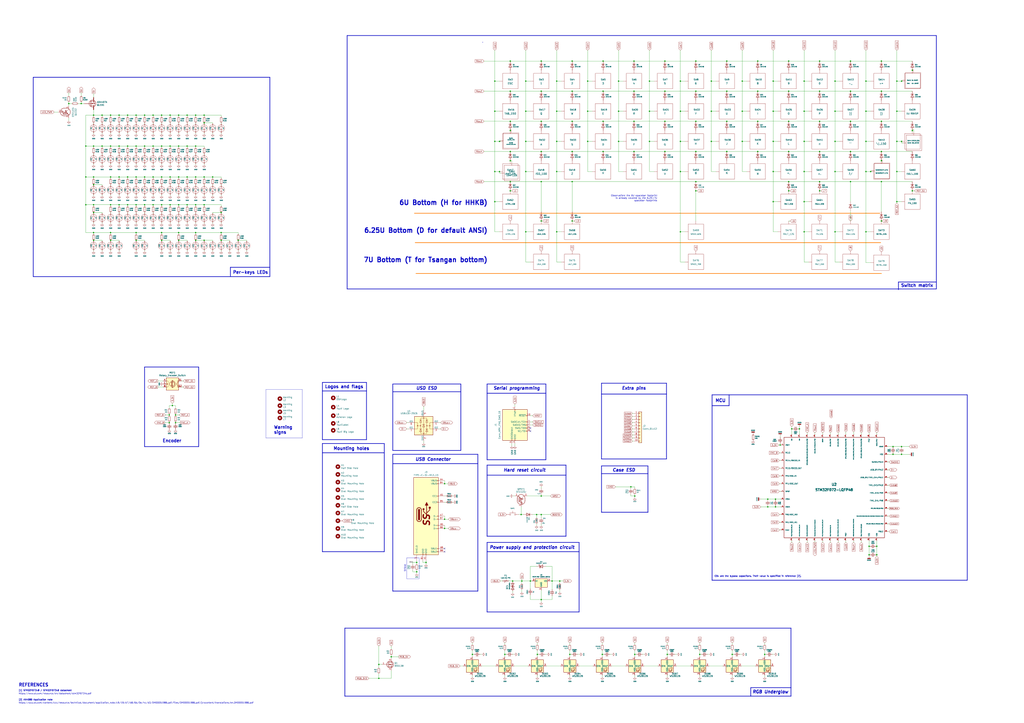
<source format=kicad_sch>
(kicad_sch (version 20230121) (generator eeschema)
  (paper "A1")
  (title_block (title "TsukiPCB") (date "2020-01-04") (rev "pre-Alpha") (company "Designed by Gondolindrim"))
  (junction (at 740.41 367.03))
  (junction (at 635 140.97))
  (junction (at 419.1 107.315))
  (junction (at 125.73 168.275))
  (junction (at 132.715 168.275))
  (junction (at 97.79 168.275))
  (junction (at 118.745 94.615))
  (junction (at 698.5 124.46))
  (junction (at 736.6 140.97))
  (junction (at 596.9 124.46))
  (junction (at 660.4 140.97))
  (junction (at 469.9 50.165))
  (junction (at 97.79 145.415))
  (junction (at 685.8 190.5))
  (junction (at 132.715 197.485))
  (junction (at 83.82 120.015))
  (junction (at 469.9 124.46))
  (junction (at 146.685 168.275))
  (junction (at 698.5 50.165))
  (junction (at 584.2 91.44))
  (junction (at 749.3 57.785))
  (junction (at 76.835 191.135))
  (junction (at 571.5 124.46))
  (junction (at 365.125 426.72))
  (junction (at 685.8 116.205))
  (junction (at 546.1 99.695))
  (junction (at 457.2 190.5))
  (junction (at 444.5 407.67))
  (junction (at 508 66.675))
  (junction (at 673.1 99.695))
  (junction (at 635 165.735))
  (junction (at 723.9 124.46))
  (junction (at 469.9 149.225))
  (junction (at 160.655 191.135))
  (junction (at 571.5 74.93))
  (junction (at 431.8 91.44))
  (junction (at 104.775 94.615))
  (junction (at 520.7 124.46))
  (junction (at 733.425 373.38))
  (junction (at 457.2 116.205))
  (junction (at 723.9 132.08))
  (junction (at 419.1 156.845))
  (junction (at 111.76 168.275))
  (junction (at 647.7 50.165))
  (junction (at 647.7 99.695))
  (junction (at 421.005 477.52))
  (junction (at 558.8 190.5))
  (junction (at 125.73 94.615))
  (junction (at 406.4 140.97))
  (junction (at 508 116.205))
  (junction (at 365.125 397.51))
  (junction (at 160.655 197.485))
  (junction (at 673.1 149.225))
  (junction (at 406.4 66.675))
  (junction (at 431.8 116.205))
  (junction (at 574.675 537.845))
  (junction (at 636.905 416.56))
  (junction (at 153.67 145.415))
  (junction (at 736.6 116.205))
  (junction (at 428.625 477.52))
  (junction (at 521.335 407.67))
  (junction (at 650.24 352.425))
  (junction (at 90.805 94.615))
  (junction (at 153.67 168.275))
  (junction (at 571.5 50.165))
  (junction (at 427.99 422.91))
  (junction (at 153.67 94.615))
  (junction (at 146.685 145.415))
  (junction (at 720.09 448.945))
  (junction (at 453.39 477.52))
  (junction (at 495.3 74.93))
  (junction (at 444.5 149.225))
  (junction (at 118.745 168.275))
  (junction (at 495.3 50.165))
  (junction (at 321.31 539.75))
  (junction (at 609.6 66.675))
  (junction (at 365.125 434.34))
  (junction (at 76.835 151.765))
  (junction (at 349.885 462.28))
  (junction (at 596.9 99.695))
  (junction (at 713.74 455.93))
  (junction (at 673.1 50.165))
  (junction (at 723.9 50.165))
  (junction (at 406.4 91.44))
  (junction (at 118.745 145.415))
  (junction (at 125.73 145.415))
  (junction (at 167.64 100.965))
  (junction (at 457.2 140.97))
  (junction (at 414.655 537.845))
  (junction (at 673.1 156.845))
  (junction (at 342.265 469.9))
  (junction (at 146.685 94.615))
  (junction (at 76.835 174.625))
  (junction (at 160.655 145.415))
  (junction (at 495.3 99.695))
  (junction (at 740.41 66.675))
  (junction (at 444.5 74.93))
  (junction (at 444.5 492.76))
  (junction (at 596.9 74.93))
  (junction (at 160.655 120.015))
  (junction (at 146.685 120.015))
  (junction (at 66.675 85.09))
  (junction (at 56.515 85.09))
  (junction (at 685.8 66.675))
  (junction (at 482.6 66.675))
  (junction (at 419.1 132.08))
  (junction (at 685.8 91.44))
  (junction (at 457.2 66.675))
  (junction (at 76.835 120.015))
  (junction (at 444.5 422.91))
  (junction (at 419.1 99.695))
  (junction (at 660.4 165.735))
  (junction (at 546.1 50.165))
  (junction (at 139.065 347.345))
  (junction (at 711.2 66.675))
  (junction (at 546.1 124.46))
  (junction (at 410.21 140.97))
  (junction (at 76.835 145.415))
  (junction (at 520.7 99.695))
  (junction (at 160.655 94.615))
  (junction (at 622.3 50.165))
  (junction (at 636.905 410.21))
  (junction (at 546.1 74.93))
  (junction (at 132.715 120.015))
  (junction (at 584.2 66.675))
  (junction (at 70.485 168.275))
  (junction (at 548.005 537.845))
  (junction (at 469.9 181.61))
  (junction (at 111.76 145.415))
  (junction (at 571.5 99.695))
  (junction (at 533.4 91.44))
  (junction (at 444.5 99.695))
  (junction (at 440.69 422.91))
  (junction (at 76.835 197.485))
  (junction (at 406.4 165.735))
  (junction (at 111.76 120.015))
  (junction (at 622.3 99.695))
  (junction (at 441.325 537.845))
  (junction (at 673.1 74.93))
  (junction (at 609.6 91.44))
  (junction (at 521.335 537.845))
  (junction (at 90.805 168.275))
  (junction (at 97.79 120.015))
  (junction (at 647.7 124.46))
  (junction (at 660.4 190.5))
  (junction (at 104.775 145.415))
  (junction (at 111.76 197.485))
  (junction (at 609.6 116.205))
  (junction (at 195.58 197.485))
  (junction (at 132.715 191.135))
  (junction (at 740.41 373.38))
  (junction (at 435.61 477.52))
  (junction (at 711.2 116.205))
  (junction (at 90.805 191.135))
  (junction (at 571.5 156.845))
  (junction (at 622.3 74.93))
  (junction (at 711.2 91.44))
  (junction (at 660.4 91.44))
  (junction (at 406.4 116.205))
  (junction (at 558.8 91.44))
  (junction (at 419.1 74.93))
  (junction (at 167.64 168.275))
  (junction (at 508 91.44))
  (junction (at 494.665 537.845))
  (junction (at 698.5 149.225))
  (junction (at 444.5 181.61))
  (junction (at 533.4 66.675))
  (junction (at 736.6 91.44))
  (junction (at 111.76 191.135))
  (junction (at 482.6 91.44))
  (junction (at 698.5 74.93))
  (junction (at 711.2 190.5))
  (junction (at 90.805 197.485))
  (junction (at 419.1 124.46))
  (junction (at 647.7 149.225))
  (junction (at 635 116.205))
  (junction (at 469.9 74.93))
  (junction (at 685.8 140.97))
  (junction (at 749.3 156.845))
  (junction (at 76.835 168.275))
  (junction (at 518.16 400.05))
  (junction (at 118.745 120.015))
  (junction (at 459.74 477.52))
  (junction (at 146.685 197.485))
  (junction (at 444.5 50.165))
  (junction (at 181.61 191.135))
  (junction (at 467.995 537.845))
  (junction (at 167.64 145.415))
  (junction (at 533.4 116.205))
  (junction (at 181.61 197.485))
  (junction (at 635 91.44))
  (junction (at 630.555 416.56))
  (junction (at 630.555 410.21))
  (junction (at 141.605 333.375))
  (junction (at 715.01 140.97))
  (junction (at 698.5 99.695))
  (junction (at 647.7 156.845))
  (junction (at 419.1 149.225))
  (junction (at 660.4 116.205))
  (junction (at 167.64 197.485))
  (junction (at 740.41 116.205))
  (junction (at 444.5 124.46))
  (junction (at 144.145 347.345))
  (junction (at 342.265 462.28))
  (junction (at 311.15 546.1))
  (junction (at 431.8 66.675))
  (junction (at 90.805 120.015))
  (junction (at 482.6 116.205))
  (junction (at 111.76 94.615))
  (junction (at 647.7 74.93))
  (junction (at 139.7 168.275))
  (junction (at 83.82 94.615))
  (junction (at 495.3 124.46))
  (junction (at 584.2 116.205))
  (junction (at 139.7 145.415))
  (junction (at 139.7 120.015))
  (junction (at 723.9 99.695))
  (junction (at 571.5 149.225))
  (junction (at 90.805 145.415))
  (junction (at 520.7 74.93))
  (junction (at 431.8 140.97))
  (junction (at 181.61 174.625))
  (junction (at 70.485 120.015))
  (junction (at 431.8 190.5))
  (junction (at 711.2 140.97))
  (junction (at 70.485 145.415))
  (junction (at 723.9 149.225))
  (junction (at 97.79 94.615))
  (junction (at 733.425 367.03))
  (junction (at 132.715 145.415))
  (junction (at 146.685 191.135))
  (junction (at 410.21 116.205))
  (junction (at 558.8 140.97))
  (junction (at 628.015 537.845))
  (junction (at 144.145 340.995))
  (junction (at 656.59 352.425))
  (junction (at 736.6 66.675))
  (junction (at 723.9 181.61))
  (junction (at 749.3 107.315))
  (junction (at 76.835 94.615))
  (junction (at 387.985 537.845))
  (junction (at 311.15 557.53))
  (junction (at 104.775 120.015))
  (junction (at 558.8 66.675))
  (junction (at 469.9 99.695))
  (junction (at 139.7 94.615))
  (junction (at 558.8 116.205))
  (junction (at 174.625 145.415))
  (junction (at 673.1 124.46))
  (junction (at 104.775 168.275))
  (junction (at 153.67 120.015))
  (junction (at 520.7 50.165))
  (junction (at 167.64 94.615))
  (junction (at 125.73 120.015))
  (junction (at 713.74 448.945))
  (junction (at 720.09 455.93))
  (junction (at 723.9 74.93))
  (junction (at 132.715 94.615))
  (junction (at 660.4 66.675))
  (junction (at 736.6 165.735))
  (junction (at 601.345 537.845))
  (junction (at 160.655 168.275))
  (junction (at 622.3 124.46))
  (junction (at 139.065 340.995))
  (junction (at 596.9 50.165))
  (junction (at 640.715 365.76))
  (junction (at 457.2 91.44))
  (junction (at 635 66.675))
  (junction (at 419.1 50.165))
  (no_connect (at 435.61 354.33))
  (no_connect (at 435.61 351.79))
  (no_connect (at 365.125 453.39))
  (no_connect (at 365.125 450.85))
  (wire (pts (xy 406.4 165.735) (xy 406.4 190.5)))
  (polyline (pts (xy 344.17 458.47) (xy 344.17 475.615)))
  (wire (pts (xy 441.325 554.99) (xy 441.325 556.26)))
  (polyline (pts (xy 264.795 453.39) (xy 264.795 364.49)) (stroke (width 0.508)))
  (wire (pts (xy 494.665 554.99) (xy 494.665 556.26)))
  (polyline (pts (xy 315.595 453.39) (xy 264.795 453.39)) (stroke (width 0.508)))
  (wire (pts (xy 181.61 192.405) (xy 181.61 191.135)))
  (wire (pts (xy 139.7 126.365) (xy 139.7 127)))
  (wire (pts (xy 104.775 94.615) (xy 104.775 95.885)))
  (wire (pts (xy 153.67 174.625) (xy 153.67 175.26)))
  (wire (pts (xy 562.61 66.675) (xy 558.8 66.675)))
  (wire (pts (xy 146.685 197.485) (xy 146.685 198.12)))
  (wire (pts (xy 495.3 50.165) (xy 520.7 50.165)))
  (wire (pts (xy 675.64 355.6) (xy 675.64 356.87)))
  (wire (pts (xy 125.73 145.415) (xy 125.73 146.685)))
  (wire (pts (xy 342.265 462.28) (xy 342.265 463.55)))
  (wire (pts (xy 90.805 168.275) (xy 90.805 169.545)))
  (wire (pts (xy 104.775 126.365) (xy 104.775 127)))
  (polyline (pts (xy 400.05 390.525) (xy 464.82 390.525)) (stroke (width 0.508)))
  (wire (pts (xy 508 41.275) (xy 508 66.675)))
  (wire (pts (xy 660.4 116.205) (xy 660.4 140.97)))
  (polyline (pts (xy 547.37 377.19) (xy 547.37 314.96)) (stroke (width 0.508)))
  (wire (pts (xy 635 165.735) (xy 635 190.5)))
  (wire (pts (xy 750.57 108.585) (xy 750.57 106.68)))
  (wire (pts (xy 56.515 85.09) (xy 56.515 83.82)))
  (wire (pts (xy 410.845 477.52) (xy 412.75 477.52)))
  (wire (pts (xy 533.4 116.205) (xy 533.4 140.97)))
  (wire (pts (xy 139.7 94.615) (xy 139.7 95.885)))
  (wire (pts (xy 195.58 205.74) (xy 195.58 206.375)))
  (wire (pts (xy 414.655 528.32) (xy 414.655 529.59)))
  (wire (pts (xy 167.64 145.415) (xy 167.64 146.685)))
  (wire (pts (xy 97.79 168.275) (xy 90.805 168.275)))
  (wire (pts (xy 147.955 347.345) (xy 144.145 347.345)))
  (wire (pts (xy 118.745 168.275) (xy 111.76 168.275)))
  (wire (pts (xy 153.67 94.615) (xy 146.685 94.615)))
  (wire (pts (xy 638.81 116.205) (xy 635 116.205)))
  (wire (pts (xy 689.61 91.44) (xy 685.8 91.44)))
  (wire (pts (xy 83.82 205.74) (xy 83.82 206.375)))
  (wire (pts (xy 622.3 124.46) (xy 647.7 124.46)))
  (wire (pts (xy 160.655 160.02) (xy 160.655 160.655)))
  (wire (pts (xy 394.335 537.845) (xy 395.605 537.845)))
  (wire (pts (xy 311.15 557.53) (xy 321.31 557.53)))
  (wire (pts (xy 715.645 140.97) (xy 715.01 140.97)))
  (polyline (pts (xy 221.615 63.5) (xy 221.615 227.33)) (stroke (width 0.508)))
  (wire (pts (xy 118.745 120.015) (xy 111.76 120.015)))
  (wire (pts (xy 104.775 182.88) (xy 104.775 183.515)))
  (wire (pts (xy 118.745 160.02) (xy 118.745 160.655)))
  (wire (pts (xy 167.64 168.275) (xy 167.64 169.545)))
  (wire (pts (xy 125.73 168.275) (xy 118.745 168.275)))
  (wire (pts (xy 720.09 355.6) (xy 720.09 356.87)))
  (wire (pts (xy 76.835 182.88) (xy 76.835 183.515)))
  (wire (pts (xy 195.58 192.405) (xy 195.58 191.135)))
  (wire (pts (xy 711.2 66.675) (xy 711.2 91.44)))
  (wire (pts (xy 132.715 120.015) (xy 132.715 121.285)))
  (polyline (pts (xy 547.37 314.96) (xy 494.03 314.96)) (stroke (width 0.508)))
  (wire (pts (xy 83.82 120.015) (xy 83.82 121.285)))
  (wire (pts (xy 90.805 126.365) (xy 90.805 127)))
  (wire (pts (xy 90.805 191.135) (xy 90.805 192.405)))
  (wire (pts (xy 76.835 76.835) (xy 76.835 80.01)))
  (wire (pts (xy 518.16 406.4) (xy 518.16 407.67)))
  (polyline (pts (xy 344.17 475.615) (xy 334.01 475.615)))
  (wire (pts (xy 167.64 182.88) (xy 167.64 183.515)))
  (wire (pts (xy 459.74 479.425) (xy 459.74 477.52)))
  (wire (pts (xy 70.485 145.415) (xy 70.485 168.275)))
  (wire (pts (xy 132.715 145.415) (xy 132.715 146.685)))
  (polyline (pts (xy 285.115 29.21) (xy 285.115 237.49)) (stroke (width 0.508)))
  (wire (pts (xy 533.4 66.675) (xy 533.4 91.44)))
  (wire (pts (xy 457.2 91.44) (xy 457.2 116.205)))
  (wire (pts (xy 736.6 116.205) (xy 736.6 140.97)))
  (wire (pts (xy 135.255 347.345) (xy 139.065 347.345)))
  (wire (pts (xy 638.81 140.97) (xy 635 140.97)))
  (wire (pts (xy 431.8 91.44) (xy 431.8 116.205)))
  (wire (pts (xy 181.61 95.885) (xy 181.61 94.615)))
  (wire (pts (xy 146.685 174.625) (xy 146.685 175.26)))
  (wire (pts (xy 673.1 99.695) (xy 698.5 99.695)))
  (wire (pts (xy 421.64 407.67) (xy 422.91 407.67)))
  (wire (pts (xy 469.9 149.225) (xy 571.5 149.225)))
  (wire (pts (xy 518.16 407.67) (xy 521.335 407.67)))
  (wire (pts (xy 701.04 445.77) (xy 701.04 444.5)))
  (wire (pts (xy 740.41 367.03) (xy 746.76 367.03)))
  (wire (pts (xy 188.595 205.74) (xy 188.595 206.375)))
  (wire (pts (xy 740.41 367.03) (xy 740.41 367.665)))
  (wire (pts (xy 574.675 554.99) (xy 574.675 556.26)))
  (wire (pts (xy 694.69 354.965) (xy 694.69 356.87)))
  (wire (pts (xy 66.675 85.09) (xy 66.675 83.82)))
  (wire (pts (xy 104.775 145.415) (xy 104.775 146.685)))
  (wire (pts (xy 522.605 537.845) (xy 521.335 537.845)))
  (wire (pts (xy 520.7 360.045) (xy 519.43 360.045)))
  (wire (pts (xy 711.2 215.9) (xy 711.2 190.5)))
  (wire (pts (xy 132.715 100.965) (xy 132.715 101.6)))
  (wire (pts (xy 160.655 145.415) (xy 160.655 146.685)))
  (wire (pts (xy 342.265 462.28) (xy 339.09 462.28)))
  (wire (pts (xy 371.475 407.67) (xy 372.11 407.67)))
  (wire (pts (xy 111.76 120.015) (xy 111.76 121.285)))
  (wire (pts (xy 311.15 530.86) (xy 311.15 546.1)))
  (wire (pts (xy 635 116.205) (xy 635 140.97)))
  (wire (pts (xy 111.76 168.275) (xy 111.76 169.545)))
  (wire (pts (xy 76.835 109.22) (xy 76.835 109.855)))
  (wire (pts (xy 90.805 205.74) (xy 90.805 206.375)))
  (wire (pts (xy 97.79 174.625) (xy 97.79 175.26)))
  (wire (pts (xy 70.485 168.275) (xy 70.485 191.135)))
  (wire (pts (xy 681.99 445.77) (xy 681.99 444.5)))
  (wire (pts (xy 321.31 557.53) (xy 321.31 551.18)))
  (wire (pts (xy 90.805 197.485) (xy 90.805 198.12)))
  (wire (pts (xy 167.64 151.765) (xy 167.64 152.4)))
  (wire (pts (xy 440.69 422.91) (xy 440.69 425.45)))
  (wire (pts (xy 347.345 461.01) (xy 347.345 462.28)))
  (wire (pts (xy 132.715 134.62) (xy 132.715 135.255)))
  (wire (pts (xy 647.7 50.165) (xy 673.1 50.165)))
  (wire (pts (xy 457.2 41.275) (xy 457.2 66.675)))
  (wire (pts (xy 97.79 100.965) (xy 97.79 101.6)))
  (wire (pts (xy 139.7 182.88) (xy 139.7 183.515)))
  (wire (pts (xy 571.5 181.61) (xy 571.5 156.845)))
  (wire (pts (xy 111.76 168.275) (xy 104.775 168.275)))
  (wire (pts (xy 584.2 66.675) (xy 584.2 91.44)))
  (polyline (pts (xy 315.595 364.49) (xy 315.595 453.39)) (stroke (width 0.508)))
  (wire (pts (xy 519.43 352.425) (xy 520.7 352.425)))
  (wire (pts (xy 723.9 173.99) (xy 723.9 149.225)))
  (wire (pts (xy 97.79 109.22) (xy 97.79 109.855)))
  (polyline (pts (xy 322.58 321.945) (xy 378.46 321.945)) (stroke (width 0.508)))
  (wire (pts (xy 90.805 174.625) (xy 90.805 175.26)))
  (wire (pts (xy 518.16 400.05) (xy 521.335 400.05)))
  (wire (pts (xy 740.41 116.205) (xy 740.41 117.475)))
  (wire (pts (xy 406.4 140.97) (xy 406.4 165.735)))
  (wire (pts (xy 83.82 151.765) (xy 83.82 152.4)))
  (wire (pts (xy 90.805 145.415) (xy 90.805 146.685)))
  (wire (pts (xy 146.685 100.965) (xy 146.685 101.6)))
  (wire (pts (xy 719.455 455.93) (xy 720.09 455.93)))
  (wire (pts (xy 153.67 205.74) (xy 153.67 206.375)))
  (polyline (pts (xy 283.21 516.255) (xy 649.605 516.255)) (stroke (width 0.508)))
  (wire (pts (xy 638.81 91.44) (xy 635 91.44)))
  (wire (pts (xy 139.7 120.015) (xy 139.7 121.285)))
  (polyline (pts (xy 794.385 324.485) (xy 794.385 476.885)) (stroke (width 0.508)))
  (wire (pts (xy 66.675 78.74) (xy 66.675 76.2)))
  (wire (pts (xy 181.61 205.74) (xy 181.61 206.375)))
  (wire (pts (xy 613.41 116.205) (xy 609.6 116.205)))
  (wire (pts (xy 153.67 109.22) (xy 153.67 109.855)))
  (wire (pts (xy 444.5 406.4) (xy 444.5 407.67)))
  (wire (pts (xy 444.5 74.93) (xy 469.9 74.93)))
  (wire (pts (xy 640.08 372.11) (xy 641.35 372.11)))
  (wire (pts (xy 76.835 145.415) (xy 70.485 145.415)))
  (wire (pts (xy 70.485 94.615) (xy 70.485 120.015)))
  (wire (pts (xy 420.37 156.845) (xy 419.1 156.845)))
  (wire (pts (xy 181.61 145.415) (xy 181.61 146.685)))
  (wire (pts (xy 548.005 537.845) (xy 548.005 539.75)))
  (wire (pts (xy 118.745 109.22) (xy 118.745 109.855)))
  (wire (pts (xy 546.1 124.46) (xy 571.5 124.46)))
  (wire (pts (xy 377.825 547.37) (xy 380.365 547.37)))
  (wire (pts (xy 736.6 66.675) (xy 736.6 91.44)))
  (wire (pts (xy 132.715 191.135) (xy 132.715 192.405)))
  (wire (pts (xy 139.065 347.98) (xy 139.065 347.345)))
  (wire (pts (xy 387.985 534.67) (xy 387.985 537.845)))
  (wire (pts (xy 139.7 197.485) (xy 132.715 197.485)))
  (polyline (pts (xy 189.23 219.71) (xy 189.23 227.33)) (stroke (width 0.508)))
  (wire (pts (xy 640.08 435.61) (xy 641.35 435.61)))
  (wire (pts (xy 422.91 364.49) (xy 422.91 366.395)))
  (wire (pts (xy 153.67 182.88) (xy 153.67 183.515)))
  (wire (pts (xy 90.805 160.02) (xy 90.805 160.655)))
  (wire (pts (xy 132.715 151.765) (xy 132.715 152.4)))
  (wire (pts (xy 733.425 367.03) (xy 733.425 367.665)))
  (wire (pts (xy 571.5 124.46) (xy 596.9 124.46)))
  (wire (pts (xy 397.51 74.93) (xy 419.1 74.93)))
  (wire (pts (xy 609.6 116.205) (xy 609.6 140.97)))
  (wire (pts (xy 494.665 534.67) (xy 494.665 537.845)))
  (wire (pts (xy 520.7 354.965) (xy 519.43 354.965)))
  (wire (pts (xy 83.82 174.625) (xy 83.82 175.26)))
  (wire (pts (xy 132.715 168.275) (xy 125.73 168.275)))
  (wire (pts (xy 153.67 160.02) (xy 153.67 160.655)))
  (wire (pts (xy 521.335 400.05) (xy 521.335 401.32)))
  (wire (pts (xy 502.285 547.37) (xy 513.715 547.37)))
  (wire (pts (xy 421.005 485.775) (xy 421.005 487.045)))
  (wire (pts (xy 419.1 124.46) (xy 444.5 124.46)))
  (wire (pts (xy 76.835 168.275) (xy 70.485 168.275)))
  (wire (pts (xy 139.7 197.485) (xy 139.7 198.12)))
  (wire (pts (xy 435.61 346.71) (xy 437.515 346.71)))
  (polyline (pts (xy 400.05 377.825) (xy 448.31 377.825)) (stroke (width 0.508)))
  (wire (pts (xy 167.64 174.625) (xy 167.64 175.26)))
  (polyline (pts (xy 300.99 314.325) (xy 300.99 361.315)) (stroke (width 0.508)))
  (wire (pts (xy 453.39 477.52) (xy 453.39 465.455)))
  (wire (pts (xy 167.64 168.275) (xy 160.655 168.275)))
  (wire (pts (xy 698.5 50.165) (xy 723.9 50.165)))
  (wire (pts (xy 153.67 168.275) (xy 146.685 168.275)))
  (wire (pts (xy 698.5 181.61) (xy 698.5 173.355)))
  (wire (pts (xy 146.685 109.22) (xy 146.685 109.855)))
  (wire (pts (xy 640.08 384.81) (xy 641.35 384.81)))
  (wire (pts (xy 129.54 318.135) (xy 133.985 318.135)))
  (wire (pts (xy 139.7 145.415) (xy 146.685 145.415)))
  (wire (pts (xy 104.775 120.015) (xy 104.775 121.285)))
  (wire (pts (xy 90.805 94.615) (xy 83.82 94.615)))
  (wire (pts (xy 160.655 94.615) (xy 153.67 94.615)))
  (wire (pts (xy 461.01 91.44) (xy 457.2 91.44)))
  (wire (pts (xy 125.73 109.22) (xy 125.73 109.855)))
  (wire (pts (xy 723.9 149.225) (xy 749.3 149.225)))
  (wire (pts (xy 471.805 181.61) (xy 469.9 181.61)))
  (wire (pts (xy 76.835 90.17) (xy 76.835 94.615)))
  (wire (pts (xy 656.59 445.77) (xy 656.59 444.5)))
  (polyline (pts (xy 723.265 199.39) (xy 340.995 199.39)) (stroke (width 0.508) (color 255 123 0 1)))
  (wire (pts (xy 410.21 142.24) (xy 410.21 140.97)))
  (polyline (pts (xy 334.01 475.615) (xy 334.01 458.47)))
  (wire (pts (xy 371.475 412.75) (xy 372.11 412.75)))
  (wire (pts (xy 740.41 165.735) (xy 736.6 165.735)))
  (wire (pts (xy 435.61 91.44) (xy 431.8 91.44)))
  (wire (pts (xy 495.3 74.93) (xy 520.7 74.93)))
  (wire (pts (xy 640.715 365.76) (xy 640.715 364.49)))
  (wire (pts (xy 153.67 126.365) (xy 153.67 127)))
  (wire (pts (xy 111.76 205.74) (xy 111.76 206.375)))
  (wire (pts (xy 146.685 160.02) (xy 146.685 160.655)))
  (wire (pts (xy 482.6 91.44) (xy 482.6 116.205)))
  (wire (pts (xy 733.425 373.38) (xy 740.41 373.38)))
  (wire (pts (xy 167.64 126.365) (xy 167.64 127)))
  (wire (pts (xy 160.655 197.485) (xy 167.64 197.485)))
  (polyline (pts (xy 392.43 485.775) (xy 392.43 373.38)) (stroke (width 0.508)))
  (wire (pts (xy 713.74 355.6) (xy 713.74 356.87)))
  (wire (pts (xy 596.9 99.695) (xy 622.3 99.695)))
  (wire (pts (xy 474.345 537.845) (xy 475.615 537.845)))
  (wire (pts (xy 562.61 91.44) (xy 558.8 91.44)))
  (wire (pts (xy 459.74 486.41) (xy 459.74 484.505)))
  (wire (pts (xy 342.265 469.9) (xy 342.265 471.17)))
  (wire (pts (xy 562.61 215.265) (xy 558.8 215.265)))
  (wire (pts (xy 83.82 134.62) (xy 83.82 135.255)))
  (wire (pts (xy 174.625 197.485) (xy 174.625 198.12)))
  (wire (pts (xy 609.6 66.675) (xy 609.6 91.44)))
  (wire (pts (xy 76.835 120.015) (xy 76.835 121.285)))
  (wire (pts (xy 596.9 50.165) (xy 622.3 50.165)))
  (wire (pts (xy 720.09 444.5) (xy 720.09 448.945)))
  (wire (pts (xy 389.255 537.845) (xy 387.985 537.845)))
  (polyline (pts (xy 494.03 377.19) (xy 547.37 377.19)) (stroke (width 0.508)))
  (wire (pts (xy 548.005 554.99) (xy 548.005 556.26)))
  (wire (pts (xy 419.1 99.695) (xy 444.5 99.695)))
  (wire (pts (xy 56.515 86.995) (xy 56.515 85.09)))
  (wire (pts (xy 76.835 126.365) (xy 76.835 127)))
  (wire (pts (xy 435.61 190.5) (xy 431.8 190.5)))
  (wire (pts (xy 640.08 397.51) (xy 641.35 397.51)))
  (wire (pts (xy 548.005 534.67) (xy 548.005 537.845)))
  (wire (pts (xy 174.625 160.02) (xy 174.625 160.655)))
  (wire (pts (xy 365.125 431.8) (xy 365.125 434.34)))
  (wire (pts (xy 662.94 445.77) (xy 662.94 444.5)))
  (wire (pts (xy 546.1 99.695) (xy 571.5 99.695)))
  (wire (pts (xy 673.1 50.165) (xy 698.5 50.165)))
  (wire (pts (xy 664.21 66.675) (xy 660.4 66.675)))
  (wire (pts (xy 448.945 547.37) (xy 460.375 547.37)))
  (wire (pts (xy 132.715 174.625) (xy 132.715 175.26)))
  (wire (pts (xy 447.675 537.845) (xy 448.945 537.845)))
  (wire (pts (xy 648.97 181.61) (xy 647.7 181.61)))
  (polyline (pts (xy 392.43 373.38) (xy 322.58 373.38)) (stroke (width 0.508)))
  (wire (pts (xy 444.5 173.99) (xy 444.5 149.225)))
  (wire (pts (xy 139.7 168.275) (xy 132.715 168.275)))
  (wire (pts (xy 558.8 66.675) (xy 558.8 91.44)))
  (wire (pts (xy 125.73 94.615) (xy 132.715 94.615)))
  (wire (pts (xy 153.67 120.015) (xy 146.685 120.015)))
  (wire (pts (xy 689.61 116.205) (xy 685.8 116.205)))
  (wire (pts (xy 572.77 156.845) (xy 571.5 156.845)))
  (wire (pts (xy 444.5 124.46) (xy 469.9 124.46)))
  (wire (pts (xy 638.81 190.5) (xy 635 190.5)))
  (polyline (pts (xy 616.585 565.15) (xy 616.585 572.135)) (stroke (width 0.508)))
  (wire (pts (xy 147.32 340.995) (xy 144.145 340.995)))
  (wire (pts (xy 174.625 145.415) (xy 174.625 146.685)))
  (wire (pts (xy 104.775 109.22) (xy 104.775 109.855)))
  (wire (pts (xy 648.97 156.845) (xy 647.7 156.845)))
  (polyline (pts (xy 464.82 382.27) (xy 464.82 440.69)) (stroke (width 0.508)))
  (wire (pts (xy 153.67 94.615) (xy 153.67 95.885)))
  (wire (pts (xy 740.41 140.97) (xy 736.6 140.97)))
  (wire (pts (xy 584.2 91.44) (xy 584.2 116.205)))
  (wire (pts (xy 723.9 50.165) (xy 749.3 50.165)))
  (wire (pts (xy 181.61 182.88) (xy 181.61 183.515)))
  (wire (pts (xy 689.61 215.265) (xy 685.8 215.265)))
  (wire (pts (xy 160.655 191.135) (xy 181.61 191.135)))
  (wire (pts (xy 713.74 457.2) (xy 713.74 455.93)))
  (wire (pts (xy 111.76 134.62) (xy 111.76 135.255)))
  (wire (pts (xy 749.3 106.68) (xy 749.3 107.315)))
  (wire (pts (xy 118.745 94.615) (xy 118.745 95.885)))
  (polyline (pts (xy 737.87 231.775) (xy 737.87 238.125)) (stroke (width 0.508)))
  (wire (pts (xy 118.745 151.765) (xy 118.745 152.4)))
  (wire (pts (xy 153.67 151.765) (xy 153.67 152.4)))
  (wire (pts (xy 76.835 169.545) (xy 76.835 168.275)))
  (wire (pts (xy 736.6 91.44) (xy 736.6 116.205)))
  (wire (pts (xy 174.625 151.765) (xy 174.625 152.4)))
  (wire (pts (xy 139.7 120.015) (xy 132.715 120.015)))
  (wire (pts (xy 146.685 120.015) (xy 139.7 120.015)))
  (wire (pts (xy 111.76 100.965) (xy 111.76 101.6)))
  (polyline (pts (xy 768.985 231.775) (xy 737.87 231.775)) (stroke (width 0.508)))
  (wire (pts (xy 469.9 173.99) (xy 469.9 149.225)))
  (wire (pts (xy 70.485 120.015) (xy 70.485 145.415)))
  (wire (pts (xy 519.43 347.345) (xy 520.7 347.345)))
  (wire (pts (xy 76.835 94.615) (xy 70.485 94.615)))
  (wire (pts (xy 431.8 66.675) (xy 431.8 91.44)))
  (wire (pts (xy 636.905 410.21) (xy 636.905 410.845)))
  (wire (pts (xy 76.835 197.485) (xy 76.835 198.12)))
  (wire (pts (xy 111.76 151.765) (xy 111.76 152.4)))
  (wire (pts (xy 689.61 66.675) (xy 685.8 66.675)))
  (wire (pts (xy 411.48 142.24) (xy 410.21 142.24)))
  (wire (pts (xy 660.4 190.5) (xy 660.4 215.265)))
  (wire (pts (xy 132.715 191.135) (xy 146.685 191.135)))
  (wire (pts (xy 118.745 145.415) (xy 111.76 145.415)))
  (wire (pts (xy 431.8 41.275) (xy 431.8 66.675)))
  (wire (pts (xy 609.6 91.44) (xy 609.6 116.205)))
  (wire (pts (xy 715.01 66.675) (xy 711.2 66.675)))
  (polyline (pts (xy 264.795 321.31) (xy 300.99 321.31)) (stroke (width 0.508)))
  (polyline (pts (xy 378.46 315.595) (xy 322.58 315.595)) (stroke (width 0.508)))
  (wire (pts (xy 730.25 424.18) (xy 728.98 424.18)))
  (wire (pts (xy 174.625 174.625) (xy 174.625 175.26)))
  (wire (pts (xy 149.225 318.135) (xy 150.495 318.135)))
  (wire (pts (xy 419.1 50.165) (xy 444.5 50.165)))
  (wire (pts (xy 139.7 168.275) (xy 146.685 168.275)))
  (wire (pts (xy 125.73 145.415) (xy 118.745 145.415)))
  (wire (pts (xy 669.29 445.77) (xy 669.29 444.5)))
  (wire (pts (xy 640.08 378.46) (xy 641.35 378.46)))
  (wire (pts (xy 521.335 537.845) (xy 521.335 539.75)))
  (wire (pts (xy 508 116.205) (xy 508 140.97)))
  (wire (pts (xy 144.145 333.375) (xy 144.145 335.28)))
  (wire (pts (xy 554.355 537.845) (xy 555.625 537.845)))
  (wire (pts (xy 160.655 191.135) (xy 160.655 192.405)))
  (polyline (pts (xy 494.03 314.96) (xy 494.03 377.19)) (stroke (width 0.508)))
  (wire (pts (xy 339.09 468.63) (xy 339.09 469.9)))
  (wire (pts (xy 153.67 197.485) (xy 153.67 198.12)))
  (wire (pts (xy 435.61 488.95) (xy 435.61 492.76)))
  (wire (pts (xy 410.21 165.735) (xy 406.4 165.735)))
  (wire (pts (xy 494.665 537.845) (xy 494.665 539.75)))
  (wire (pts (xy 125.73 182.88) (xy 125.73 183.515)))
  (wire (pts (xy 97.79 145.415) (xy 90.805 145.415)))
  (wire (pts (xy 160.655 120.015) (xy 160.655 121.285)))
  (wire (pts (xy 457.2 116.205) (xy 457.2 140.97)))
  (wire (pts (xy 118.745 174.625) (xy 118.745 175.26)))
  (wire (pts (xy 730.25 430.53) (xy 728.98 430.53)))
  (wire (pts (xy 144.145 347.345) (xy 144.145 346.71)))
  (wire (pts (xy 174.625 100.965) (xy 174.625 101.6)))
  (wire (pts (xy 622.3 50.165) (xy 647.7 50.165)))
  (wire (pts (xy 461.01 116.205) (xy 457.2 116.205)))
  (wire (pts (xy 111.76 197.485) (xy 111.76 198.12)))
  (wire (pts (xy 167.64 197.485) (xy 167.64 198.12)))
  (wire (pts (xy 675.64 445.77) (xy 675.64 444.5)))
  (wire (pts (xy 146.685 134.62) (xy 146.685 135.255)))
  (wire (pts (xy 462.915 477.52) (xy 459.74 477.52)))
  (wire (pts (xy 144.145 341.63) (xy 144.145 340.995)))
  (wire (pts (xy 146.685 182.88) (xy 146.685 183.515)))
  (wire (pts (xy 681.99 355.6) (xy 681.99 356.87)))
  (wire (pts (xy 467.995 537.845) (xy 467.995 539.75)))
  (wire (pts (xy 444.5 407.67) (xy 452.12 407.67)))
  (wire (pts (xy 698.5 149.225) (xy 723.9 149.225)))
  (wire (pts (xy 97.79 120.015) (xy 90.805 120.015)))
  (wire (pts (xy 90.805 151.765) (xy 90.805 152.4)))
  (wire (pts (xy 118.745 134.62) (xy 118.745 135.255)))
  (polyline (pts (xy 722.63 175.26) (xy 340.36 175.26)) (stroke (width 0.508) (color 255 123 0 1)))
  (wire (pts (xy 749.3 57.15) (xy 749.3 57.785)))
  (wire (pts (xy 97.79 151.765) (xy 97.79 152.4)))
  (wire (pts (xy 634.365 537.845) (xy 635.635 537.845)))
  (wire (pts (xy 736.6 41.275) (xy 736.6 66.675)))
  (polyline (pts (xy 163.195 301.625) (xy 163.195 367.03)) (stroke (width 0.508)))
  (polyline (pts (xy 400.05 382.27) (xy 464.82 382.27)) (stroke (width 0.508)))
  (wire (pts (xy 104.775 134.62) (xy 104.775 135.255)))
  (wire (pts (xy 153.67 145.415) (xy 153.67 146.685)))
  (wire (pts (xy 533.4 41.275) (xy 533.4 66.675)))
  (wire (pts (xy 181.61 174.625) (xy 181.61 175.26)))
  (wire (pts (xy 153.67 100.965) (xy 153.67 101.6)))
  (wire (pts (xy 90.805 191.135) (xy 111.76 191.135)))
  (wire (pts (xy 685.8 116.205) (xy 685.8 140.97)))
  (wire (pts (xy 129.54 313.055) (xy 133.985 313.055)))
  (wire (pts (xy 397.51 50.165) (xy 419.1 50.165)))
  (wire (pts (xy 461.01 190.5) (xy 457.2 190.5)))
  (wire (pts (xy 520.7 50.165) (xy 546.1 50.165)))
  (wire (pts (xy 664.21 190.5) (xy 660.4 190.5)))
  (wire (pts (xy 410.845 115.57) (xy 410.845 116.205)))
  (wire (pts (xy 656.59 352.425) (xy 655.955 352.425)))
  (wire (pts (xy 562.61 190.5) (xy 558.8 190.5)))
  (wire (pts (xy 624.84 416.56) (xy 630.555 416.56)))
  (wire (pts (xy 475.615 547.37) (xy 487.045 547.37)))
  (wire (pts (xy 508 66.675) (xy 508 91.44)))
  (wire (pts (xy 444.5 99.695) (xy 469.9 99.695)))
  (wire (pts (xy 730.25 417.83) (xy 728.98 417.83)))
  (wire (pts (xy 628.015 528.32) (xy 628.015 529.59)))
  (wire (pts (xy 608.965 547.37) (xy 620.395 547.37)))
  (wire (pts (xy 64.135 85.09) (xy 66.675 85.09)))
  (wire (pts (xy 521.335 554.99) (xy 521.335 556.26)))
  (wire (pts (xy 167.64 100.965) (xy 167.64 101.6)))
  (polyline (pts (xy 464.82 440.69) (xy 400.05 440.69)) (stroke (width 0.508)))
  (polyline (pts (xy 27.305 227.33) (xy 27.305 63.5)) (stroke (width 0.508)))
  (wire (pts (xy 125.73 160.02) (xy 125.73 160.655)))
  (wire (pts (xy 448.31 465.455) (xy 453.39 465.455)))
  (wire (pts (xy 125.73 168.275) (xy 125.73 169.545)))
  (wire (pts (xy 555.625 547.37) (xy 567.055 547.37)))
  (wire (pts (xy 441.325 534.67) (xy 441.325 537.845)))
  (wire (pts (xy 90.805 100.965) (xy 90.805 101.6)))
  (wire (pts (xy 139.7 160.02) (xy 139.7 160.655)))
  (wire (pts (xy 167.64 94.615) (xy 167.64 95.885)))
  (wire (pts (xy 640.08 429.26) (xy 641.35 429.26)))
  (wire (pts (xy 444.5 149.225) (xy 469.9 149.225)))
  (polyline (pts (xy 723.9 224.79) (xy 341.63 224.79)) (stroke (width 0.508) (color 255 123 0 1)))
  (wire (pts (xy 622.3 74.93) (xy 647.7 74.93)))
  (wire (pts (xy 435.61 477.52) (xy 435.61 483.87)))
  (wire (pts (xy 44.45 92.075) (xy 47.625 92.075)))
  (wire (pts (xy 90.805 120.015) (xy 90.805 121.285)))
  (wire (pts (xy 546.1 74.93) (xy 571.5 74.93)))
  (wire (pts (xy 111.76 160.02) (xy 111.76 160.655)))
  (wire (pts (xy 146.685 191.135) (xy 160.655 191.135)))
  (wire (pts (xy 141.605 333.375) (xy 144.145 333.375)))
  (wire (pts (xy 533.4 91.44) (xy 533.4 116.205)))
  (wire (pts (xy 160.655 174.625) (xy 160.655 175.26)))
  (wire (pts (xy 444.5 401.32) (xy 444.5 400.05)))
  (wire (pts (xy 537.21 140.97) (xy 533.4 140.97)))
  (wire (pts (xy 160.655 168.275) (xy 160.655 169.545)))
  (polyline (pts (xy 322.58 373.38) (xy 322.58 485.775)) (stroke (width 0.508)))
  (wire (pts (xy 139.7 134.62) (xy 139.7 135.255)))
  (wire (pts (xy 433.07 407.67) (xy 444.5 407.67)))
  (wire (pts (xy 431.8 190.5) (xy 431.8 215.265)))
  (wire (pts (xy 711.2 41.275) (xy 711.2 66.675)))
  (wire (pts (xy 146.685 145.415) (xy 146.685 146.685)))
  (wire (pts (xy 740.41 372.745) (xy 740.41 373.38)))
  (polyline (pts (xy 584.835 324.485) (xy 794.385 324.485)) (stroke (width 0.508)))
  (wire (pts (xy 76.835 151.765) (xy 76.835 152.4)))
  (wire (pts (xy 469.9 74.93) (xy 495.3 74.93)))
  (wire (pts (xy 685.8 91.44) (xy 685.8 116.205)))
  (wire (pts (xy 673.1 124.46) (xy 698.5 124.46)))
  (wire (pts (xy 628.015 554.99) (xy 628.015 556.26)))
  (wire (pts (xy 508 91.44) (xy 508 116.205)))
  (wire (pts (xy 647.7 124.46) (xy 673.1 124.46)))
  (wire (pts (xy 160.655 145.415) (xy 153.67 145.415)))
  (polyline (pts (xy 27.305 63.5) (xy 221.615 63.5)) (stroke (width 0.508)))
  (polyline (pts (xy 649.605 572.135) (xy 283.21 572.135)) (stroke (width 0.508)))
  (wire (pts (xy 733.425 367.03) (xy 740.41 367.03)))
  (wire (pts (xy 139.7 145.415) (xy 132.715 145.415)))
  (wire (pts (xy 56.515 85.09) (xy 59.055 85.09)))
  (wire (pts (xy 588.01 140.97) (xy 584.2 140.97)))
  (wire (pts (xy 660.4 41.275) (xy 660.4 66.675)))
  (wire (pts (xy 588.01 116.205) (xy 584.2 116.205)))
  (wire (pts (xy 441.325 537.845) (xy 441.325 539.75)))
  (wire (pts (xy 519.43 357.505) (xy 520.7 357.505)))
  (wire (pts (xy 76.835 134.62) (xy 76.835 135.255)))
  (polyline (pts (xy 218.44 320.04) (xy 248.285 320.04)))
  (polyline (pts (xy 598.805 333.375) (xy 598.805 324.485)) (stroke (width 0.508)))
  (wire (pts (xy 339.09 462.28) (xy 339.09 463.55)))
  (wire (pts (xy 167.64 94.615) (xy 181.61 94.615)))
  (polyline (pts (xy 322.58 315.595) (xy 322.58 370.205)) (stroke (width 0.508)))
  (wire (pts (xy 174.625 109.22) (xy 174.625 109.855)))
  (wire (pts (xy 420.37 364.49) (xy 420.37 366.395)))
  (wire (pts (xy 365.125 407.67) (xy 366.395 407.67)))
  (wire (pts (xy 188.595 197.485) (xy 181.61 197.485)))
  (polyline (pts (xy 264.795 372.11) (xy 315.595 372.11)) (stroke (width 0.508)))
  (wire (pts (xy 635 41.275) (xy 635 66.675)))
  (wire (pts (xy 334.01 347.345) (xy 335.28 347.345)))
  (wire (pts (xy 521.335 534.67) (xy 521.335 537.845)))
  (wire (pts (xy 153.67 145.415) (xy 146.685 145.415)))
  (wire (pts (xy 76.835 174.625) (xy 83.82 174.625)))
  (wire (pts (xy 441.325 528.32) (xy 441.325 529.59)))
  (polyline (pts (xy 475.615 445.77) (xy 475.615 502.92)) (stroke (width 0.508)))
  (wire (pts (xy 153.67 134.62) (xy 153.67 135.255)))
  (wire (pts (xy 56.515 99.06) (xy 56.515 97.155)))
  (wire (pts (xy 436.88 477.52) (xy 435.61 477.52)))
  (wire (pts (xy 311.15 546.1) (xy 311.15 548.64)))
  (wire (pts (xy 601.345 554.99) (xy 601.345 556.26)))
  (polyline (pts (xy 285.115 237.49) (xy 768.985 237.49)) (stroke (width 0.508)))
  (wire (pts (xy 440.69 431.8) (xy 440.69 430.53)))
  (wire (pts (xy 519.43 342.265) (xy 520.7 342.265)))
  (wire (pts (xy 160.655 151.765) (xy 160.655 152.4)))
  (polyline (pts (xy 283.21 572.135) (xy 283.21 516.255)) (stroke (width 0.508)))
  (wire (pts (xy 440.69 422.91) (xy 444.5 422.91)))
  (wire (pts (xy 601.345 534.67) (xy 601.345 537.845)))
  (wire (pts (xy 453.39 477.52) (xy 459.74 477.52)))
  (wire (pts (xy 66.675 85.09) (xy 69.215 85.09)))
  (polyline (pts (xy 475.615 502.92) (xy 400.05 502.92)) (stroke (width 0.508)))
  (wire (pts (xy 146.685 205.74) (xy 146.685 206.375)))
  (wire (pts (xy 414.655 554.99) (xy 414.655 556.26)))
  (wire (pts (xy 139.065 333.375) (xy 139.065 335.28)))
  (wire (pts (xy 160.655 182.88) (xy 160.655 183.515)))
  (wire (pts (xy 428.625 479.425) (xy 428.625 477.52)))
  (wire (pts (xy 313.69 546.1) (xy 311.15 546.1)))
  (wire (pts (xy 435.61 140.97) (xy 431.8 140.97)))
  (wire (pts (xy 139.7 151.765) (xy 139.7 152.4)))
  (wire (pts (xy 641.35 416.56) (xy 636.905 416.56)))
  (wire (pts (xy 698.5 124.46) (xy 723.9 124.46)))
  (wire (pts (xy 640.715 359.41) (xy 640.715 358.14)))
  (wire (pts (xy 125.73 174.625) (xy 125.73 175.26)))
  (wire (pts (xy 160.655 197.485) (xy 160.655 198.12)))
  (wire (pts (xy 636.905 416.56) (xy 636.905 415.925)))
  (wire (pts (xy 664.21 116.205) (xy 660.4 116.205)))
  (wire (pts (xy 713.74 448.945) (xy 713.74 455.93)))
  (wire (pts (xy 174.625 174.625) (xy 181.61 174.625)))
  (wire (pts (xy 419.1 149.225) (xy 444.5 149.225)))
  (wire (pts (xy 602.615 537.845) (xy 601.345 537.845)))
  (polyline (pts (xy 264.795 361.315) (xy 300.99 361.315)) (stroke (width 0.508)))
  (wire (pts (xy 435.61 465.455) (xy 440.69 465.455)))
  (wire (pts (xy 711.2 91.44) (xy 711.2 116.205)))
  (wire (pts (xy 387.985 528.32) (xy 387.985 529.59)))
  (wire (pts (xy 167.64 197.485) (xy 174.625 197.485)))
  (polyline (pts (xy 221.615 219.71) (xy 189.23 219.71)) (stroke (width 0.508)))
  (wire (pts (xy 160.655 100.965) (xy 160.655 101.6)))
  (wire (pts (xy 711.2 116.205) (xy 711.2 140.97)))
  (polyline (pts (xy 532.13 382.905) (xy 532.13 421.005)) (stroke (width 0.508)))
  (wire (pts (xy 740.41 373.38) (xy 746.76 373.38)))
  (wire (pts (xy 630.555 416.56) (xy 636.905 416.56)))
  (wire (pts (xy 132.715 205.74) (xy 132.715 206.375)))
  (wire (pts (xy 181.61 160.02) (xy 181.61 160.655)))
  (wire (pts (xy 613.41 91.44) (xy 609.6 91.44)))
  (polyline (pts (xy 584.835 333.375) (xy 598.805 333.375)) (stroke (width 0.508)))
  (polyline (pts (xy 248.285 360.045) (xy 218.44 360.045)))
  (wire (pts (xy 135.89 340.995) (xy 139.065 340.995)))
  (wire (pts (xy 698.5 165.735) (xy 698.5 149.225)))
  (wire (pts (xy 435.61 66.675) (xy 431.8 66.675)))
  (wire (pts (xy 417.83 477.52) (xy 421.005 477.52)))
  (wire (pts (xy 723.9 74.93) (xy 749.3 74.93)))
  (wire (pts (xy 715.01 190.5) (xy 711.2 190.5)))
  (wire (pts (xy 90.805 120.015) (xy 83.82 120.015)))
  (wire (pts (xy 596.9 124.46) (xy 622.3 124.46)))
  (wire (pts (xy 723.9 99.695) (xy 749.3 99.695)))
  (wire (pts (xy 83.82 109.22) (xy 83.82 109.855)))
  (wire (pts (xy 444.5 422.91) (xy 452.12 422.91)))
  (wire (pts (xy 428.625 477.52) (xy 435.61 477.52)))
  (wire (pts (xy 118.745 205.74) (xy 118.745 206.375)))
  (polyline (pts (xy 649.605 516.255) (xy 649.605 572.135)) (stroke (width 0.508)))
  (wire (pts (xy 174.625 145.415) (xy 167.64 145.415)))
  (polyline (pts (xy 378.46 370.205) (xy 378.46 315.595)) (stroke (width 0.508)))
  (wire (pts (xy 730.25 379.73) (xy 728.98 379.73)))
  (wire (pts (xy 420.37 133.35) (xy 420.37 132.08)))
  (wire (pts (xy 104.775 168.275) (xy 97.79 168.275)))
  (polyline (pts (xy 248.285 320.04) (xy 248.285 360.045)))
  (wire (pts (xy 482.6 116.205) (xy 482.6 140.97)))
  (wire (pts (xy 457.2 190.5) (xy 457.2 215.265)))
  (wire (pts (xy 715.01 140.97) (xy 711.2 140.97)))
  (wire (pts (xy 444.5 431.8) (xy 444.5 430.53)))
  (wire (pts (xy 444.5 494.665) (xy 444.5 492.76)))
  (polyline (pts (xy 315.595 372.11) (xy 315.595 371.475)))
  (wire (pts (xy 146.685 94.615) (xy 139.7 94.615)))
  (wire (pts (xy 728.98 373.38) (xy 733.425 373.38)))
  (wire (pts (xy 444.5 422.91) (xy 444.5 425.45)))
  (wire (pts (xy 415.925 537.845) (xy 414.655 537.845)))
  (wire (pts (xy 452.12 477.52) (xy 453.39 477.52)))
  (wire (pts (xy 111.76 120.015) (xy 104.775 120.015)))
  (wire (pts (xy 132.715 94.615) (xy 132.715 95.885)))
  (wire (pts (xy 167.64 205.74) (xy 167.64 206.375)))
  (wire (pts (xy 520.7 344.805) (xy 519.43 344.805)))
  (polyline (pts (xy 400.05 445.77) (xy 475.615 445.77)) (stroke (width 0.508)))
  (polyline (pts (xy 118.745 367.03) (xy 118.745 301.625)) (stroke (width 0.508)))
  (wire (pts (xy 125.73 94.615) (xy 118.745 94.615)))
  (wire (pts (xy 628.015 537.845) (xy 628.015 539.75)))
  (wire (pts (xy 730.25 386.08) (xy 728.98 386.08)))
  (wire (pts (xy 83.82 197.485) (xy 83.82 198.12)))
  (polyline (pts (xy 400.05 323.215) (xy 448.31 323.215)) (stroke (width 0.508)))
  (wire (pts (xy 150.495 313.055) (xy 149.225 313.055)))
  (wire (pts (xy 125.73 120.015) (xy 125.73 121.285)))
  (wire (pts (xy 311.15 553.72) (xy 311.15 557.53)))
  (wire (pts (xy 495.935 537.845) (xy 494.665 537.845)))
  (wire (pts (xy 76.835 205.74) (xy 76.835 206.375)))
  (wire (pts (xy 650.24 356.87) (xy 650.24 352.425)))
  (wire (pts (xy 125.73 134.62) (xy 125.73 135.255)))
  (wire (pts (xy 397.51 149.225) (xy 419.1 149.225)))
  (wire (pts (xy 181.61 145.415) (xy 174.625 145.415)))
  (wire (pts (xy 613.41 140.97) (xy 609.6 140.97)))
  (wire (pts (xy 720.09 457.2) (xy 720.09 455.93)))
  (wire (pts (xy 406.4 66.675) (xy 406.4 91.44)))
  (wire (pts (xy 426.085 422.91) (xy 427.99 422.91)))
  (wire (pts (xy 146.685 126.365) (xy 146.685 127)))
  (wire (pts (xy 347.345 462.28) (xy 349.885 462.28)))
  (wire (pts (xy 574.675 528.32) (xy 574.675 529.59)))
  (wire (pts (xy 76.835 197.485) (xy 83.82 197.485)))
  (wire (pts (xy 365.125 424.18) (xy 365.125 426.72)))
  (wire (pts (xy 736.6 167.005) (xy 736.6 165.735)))
  (wire (pts (xy 139.065 333.375) (xy 141.605 333.375)))
  (wire (pts (xy 139.065 347.345) (xy 139.065 346.71)))
  (wire (pts (xy 740.41 117.475) (xy 741.68 117.475)))
  (wire (pts (xy 167.64 120.015) (xy 167.64 121.285)))
  (wire (pts (xy 144.145 347.98) (xy 144.145 347.345)))
  (wire (pts (xy 83.82 120.015) (xy 76.835 120.015)))
  (wire (pts (xy 575.945 537.845) (xy 574.675 537.845)))
  (wire (pts (xy 467.995 528.32) (xy 467.995 529.59)))
  (wire (pts (xy 715.01 116.205) (xy 711.2 116.205)))
  (wire (pts (xy 410.21 116.205) (xy 406.4 116.205)))
  (wire (pts (xy 562.61 116.205) (xy 558.8 116.205)))
  (polyline (pts (xy 649.605 565.15) (xy 616.585 565.15)) (stroke (width 0.508)))
  (wire (pts (xy 420.37 132.08) (xy 419.1 132.08)))
  (polyline (pts (xy 400.05 453.39) (xy 475.615 453.39)) (stroke (width 0.508)))
  (polyline (pts (xy 494.03 382.905) (xy 494.03 421.005)) (stroke (width 0.508)))
  (wire (pts (xy 520.7 99.695) (xy 546.1 99.695)))
  (wire (pts (xy 635 140.97) (xy 635 165.735)))
  (wire (pts (xy 444.5 485.14) (xy 444.5 492.76)))
  (wire (pts (xy 435.61 116.205) (xy 431.8 116.205)))
  (wire (pts (xy 167.64 160.02) (xy 167.64 160.655)))
  (wire (pts (xy 469.9 124.46) (xy 495.3 124.46)))
  (wire (pts (xy 630.555 415.925) (xy 630.555 416.56)))
  (wire (pts (xy 740.41 66.675) (xy 736.6 66.675)))
  (wire (pts (xy 689.61 190.5) (xy 685.8 190.5)))
  (wire (pts (xy 640.08 422.91) (xy 641.35 422.91)))
  (wire (pts (xy 118.745 168.275) (xy 118.745 169.545)))
  (wire (pts (xy 505.46 400.05) (xy 518.16 400.05)))
  (wire (pts (xy 730.25 405.13) (xy 728.98 405.13)))
  (polyline (pts (xy 494.03 323.85) (xy 547.37 323.85)) (stroke (width 0.508)))
  (wire (pts (xy 520.7 74.93) (xy 546.1 74.93)))
  (wire (pts (xy 741.045 66.675) (xy 740.41 66.675)))
  (wire (pts (xy 558.8 41.275) (xy 558.8 66.675)))
  (wire (pts (xy 104.775 145.415) (xy 97.79 145.415)))
  (wire (pts (xy 146.685 151.765) (xy 146.685 152.4)))
  (wire (pts (xy 97.79 94.615) (xy 90.805 94.615)))
  (wire (pts (xy 104.775 168.275) (xy 104.775 169.545)))
  (wire (pts (xy 368.3 397.51) (xy 365.125 397.51)))
  (wire (pts (xy 188.595 197.485) (xy 188.595 198.12)))
  (wire (pts (xy 730.25 411.48) (xy 728.98 411.48)))
  (wire (pts (xy 453.39 492.76) (xy 453.39 489.585)))
  (wire (pts (xy 724.535 131.445) (xy 723.9 131.445)))
  (wire (pts (xy 397.51 124.46) (xy 419.1 124.46)))
  (wire (pts (xy 104.775 100.965) (xy 104.775 101.6)))
  (wire (pts (xy 111.76 126.365) (xy 111.76 127)))
  (wire (pts (xy 558.8 91.44) (xy 558.8 116.205)))
  (wire (pts (xy 349.885 462.28) (xy 349.885 461.01)))
  (wire (pts (xy 494.665 528.32) (xy 494.665 529.59)))
  (wire (pts (xy 76.835 146.685) (xy 76.835 145.415)))
  (wire (pts (xy 406.4 116.205) (xy 406.4 140.97)))
  (wire (pts (xy 558.8 190.5) (xy 558.8 215.265)))
  (polyline (pts (xy 264.795 364.49) (xy 315.595 364.49)) (stroke (width 0.508)))
  (wire (pts (xy 118.745 197.485) (xy 111.76 197.485)))
  (wire (pts (xy 558.8 140.97) (xy 558.8 190.5)))
  (wire (pts (xy 410.845 116.205) (xy 410.21 116.205)))
  (wire (pts (xy 486.41 66.675) (xy 482.6 66.675)))
  (wire (pts (xy 549.275 537.845) (xy 548.005 537.845)))
  (polyline (pts (xy 400.05 315.595) (xy 400.05 377.825)) (stroke (width 0.508)))
  (wire (pts (xy 139.7 94.615) (xy 132.715 94.615)))
  (wire (pts (xy 520.7 339.725) (xy 519.43 339.725)))
  (wire (pts (xy 132.715 182.88) (xy 132.715 183.515)))
  (wire (pts (xy 132.715 160.02) (xy 132.715 160.655)))
  (wire (pts (xy 445.77 181.61) (xy 444.5 181.61)))
  (wire (pts (xy 397.51 99.695) (xy 419.1 99.695)))
  (polyline (pts (xy 768.985 29.21) (xy 285.115 29.21)) (stroke (width 0.508)))
  (wire (pts (xy 132.715 145.415) (xy 125.73 145.415)))
  (wire (pts (xy 749.935 57.15) (xy 749.3 57.15)))
  (wire (pts (xy 181.61 109.22) (xy 181.61 109.855)))
  (wire (pts (xy 457.2 140.97) (xy 457.2 190.5)))
  (wire (pts (xy 181.61 197.485) (xy 181.61 198.12)))
  (wire (pts (xy 613.41 66.675) (xy 609.6 66.675)))
  (wire (pts (xy 111.76 182.88) (xy 111.76 183.515)))
  (wire (pts (xy 427.99 422.91) (xy 429.895 422.91)))
  (wire (pts (xy 83.82 160.02) (xy 83.82 160.655)))
  (wire (pts (xy 437.515 349.25) (xy 435.61 349.25)))
  (wire (pts (xy 132.715 109.22) (xy 132.715 109.855)))
  (polyline (pts (xy 264.795 314.325) (xy 264.795 361.315)) (stroke (width 0.508)))
  (wire (pts (xy 723.9 124.46) (xy 749.3 124.46)))
  (wire (pts (xy 421.005 477.52) (xy 421.005 478.155)))
  (wire (pts (xy 202.565 197.485) (xy 202.565 198.12)))
  (polyline (pts (xy 494.03 382.905) (xy 532.13 382.905)) (stroke (width 0.508)))
  (wire (pts (xy 70.485 120.015) (xy 76.835 120.015)))
  (wire (pts (xy 453.39 477.52) (xy 453.39 484.505)))
  (wire (pts (xy 321.31 533.4) (xy 321.31 530.86)))
  (wire (pts (xy 581.025 537.845) (xy 582.295 537.845)))
  (wire (pts (xy 195.58 197.485) (xy 195.58 198.12)))
  (wire (pts (xy 167.64 134.62) (xy 167.64 135.255)))
  (wire (pts (xy 90.805 182.88) (xy 90.805 183.515)))
  (polyline (pts (xy 322.58 370.205) (xy 378.46 370.205)) (stroke (width 0.508)))
  (wire (pts (xy 76.835 192.405) (xy 76.835 191.135)))
  (wire (pts (xy 118.745 126.365) (xy 118.745 127)))
  (polyline (pts (xy 221.615 227.33) (xy 27.305 227.33)) (stroke (width 0.508)))
  (wire (pts (xy 125.73 100.965) (xy 125.73 101.6)))
  (wire (pts (xy 118.745 100.965) (xy 118.745 101.6)))
  (wire (pts (xy 660.4 66.675) (xy 660.4 91.44)))
  (wire (pts (xy 167.64 94.615) (xy 160.655 94.615)))
  (wire (pts (xy 111.76 94.615) (xy 111.76 95.885)))
  (wire (pts (xy 482.6 66.675) (xy 482.6 91.44)))
  (wire (pts (xy 167.64 145.415) (xy 160.655 145.415)))
  (wire (pts (xy 125.73 120.015) (xy 118.745 120.015)))
  (wire (pts (xy 574.675 534.67) (xy 574.675 537.845)))
  (polyline (pts (xy 532.13 421.005) (xy 494.03 421.005)) (stroke (width 0.508)))
  (wire (pts (xy 181.61 151.765) (xy 181.61 152.4)))
  (wire (pts (xy 139.7 205.74) (xy 139.7 206.375)))
  (wire (pts (xy 720.09 448.945) (xy 720.09 455.93)))
  (wire (pts (xy 622.3 99.695) (xy 647.7 99.695)))
  (wire (pts (xy 660.4 140.97) (xy 660.4 165.735)))
  (wire (pts (xy 647.7 149.225) (xy 673.1 149.225)))
  (wire (pts (xy 139.7 174.625) (xy 139.7 175.26)))
  (wire (pts (xy 630.555 410.21) (xy 630.555 410.845)))
  (wire (pts (xy 90.805 109.22) (xy 90.805 109.855)))
  (wire (pts (xy 685.8 41.275) (xy 685.8 66.675)))
  (wire (pts (xy 469.9 99.695) (xy 495.3 99.695)))
  (wire (pts (xy 414.655 537.845) (xy 414.655 539.75)))
  (wire (pts (xy 486.41 140.97) (xy 482.6 140.97)))
  (wire (pts (xy 118.745 145.415) (xy 118.745 146.685)))
  (wire (pts (xy 97.79 168.275) (xy 97.79 169.545)))
  (wire (pts (xy 104.775 174.625) (xy 104.775 175.26)))
  (polyline (pts (xy 163.195 367.03) (xy 118.745 367.03)) (stroke (width 0.508)))
  (wire (pts (xy 571.5 74.93) (xy 596.9 74.93)))
  (wire (pts (xy 511.81 91.44) (xy 508 91.44)))
  (wire (pts (xy 153.67 168.275) (xy 153.67 169.545)))
  (wire (pts (xy 104.775 120.015) (xy 97.79 120.015)))
  (wire (pts (xy 520.7 124.46) (xy 546.1 124.46)))
  (wire (pts (xy 673.1 149.225) (xy 698.5 149.225)))
  (wire (pts (xy 647.7 99.695) (xy 673.1 99.695)))
  (wire (pts (xy 395.605 547.37) (xy 407.035 547.37)))
  (wire (pts (xy 347.98 334.01) (xy 347.98 337.185)))
  (wire (pts (xy 698.5 99.695) (xy 723.9 99.695)))
  (wire (pts (xy 689.61 140.97) (xy 685.8 140.97)))
  (wire (pts (xy 97.79 134.62) (xy 97.79 135.255)))
  (wire (pts (xy 640.08 391.16) (xy 641.35 391.16)))
  (wire (pts (xy 160.655 126.365) (xy 160.655 127)))
  (wire (pts (xy 349.885 463.55) (xy 349.885 462.28)))
  (wire (pts (xy 153.67 120.015) (xy 153.67 121.285)))
  (wire (pts (xy 97.79 197.485) (xy 97.79 198.12)))
  (wire (pts (xy 724.535 181.61) (xy 723.9 181.61)))
  (wire (pts (xy 139.7 100.965) (xy 139.7 101.6)))
  (wire (pts (xy 104.775 151.765) (xy 104.775 152.4)))
  (wire (pts (xy 181.61 191.135) (xy 195.58 191.135)))
  (wire (pts (xy 76.835 151.765) (xy 83.82 151.765)))
  (wire (pts (xy 132.715 126.365) (xy 132.715 127)))
  (wire (pts (xy 571.5 50.165) (xy 596.9 50.165)))
  (wire (pts (xy 181.61 100.965) (xy 181.61 101.6)))
  (wire (pts (xy 730.25 398.78) (xy 728.98 398.78)))
  (wire (pts (xy 601.345 537.845) (xy 601.345 539.75)))
  (wire (pts (xy 664.21 215.265) (xy 660.4 215.265)))
  (wire (pts (xy 635 66.675) (xy 635 91.44)))
  (wire (pts (xy 422.275 547.37) (xy 433.705 547.37)))
  (wire (pts (xy 588.01 66.675) (xy 584.2 66.675)))
  (wire (pts (xy 435.61 215.265) (xy 431.8 215.265)))
  (wire (pts (xy 660.4 165.735) (xy 660.4 190.5)))
  (polyline (pts (xy 322.58 381) (xy 392.43 381)) (stroke (width 0.508)))
  (wire (pts (xy 97.79 160.02) (xy 97.79 160.655)))
  (wire (pts (xy 730.25 392.43) (xy 728.98 392.43)))
  (wire (pts (xy 486.41 91.44) (xy 482.6 91.44)))
  (wire (pts (xy 630.555 410.21) (xy 636.905 410.21)))
  (wire (pts (xy 571.5 149.225) (xy 647.7 149.225)))
  (wire (pts (xy 111.76 145.415) (xy 111.76 146.685)))
  (wire (pts (xy 628.015 534.67) (xy 628.015 537.845)))
  (wire (pts (xy 421.005 537.845) (xy 422.275 537.845)))
  (wire (pts (xy 365.125 426.72) (xy 368.3 426.72)))
  (wire (pts (xy 701.04 354.965) (xy 701.04 356.87)))
  (wire (pts (xy 174.625 205.74) (xy 174.625 206.375)))
  (wire (pts (xy 638.81 66.675) (xy 635 66.675)))
  (wire (pts (xy 698.5 74.93) (xy 723.9 74.93)))
  (wire (pts (xy 410.21 66.675) (xy 406.4 66.675)))
  (wire (pts (xy 437.515 341.63) (xy 435.61 341.63)))
  (wire (pts (xy 736.6 140.97) (xy 736.6 165.735)))
  (wire (pts (xy 469.9 50.165) (xy 495.3 50.165)))
  (wire (pts (xy 90.805 134.62) (xy 90.805 135.255)))
  (wire (pts (xy 629.285 537.845) (xy 628.015 537.845)))
  (wire (pts (xy 650.24 350.52) (xy 650.24 352.425)))
  (wire (pts (xy 537.21 66.675) (xy 533.4 66.675)))
  (wire (pts (xy 360.68 352.425) (xy 361.95 352.425)))
  (wire (pts (xy 685.8 190.5) (xy 685.8 215.265)))
  (wire (pts (xy 132.715 168.275) (xy 132.715 169.545)))
  (wire (pts (xy 365.125 434.34) (xy 368.3 434.34)))
  (wire (pts (xy 461.01 66.675) (xy 457.2 66.675)))
  (wire (pts (xy 713.74 448.945) (xy 714.375 448.945)))
  (wire (pts (xy 723.9 131.445) (xy 723.9 132.08)))
  (wire (pts (xy 202.565 205.74) (xy 202.565 206.375)))
  (polyline (pts (xy 334.01 458.47) (xy 344.17 458.47)))
  (wire (pts (xy 422.91 334.01) (xy 422.91 332.105)))
  (wire (pts (xy 97.79 205.74) (xy 97.79 206.375)))
  (wire (pts (xy 609.6 41.275) (xy 609.6 66.675)))
  (wire (pts (xy 461.01 140.97) (xy 457.2 140.97)))
  (wire (pts (xy 125.73 151.765) (xy 125.73 152.4)))
  (wire (pts (xy 518.16 401.32) (xy 518.16 400.05)))
  (wire (pts (xy 56.515 78.74) (xy 56.515 76.2)))
  (wire (pts (xy 685.8 140.97) (xy 685.8 190.5)))
  (wire (pts (xy 527.685 537.845) (xy 528.955 537.845)))
  (wire (pts (xy 139.7 168.275) (xy 139.7 169.545)))
  (polyline (pts (xy 584.835 476.885) (xy 584.835 324.485)) (stroke (width 0.508)))
  (wire (pts (xy 486.41 116.205) (xy 482.6 116.205)))
  (wire (pts (xy 146.685 168.275) (xy 146.685 169.545)))
  (wire (pts (xy 146.685 191.135) (xy 146.685 192.405)))
  (wire (pts (xy 83.82 100.965) (xy 83.82 101.6)))
  (wire (pts (xy 406.4 41.275) (xy 406.4 66.675)))
  (wire (pts (xy 715.645 140.335) (xy 715.645 140.97)))
  (polyline (pts (xy 768.985 237.49) (xy 768.985 29.21)) (stroke (width 0.508)))
  (polyline (pts (xy 448.31 315.595) (xy 448.31 377.825)) (stroke (width 0.508)))
  (wire (pts (xy 76.835 160.02) (xy 76.835 160.655)))
  (wire (pts (xy 574.675 537.845) (xy 574.675 539.75)))
  (wire (pts (xy 495.3 99.695) (xy 520.7 99.695)))
  (wire (pts (xy 467.995 534.67) (xy 467.995 537.845)))
  (wire (pts (xy 160.655 205.74) (xy 160.655 206.375)))
  (wire (pts (xy 76.835 191.135) (xy 90.805 191.135)))
  (wire (pts (xy 327.66 539.75) (xy 321.31 539.75)))
  (wire (pts (xy 521.335 528.32) (xy 521.335 529.59)))
  (wire (pts (xy 546.1 50.165) (xy 571.5 50.165)))
  (wire (pts (xy 520.7 349.885) (xy 519.43 349.885)))
  (wire (pts (xy 457.2 66.675) (xy 457.2 91.44)))
  (wire (pts (xy 750.57 106.68) (xy 749.3 106.68)))
  (wire (pts (xy 111.76 109.22) (xy 111.76 109.855)))
  (wire (pts (xy 511.81 140.97) (xy 508 140.97)))
  (wire (pts (xy 167.64 168.275) (xy 181.61 168.275)))
  (wire (pts (xy 125.73 94.615) (xy 125.73 95.885)))
  (wire (pts (xy 111.76 94.615) (xy 104.775 94.615)))
  (wire (pts (xy 461.01 215.265) (xy 457.2 215.265)))
  (wire (pts (xy 562.61 140.97) (xy 558.8 140.97)))
  (wire (pts (xy 656.59 350.52) (xy 656.59 352.425)))
  (wire (pts (xy 638.81 165.735) (xy 635 165.735)))
  (wire (pts (xy 342.265 469.9) (xy 342.265 468.63)))
  (wire (pts (xy 342.265 461.01) (xy 342.265 462.28)))
  (wire (pts (xy 444.5 50.165) (xy 469.9 50.165)))
  (wire (pts (xy 664.21 140.97) (xy 660.4 140.97)))
  (wire (pts (xy 431.8 116.205) (xy 431.8 140.97)))
  (wire (pts (xy 707.39 355.6) (xy 707.39 356.87)))
  (wire (pts (xy 125.73 120.015) (xy 132.715 120.015)))
  (wire (pts (xy 511.81 116.205) (xy 508 116.205)))
  (wire (pts (xy 444.5 492.76) (xy 435.61 492.76)))
  (wire (pts (xy 76.835 145.415) (xy 90.805 145.415)))
  (wire (pts (xy 715.01 91.44) (xy 711.2 91.44)))
  (wire (pts (xy 713.74 455.93) (xy 714.375 455.93)))
  (wire (pts (xy 76.835 174.625) (xy 76.835 175.26)))
  (wire (pts (xy 97.79 145.415) (xy 97.79 146.685)))
  (wire (pts (xy 733.425 373.38) (xy 733.425 372.745)))
  (wire (pts (xy 662.94 355.6) (xy 662.94 356.87)))
  (polyline (pts (xy 118.745 301.625) (xy 163.195 301.625)) (stroke (width 0.508)))
  (wire (pts (xy 410.21 91.44) (xy 406.4 91.44)))
  (wire (pts (xy 83.82 94.615) (xy 83.82 95.885)))
  (wire (pts (xy 624.84 410.21) (xy 630.555 410.21)))
  (wire (pts (xy 511.81 66.675) (xy 508 66.675)))
  (wire (pts (xy 76.835 191.135) (xy 70.485 191.135)))
  (wire (pts (xy 139.7 145.415) (xy 139.7 146.685)))
  (wire (pts (xy 406.4 91.44) (xy 406.4 116.205)))
  (wire (pts (xy 144.145 340.995) (xy 144.145 340.36)))
  (wire (pts (xy 181.61 168.275) (xy 181.61 169.545)))
  (wire (pts (xy 519.43 362.585) (xy 520.7 362.585)))
  (wire (pts (xy 469.265 537.845) (xy 467.995 537.845)))
  (wire (pts (xy 582.295 547.37) (xy 593.725 547.37)))
  (wire (pts (xy 104.775 94.615) (xy 97.79 94.615)))
  (wire (pts (xy 387.985 537.845) (xy 387.985 539.75)))
  (wire (pts (xy 688.34 355.6) (xy 688.34 356.87)))
  (wire (pts (xy 334.01 352.425) (xy 335.28 352.425)))
  (wire (pts (xy 146.685 120.015) (xy 146.685 121.285)))
  (wire (pts (xy 76.835 94.615) (xy 83.82 94.615)))
  (wire (pts (xy 673.1 74.93) (xy 698.5 74.93)))
  (wire (pts (xy 584.2 116.205) (xy 584.2 140.97)))
  (wire (pts (xy 467.995 554.99) (xy 467.995 556.26)))
  (wire (pts (xy 548.005 528.32) (xy 548.005 529.59)))
  (wire (pts (xy 749.3 156.845) (xy 751.205 156.845)))
  (wire (pts (xy 195.58 197.485) (xy 202.565 197.485)))
  (wire (pts (xy 160.655 168.275) (xy 153.67 168.275)))
  (wire (pts (xy 414.655 534.67) (xy 414.655 537.845)))
  (wire (pts (xy 347.98 363.855) (xy 347.98 362.585)))
  (wire (pts (xy 111.76 174.625) (xy 111.76 175.26)))
  (wire (pts (xy 521.335 407.67) (xy 521.335 408.94)))
  (wire (pts (xy 321.31 539.75) (xy 321.31 538.48)))
  (wire (pts (xy 410.21 140.97) (xy 406.4 140.97)))
  (wire (pts (xy 97.79 94.615) (xy 97.79 95.885)))
  (wire (pts (xy 730.25 436.88) (xy 728.98 436.88)))
  (wire (pts (xy 421.005 477.52) (xy 428.625 477.52)))
  (wire (pts (xy 141.605 331.47) (xy 141.605 333.375)))
  (wire (pts (xy 740.41 91.44) (xy 736.6 91.44)))
  (wire (pts (xy 97.79 182.88) (xy 97.79 183.515)))
  (wire (pts (xy 83.82 126.365) (xy 83.82 127)))
  (wire (pts (xy 160.655 120.015) (xy 153.67 120.015)))
  (wire (pts (xy 139.7 109.22) (xy 139.7 109.855)))
  (wire (pts (xy 639.445 365.76) (xy 640.715 365.76)))
  (wire (pts (xy 482.6 41.275) (xy 482.6 66.675)))
  (wire (pts (xy 584.2 41.275) (xy 584.2 66.675)))
  (wire (pts (xy 427.99 416.56) (xy 427.99 422.91)))
  (wire (pts (xy 601.345 528.32) (xy 601.345 529.59)))
  (wire (pts (xy 656.59 356.87) (xy 656.59 352.425)))
  (wire (pts (xy 537.21 116.205) (xy 533.4 116.205)))
  (wire (pts (xy 76.835 168.275) (xy 90.805 168.275)))
  (wire (pts (xy 442.595 537.845) (xy 441.325 537.845)))
  (wire (pts (xy 76.835 100.965) (xy 76.835 101.6)))
  (polyline (pts (xy 494.03 389.255) (xy 532.13 389.255)) (stroke (width 0.508)))
  (wire (pts (xy 740.41 116.205) (xy 736.6 116.205)))
  (wire (pts (xy 97.79 120.015) (xy 97.79 121.285)))
  (wire (pts (xy 146.685 94.615) (xy 146.685 95.885)))
  (wire (pts (xy 640.715 365.76) (xy 641.35 365.76)))
  (wire (pts (xy 688.34 445.77) (xy 688.34 444.5)))
  (wire (pts (xy 302.895 557.53) (xy 311.15 557.53)))
  (wire (pts (xy 410.21 190.5) (xy 406.4 190.5)))
  (wire (pts (xy 635 91.44) (xy 635 116.205)))
  (wire (pts (xy 83.82 182.88) (xy 83.82 183.515)))
  (wire (pts (xy 647.7 74.93) (xy 673.1 74.93)))
  (wire (pts (xy 167.64 109.22) (xy 167.64 109.855)))
  (wire (pts (xy 76.835 94.615) (xy 76.835 95.885)))
  (wire (pts (xy 419.1 74.93) (xy 444.5 74.93)))
  (wire (pts (xy 419.735 106.68) (xy 419.1 106.68)))
  (wire (pts (xy 431.8 140.97) (xy 431.8 190.5)))
  (wire (pts (xy 104.775 160.02) (xy 104.775 160.655)))
  (wire (pts (xy 139.065 341.63) (xy 139.065 340.995)))
  (wire (pts (xy 387.985 554.99) (xy 387.985 556.26)))
  (wire (pts (xy 521.335 407.67) (xy 521.335 406.4)))
  (wire (pts (xy 111.76 145.415) (xy 104.775 145.415)))
  (polyline (pts (xy 400.05 382.27) (xy 400.05 440.69)) (stroke (width 0.508)))
  (wire (pts (xy 640.08 403.86) (xy 641.35 403.86)))
  (wire (pts (xy 707.39 445.77) (xy 707.39 444.5)))
  (wire (pts (xy 97.79 197.485) (xy 90.805 197.485)))
  (polyline (pts (xy 400.05 502.92) (xy 400.05 445.77)) (stroke (width 0.508)))
  (wire (pts (xy 444.5 492.76) (xy 453.39 492.76)))
  (wire (pts (xy 495.3 124.46) (xy 520.7 124.46)))
  (wire (pts (xy 132.715 197.485) (xy 132.715 198.12)))
  (wire (pts (xy 339.09 469.9) (xy 342.265 469.9)))
  (wire (pts (xy 153.67 197.485) (xy 146.685 197.485)))
  (wire (pts (xy 641.35 410.21) (xy 636.905 410.21)))
  (wire (pts (xy 160.655 109.22) (xy 160.655 109.855)))
  (wire (pts (xy 360.68 347.345) (xy 361.95 347.345)))
  (wire (pts (xy 435.61 477.52) (xy 435.61 465.455)))
  (wire (pts (xy 664.21 165.735) (xy 660.4 165.735)))
  (wire (pts (xy 685.8 66.675) (xy 685.8 91.44)))
  (wire (pts (xy 167.64 100.965) (xy 174.625 100.965)))
  (wire (pts (xy 160.655 94.615) (xy 160.655 95.885)))
  (wire (pts (xy 571.5 99.695) (xy 596.9 99.695)))
  (wire (pts (xy 428.625 486.41) (xy 428.625 484.505)))
  (wire (pts (xy 118.745 120.015) (xy 118.745 121.285)))
  (wire (pts (xy 428.625 475.615) (xy 428.625 477.52)))
  (wire (pts (xy 558.8 116.205) (xy 558.8 140.97)))
  (wire (pts (xy 596.9 74.93) (xy 622.3 74.93)))
  (wire (pts (xy 650.24 445.77) (xy 650.24 444.5)))
  (wire (pts (xy 125.73 126.365) (xy 125.73 127)))
  (wire (pts (xy 167.64 120.015) (xy 160.655 120.015)))
  (wire (pts (xy 537.21 91.44) (xy 533.4 91.44)))
  (wire (pts (xy 715.01 215.9) (xy 711.2 215.9)))
  (polyline (pts (xy 322.58 485.775) (xy 392.43 485.775)) (stroke (width 0.508)))
  (wire (pts (xy 118.745 94.615) (xy 111.76 94.615)))
  (wire (pts (xy 728.98 367.03) (xy 733.425 367.03)))
  (wire (pts (xy 139.065 340.995) (xy 139.065 340.36)))
  (wire (pts (xy 90.805 94.615) (xy 90.805 95.885)))
  (wire (pts (xy 713.74 444.5) (xy 713.74 448.945)))
  (wire (pts (xy 674.37 156.845) (xy 673.1 156.845)))
  (polyline (pts (xy 264.795 314.325) (xy 300.99 314.325)) (stroke (width 0.508)))
  (wire (pts (xy 365.125 394.97) (xy 365.125 397.51)))
  (wire (pts (xy 607.695 537.845) (xy 608.965 537.845)))
  (wire (pts (xy 365.125 412.75) (xy 366.395 412.75)))
  (wire (pts (xy 111.76 191.135) (xy 111.76 192.405)))
  (polyline (pts (xy 400.05 315.595) (xy 448.31 315.595)) (stroke (width 0.508)))
  (wire (pts (xy 660.4 91.44) (xy 660.4 116.205)))
  (wire (pts (xy 118.745 182.88) (xy 118.745 183.515)))
  (wire (pts (xy 741.045 66.04) (xy 741.045 66.675)))
  (polyline (pts (xy 794.385 476.885) (xy 584.835 476.885)) (stroke (width 0.508)))
  (wire (pts (xy 118.745 197.485) (xy 118.745 198.12)))
  (wire (pts (xy 419.1 106.68) (xy 419.1 107.315)))
  (wire (pts (xy 694.69 445.77) (xy 694.69 444.5)))
  (wire (pts (xy 437.515 422.91) (xy 440.69 422.91)))
  (wire (pts (xy 111.76 191.135) (xy 132.715 191.135)))
  (wire (pts (xy 588.01 91.44) (xy 584.2 91.44)))
  (wire (pts (xy 501.015 537.845) (xy 502.285 537.845)))
  (wire (pts (xy 720.09 448.945) (xy 719.455 448.945)))
  (wire (pts (xy 664.21 91.44) (xy 660.4 91.44)))
  (wire (pts (xy 528.955 547.37) (xy 540.385 547.37)))
  (wire (pts (xy 321.31 541.02) (xy 321.31 539.75)))
  (wire (pts (xy 174.625 182.88) (xy 174.625 183.515)))
  (polyline (pts (xy 218.44 360.045) (xy 218.44 320.04)))
  (wire (pts (xy 160.655 134.62) (xy 160.655 135.255)))
  (wire (pts (xy 669.29 355.6) (xy 669.29 356.87)))
  (wire (pts (xy 711.2 190.5) (xy 711.2 140.97)))
  (wire (pts (xy 97.79 126.365) (xy 97.79 127)))
  (wire (pts (xy 650.24 352.425) (xy 650.875 352.425)))
  (text "MCU" (at 587.375 330.835 0) (effects (font (size 2.54 2.54) (thickness 0.508) bold) (justify left bottom)))
  (text "7U Bottom (T for Tsangan bottom)" (at 400.685 215.9 0) (effects (font (size 3.81 3.81) (thickness 0.762) bold) (justify right bottom)))
  (text "6U Bottom (H for HHKB)" (at 400.685 168.91 0) (effects (font (size 3.81 3.81) (thickness 0.762) bold) (justify right bottom)))
  (text "Observation: the 6U spacebar footprint\nis already covered by the 6.25+7U\nspacebar footprints" (at 539.75 165.735 0) (effects (font (size 1.27 1.27) italic) (justify right bottom)))
  (text "Switch matrix" (at 396.24 34.925 0) (effects (font (size 0 0)) (justify left bottom)))
  (text "Hard reset circuit" (at 413.385 387.985 0) (effects (font (size 2.54 2.54) (thickness 0.508) bold italic) (justify left bottom)))
  (text "Case ESD" (at 502.92 387.985 0) (effects (font (size 2.54 2.54) (thickness 0.508) bold italic) (justify left bottom)))
  (text "[1] STM32F072x8 / STM32F072xB datasheet" (at 15.24 568.325 0) (effects (font (size 1.27 1.27) (thickness 0.254) bold) (justify left bottom)))
  (text "Per-keys LEDs" (at 191.135 225.425 0) (effects (font (size 2.54 2.54) (thickness 0.508) bold) (justify left bottom)))
  (text "Shield" (at 333.375 469.9 90) (effects (font (size 1.27 1.27)) (justify left bottom)))
  (text "Logos and flags" (at 266.7 319.405 0) (effects (font (size 2.54 2.54) (thickness 0.508) bold) (justify left bottom)))
  (text "REFERENCES" (at 15.24 564.515 0) (effects (font (size 2.54 2.54) (thickness 0.508) bold) (justify left bottom)))
  (text "USB Connector" (at 340.995 379.095 0) (effects (font (size 2.54 2.54) (thickness 0.508) bold italic) (justify left bottom)))
  (text "RGB Underglow" (at 617.855 570.23 0) (effects (font (size 2.54 2.54) (thickness 0.508) bold italic) (justify left bottom)))
  (text "https://www.st.com/content/ccc/resource/technical/document/application_note/c9/19/d7/b8/6b/0e/4c/d3/DM00051986.pdf/files/DM00051986.pdf/jcr:content/translations/en.DM00051986.pdf" (at 15.24 578.485 0) (effects (font (size 1.27 1.27)) (justify left bottom)))
  (text "Extra pins" (at 510.54 320.675 0) (effects (font (size 2.54 2.54) (thickness 0.508) bold italic) (justify left bottom)))
  (text "USD ESD" (at 341.63 320.675 0) (effects (font (size 2.54 2.54) (thickness 0.508) bold italic) (justify left bottom)))
  (text "Encoder" (at 133.35 363.855 0) (effects (font (size 2.54 2.54) (thickness 0.508) bold) (justify left bottom)))
  (text "6.25U Bottom (D for default ANSI)" (at 400.685 191.77 0) (effects (font (size 3.81 3.81) (thickness 0.762) bold) (justify right bottom)))
  (text "CBx are the bypass capacitors. Their value is specified in reference [2]." (at 586.74 474.345 0) (effects (font (size 1.27 1.27) (thickness 0.254) bold) (justify left bottom)))
  (text "[2] AN4080 Application note" (at 15.24 575.945 0) (effects (font (size 1.27 1.27) (thickness 0.254) bold) (justify left bottom)))
  (text "Mounting holes" (at 273.685 370.205 0) (effects (font (size 2.54 2.54) (thickness 0.508) bold) (justify left bottom)))
  (text "Power supply and protection circuit" (at 401.955 451.485 0) (effects (font (size 2.54 2.54) (thickness 0.508) bold italic) (justify left bottom)))
  (text "https://www.st.com/resource/en/datasheet/stm32f072rb.pdf" (at 15.24 570.865 0) (effects (font (size 1.27 1.27)) (justify left bottom)))
  (text "Switch matrix" (at 739.775 236.22 0) (effects (font (size 2.54 2.54) (thickness 0.508) bold) (justify left bottom)))
  (text "Serial programming" (at 405.13 320.675 0) (effects (font (size 2.54 2.54) (thickness 0.508) bold italic) (justify left bottom)))
  (text "Warning\nsigns" (at 224.79 356.87 0) (effects (font (size 2.54 2.54) (thickness 0.508) bold) (justify left bottom)))
  (label "SHIELD" (at 339.09 462.28 180) (effects (font (size 0.508 0.508))))
  (global_label "Col13" (shape input) (at 662.94 445.77 270) (property "Intersheetrefs" "${INTERSHEET_REFS}" (effects hide)))
  (global_label "Col8" (shape input) (at 640.08 378.46 180) (property "Intersheetrefs" "${INTERSHEET_REFS}" (effects hide)))
  (global_label "3.3V" (shape output) (at 462.915 477.52 0) (property "Intersheetrefs" "${INTERSHEET_REFS}" (effects hide)))
  (global_label "NRST" (shape input) (at 437.515 341.63 0) (property "Intersheetrefs" "${INTERSHEET_REFS}" (effects hide)))
  (global_label "Extra7" (shape input) (at 713.74 355.6 90) (effects (font (size 1.016 1.016))) (property "Intersheetrefs" "${INTERSHEET_REFS}" (effects hide)))
  (global_label "L7" (shape input) (at 674.37 156.845 0) (property "Intersheetrefs" "${INTERSHEET_REFS}" (effects hide)))
  (global_label "ROT_S2" (shape input) (at 736.6 167.005 270) (property "Intersheetrefs" "${INTERSHEET_REFS}" (effects hide)))
  (global_label "L6" (shape input) (at 648.97 156.845 0) (property "Intersheetrefs" "${INTERSHEET_REFS}" (effects hide)))
  (global_label "Col2" (shape input) (at 431.8 41.275 90) (property "Intersheetrefs" "${INTERSHEET_REFS}" (effects hide)))
  (global_label "DBus+" (shape bidirectional) (at 368.3 426.72 0) (property "Intersheetrefs" "${INTERSHEET_REFS}" (effects hide)))
  (global_label "Col1" (shape input) (at 730.25 436.88 0) (property "Intersheetrefs" "${INTERSHEET_REFS}" (effects hide)))
  (global_label "5V" (shape input) (at 574.675 528.32 90) (property "Intersheetrefs" "${INTERSHEET_REFS}" (effects hide)))
  (global_label "SWCLK" (shape input) (at 720.09 355.6 90) (property "Intersheetrefs" "${INTERSHEET_REFS}" (effects hide)))
  (global_label "Col5" (shape input) (at 640.08 397.51 180) (property "Intersheetrefs" "${INTERSHEET_REFS}" (effects hide)))
  (global_label "D-" (shape bidirectional) (at 730.25 392.43 0) (property "Intersheetrefs" "${INTERSHEET_REFS}" (effects hide)))
  (global_label "L2" (shape input) (at 445.77 181.61 0) (property "Intersheetrefs" "${INTERSHEET_REFS}" (effects hide)))
  (global_label "3.3V" (shape input) (at 746.76 367.03 0) (property "Intersheetrefs" "${INTERSHEET_REFS}" (effects hide)))
  (global_label "Extra12" (shape input) (at 730.25 430.53 0) (effects (font (size 1.016 1.016))) (property "Intersheetrefs" "${INTERSHEET_REFS}" (effects hide)))
  (global_label "L1" (shape input) (at 419.1 181.61 90) (property "Intersheetrefs" "${INTERSHEET_REFS}" (effects hide)))
  (global_label "Extra7" (shape input) (at 519.43 349.885 180) (effects (font (size 1.016 1.016))) (property "Intersheetrefs" "${INTERSHEET_REFS}" (effects hide)))
  (global_label "Col12" (shape input) (at 685.8 41.275 90) (property "Intersheetrefs" "${INTERSHEET_REFS}" (effects hide)))
  (global_label "Extra6" (shape input) (at 707.39 355.6 90) (effects (font (size 1.016 1.016))) (property "Intersheetrefs" "${INTERSHEET_REFS}" (effects hide)))
  (global_label "DBus-" (shape bidirectional) (at 368.3 434.34 0) (property "Intersheetrefs" "${INTERSHEET_REFS}" (effects hide)))
  (global_label "Col4" (shape input) (at 640.08 422.91 180) (property "Intersheetrefs" "${INTERSHEET_REFS}" (effects hide)))
  (global_label "5V" (shape input) (at 321.31 530.86 90) (property "Intersheetrefs" "${INTERSHEET_REFS}" (effects hide)))
  (global_label "Row2" (shape input) (at 681.99 355.6 90) (effects (font (size 1.016 1.016))) (property "Intersheetrefs" "${INTERSHEET_REFS}" (effects hide)))
  (global_label "Col12" (shape input) (at 675.64 445.77 270) (property "Intersheetrefs" "${INTERSHEET_REFS}" (effects hide)))
  (global_label "3.3V" (shape input) (at 415.925 422.91 180) (property "Intersheetrefs" "${INTERSHEET_REFS}" (effects hide)))
  (global_label "NRST" (shape input) (at 640.08 403.86 180) (property "Intersheetrefs" "${INTERSHEET_REFS}" (effects hide)))
  (global_label "BOOT0" (shape bidirectional) (at 452.12 422.91 0) (property "Intersheetrefs" "${INTERSHEET_REFS}" (effects hide)))
  (global_label "RGB_5V" (shape input) (at 377.825 547.37 180) (property "Intersheetrefs" "${INTERSHEET_REFS}" (effects hide)))
  (global_label "Extra4" (shape input) (at 519.43 342.265 180) (effects (font (size 1.016 1.016))) (property "Intersheetrefs" "${INTERSHEET_REFS}" (effects hide)))
  (global_label "3.3V" (shape input) (at 639.445 365.76 180) (property "Intersheetrefs" "${INTERSHEET_REFS}" (effects hide)))
  (global_label "5V" (shape input) (at 548.005 528.32 90) (property "Intersheetrefs" "${INTERSHEET_REFS}" (effects hide)))
  (global_label "D-" (shape bidirectional) (at 334.01 352.425 180) (property "Intersheetrefs" "${INTERSHEET_REFS}" (effects hide)))
  (global_label "SWDIO" (shape input) (at 437.515 349.25 0) (property "Intersheetrefs" "${INTERSHEET_REFS}" (effects hide)))
  (global_label "Row3" (shape input) (at 397.51 99.695 180) (property "Intersheetrefs" "${INTERSHEET_REFS}" (effects hide)))
  (global_label "Extra4" (shape input) (at 694.69 354.965 90) (effects (font (size 1.016 1.016))) (property "Intersheetrefs" "${INTERSHEET_REFS}" (effects hide)))
  (global_label "CASE" (shape input) (at 505.46 400.05 180) (property "Intersheetrefs" "${INTERSHEET_REFS}" (effects hide)))
  (global_label "5V" (shape input) (at 414.655 528.32 90) (property "Intersheetrefs" "${INTERSHEET_REFS}" (effects hide)))
  (global_label "5V" (shape input) (at 601.345 528.32 90) (property "Intersheetrefs" "${INTERSHEET_REFS}" (effects hide)))
  (global_label "L1" (shape input) (at 420.37 156.845 0) (property "Intersheetrefs" "${INTERSHEET_REFS}" (effects hide)))
  (global_label "D+" (shape bidirectional) (at 730.25 386.08 0) (property "Intersheetrefs" "${INTERSHEET_REFS}" (effects hide)))
  (global_label "RGB_3V3" (shape input) (at 302.895 557.53 180) (property "Intersheetrefs" "${INTERSHEET_REFS}" (effects hide)))
  (global_label "3.3V" (shape input) (at 624.84 416.56 180) (property "Intersheetrefs" "${INTERSHEET_REFS}" (effects hide)))
  (global_label "Col10" (shape input) (at 635 41.275 90) (property "Intersheetrefs" "${INTERSHEET_REFS}" (effects hide)))
  (global_label "Extra5" (shape input) (at 701.04 354.965 90) (effects (font (size 1.016 1.016))) (property "Intersheetrefs" "${INTERSHEET_REFS}" (effects hide)))
  (global_label "5V" (shape input) (at 628.015 528.32 90) (property "Intersheetrefs" "${INTERSHEET_REFS}" (effects hide)))
  (global_label "RGB_3V3" (shape output) (at 730.25 417.83 0) (effects (font (size 1.016 1.016))) (property "Intersheetrefs" "${INTERSHEET_REFS}" (effects hide)))
  (global_label "DBus-" (shape bidirectional) (at 334.01 347.345 180) (property "Intersheetrefs" "${INTERSHEET_REFS}" (effects hide)))
  (global_label "Col3" (shape input) (at 457.2 41.275 90) (property "Intersheetrefs" "${INTERSHEET_REFS}" (effects hide)))
  (global_label "3.3V" (shape input) (at 422.91 332.105 90) (property "Intersheetrefs" "${INTERSHEET_REFS}" (effects hide)))
  (global_label "NRST" (shape bidirectional) (at 452.12 407.67 0) (property "Intersheetrefs" "${INTERSHEET_REFS}" (effects hide)))
  (global_label "Col4" (shape input) (at 482.6 41.275 90) (property "Intersheetrefs" "${INTERSHEET_REFS}" (effects hide)))
  (global_label "Extra3" (shape input) (at 688.34 355.6 90) (effects (font (size 1.016 1.016))) (property "Intersheetrefs" "${INTERSHEET_REFS}" (effects hide)))
  (global_label "5V" (shape input) (at 494.665 528.32 90) (property "Intersheetrefs" "${INTERSHEET_REFS}" (effects hide)))
  (global_label "5V" (shape input) (at 387.985 528.32 90) (property "Intersheetrefs" "${INTERSHEET_REFS}" (effects hide)))
  (global_label "VBUS" (shape output) (at 368.3 397.51 0) (property "Intersheetrefs" "${INTERSHEET_REFS}" (effects hide)))
  (global_label "Extra8" (shape input) (at 730.25 398.78 0) (effects (font (size 1.016 1.016))) (property "Intersheetrefs" "${INTERSHEET_REFS}" (effects hide)))
  (global_label "L3" (shape input) (at 469.9 206.375 90) (property "Intersheetrefs" "${INTERSHEET_REFS}" (effects hide)))
  (global_label "Col13" (shape input) (at 711.2 41.275 90) (property "Intersheetrefs" "${INTERSHEET_REFS}" (effects hide)))
  (global_label "SWCLK" (shape input) (at 437.515 346.71 0) (property "Intersheetrefs" "${INTERSHEET_REFS}" (effects hide)))
  (global_label "Extra9" (shape input) (at 519.43 354.965 180) (effects (font (size 1.016 1.016))) (property "Intersheetrefs" "${INTERSHEET_REFS}" (effects hide)))
  (global_label "VBUS" (shape input) (at 347.98 334.01 90) (property "Intersheetrefs" "${INTERSHEET_REFS}" (effects hide)))
  (global_label "5V" (shape input) (at 467.995 528.32 90) (property "Intersheetrefs" "${INTERSHEET_REFS}" (effects hide)))
  (global_label "5V" (shape output) (at 428.625 475.615 90) (property "Intersheetrefs" "${INTERSHEET_REFS}" (effects hide)))
  (global_label "5V" (shape input) (at 521.335 528.32 90) (property "Intersheetrefs" "${INTERSHEET_REFS}" (effects hide)))
  (global_label "Row1" (shape input) (at 669.29 355.6 90) (property "Intersheetrefs" "${INTERSHEET_REFS}" (effects hide)))
  (global_label "Col5" (shape input) (at 508 41.275 90) (property "Intersheetrefs" "${INTERSHEET_REFS}" (effects hide)))
  (global_label "ROT_A" (shape output) (at 129.54 313.055 180) (property "Intersheetrefs" "${INTERSHEET_REFS}" (effects hide)))
  (global_label "Extra5" (shape input) (at 519.43 344.805 180) (effects (font (size 1.016 1.016))) (property "Intersheetrefs" "${INTERSHEET_REFS}" (effects hide)))
  (global_label "Col6" (shape input) (at 533.4 41.275 90) (property "Intersheetrefs" "${INTERSHEET_REFS}" (effects hide)))
  (global_label "ROT_B" (shape output) (at 129.54 318.135 180) (property "Intersheetrefs" "${INTERSHEET_REFS}" (effects hide)))
  (global_label "LED_PWM" (shape input) (at 44.45 92.075 180) (property "Intersheetrefs" "${INTERSHEET_REFS}" (effects hide)))
  (global_label "Extra10" (shape input) (at 519.43 357.505 180) (effects (font (size 1.016 1.016))) (property "Intersheetrefs" "${INTERSHEET_REFS}" (effects hide)))
  (global_label "Col14" (shape input) (at 656.59 445.77 270) (property "Intersheetrefs" "${INTERSHEET_REFS}" (effects hide)))
  (global_label "Col2" (shape input) (at 640.08 435.61 180) (property "Intersheetrefs" "${INTERSHEET_REFS}" (effects hide)))
  (global_label "L8" (shape input) (at 698.5 181.61 90) (property "Intersheetrefs" "${INTERSHEET_REFS}" (effects hide)))
  (global_label "Row4" (shape input) (at 701.04 445.77 270) (property "Intersheetrefs" "${INTERSHEET_REFS}" (effects hide)))
  (global_label "Extra8" (shape input) (at 519.43 352.425 180) (effects (font (size 1.016 1.016))) (property "Intersheetrefs" "${INTERSHEET_REFS}" (effects hide)))
  (global_label "5V" (shape input) (at 441.325 528.32 90) (property "Intersheetrefs" "${INTERSHEET_REFS}" (effects hide)))
  (global_label "Col8" (shape input) (at 584.2 41.275 90) (property "Intersheetrefs" "${INTERSHEET_REFS}" (effects hide)))
  (global_label "Col6" (shape input) (at 640.08 391.16 180) (property "Intersheetrefs" "${INTERSHEET_REFS}" (effects hide)))
  (global_label "5V" (shape output) (at 66.675 76.2 90) (property "Intersheetrefs" "${INTERSHEET_REFS}" (effects hide)))
  (global_label "L9" (shape input) (at 723.9 207.01 90) (property "Intersheetrefs" "${INTERSHEET_REFS}" (effects hide)))
  (global_label "ROT_S1" (shape input) (at 751.205 156.845 0) (property "Intersheetrefs" "${INTERSHEET_REFS}" (effects hide)))
  (global_label "Col1" (shape input) (at 406.4 41.275 90) (property "Intersheetrefs" "${INTERSHEET_REFS}" (effects hide)))
  (global_label "Col7" (shape input) (at 640.08 384.81 180) (property "Intersheetrefs" "${INTERSHEET_REFS}" (effects hide)))
  (global_label "3.3V" (shape input) (at 650.24 350.52 90) (property "Intersheetrefs" "${INTERSHEET_REFS}" (effects hide)))
  (global_label "Col14" (shape input) (at 736.6 41.275 90) (property "Intersheetrefs" "${INTERSHEET_REFS}" (effects hide)))
  (global_label "Col10" (shape input) (at 688.34 445.77 270) (property "Intersheetrefs" "${INTERSHEET_REFS}" (effects hide)))
  (global_label "L6" (shape input) (at 648.97 181.61 0) (property "Intersheetrefs" "${INTERSHEET_REFS}" (effects hide)))
  (global_label "ROT_B" (shape input) (at 135.89 340.995 180) (property "Intersheetrefs" "${INTERSHEET_REFS}" (effects hide)))
  (global_label "Extra11" (shape input) (at 730.25 424.18 0) (effects (font (size 1.016 1.016))) (property "Intersheetrefs" "${INTERSHEET_REFS}" (effects hide)))
  (global_label "3.3V" (shape input) (at 311.15 530.86 90) (property "Intersheetrefs" "${INTERSHEET_REFS}" (effects hide)))
  (global_label "ENC_A" (shape output) (at 147.955 347.345 0) (property "Intersheetrefs" "${INTERSHEET_REFS}" (effects hide)))
  (global_label "Col9" (shape input) (at 609.6 41.275 90) (property "Intersheetrefs" "${INTERSHEET_REFS}" (effects hide)))
  (global_label "Row4" (shape input) (at 397.51 124.46 180) (property "Intersheetrefs" "${INTERSHEET_REFS}" (effects hide)))
  (global_label "Extra9" (shape input) (at 730.25 405.13 0) (effects (font (size 1.016 1.016))) (property "Intersheetrefs" "${INTERSHEET_REFS}" (effects hide)))
  (global_label "ENC_A" (shape input) (at 662.94 355.6 90) (property "Intersheetrefs" "${INTERSHEET_REFS}" (effects hide)))
  (global_label "LED_PWM" (shape output) (at 669.29 445.77 270) (property "Intersheetrefs" "${INTERSHEET_REFS}" (effects hide)))
  (global_label "Row2" (shape input) (at 397.51 74.93 180) (property "Intersheetrefs" "${INTERSHEET_REFS}" (effects hide)))
  (global_label "ENC_B" (shape output) (at 135.255 347.345 180) (property "Intersheetrefs" "${INTERSHEET_REFS}" (effects hide)))
  (global_label "DBus+" (shape bidirectional) (at 361.95 347.345 0) (property "Intersheetrefs" "${INTERSHEET_REFS}" (effects hide)))
  (global_label "SWDIO" (shape input) (at 730.25 379.73 0) (property "Intersheetrefs" "${INTERSHEET_REFS}" (effects hide)))
  (global_label "Row1" (shape input) (at 397.51 50.165 180) (property "Intersheetrefs" "${INTERSHEET_REFS}" (effects hide)))
  (global_label "L9" (shape input) (at 724.535 181.61 0) (property "Intersheetrefs" "${INTERSHEET_REFS}" (effects hide)))
  (global_label "Row5" (shape input) (at 707.39 445.77 270) (property "Intersheetrefs" "${INTERSHEET_REFS}" (effects hide)))
  (global_label "L3" (shape input) (at 471.805 181.61 0) (property "Intersheetrefs" "${INTERSHEET_REFS}" (effects hide)))
  (global_label "L7" (shape input) (at 673.1 181.61 90) (property "Intersheetrefs" "${INTERSHEET_REFS}" (effects hide)))
  (global_label "Extra12" (shape input) (at 519.43 362.585 180) (effects (font (size 1.016 1.016))) (property "Intersheetrefs" "${INTERSHEET_REFS}" (effects hide)))
  (global_label "5V" (shape output) (at 76.835 76.835 90) (property "Intersheetrefs" "${INTERSHEET_REFS}" (effects hide)))
  (global_label "L2" (shape input) (at 444.5 206.375 90) (property "Intersheetrefs" "${INTERSHEET_REFS}" (effects hide)))
  (global_label "L5" (shape input) (at 572.77 156.845 0) (property "Intersheetrefs" "${INTERSHEET_REFS}" (effects hide)))
  (global_label "BOOT0" (shape input) (at 675.64 355.6 90) (property "Intersheetrefs" "${INTERSHEET_REFS}" (effects hide)))
  (global_label "RGB_5V" (shape output) (at 327.66 539.75 0) (property "Intersheetrefs" "${INTERSHEET_REFS}" (effects hide)))
  (global_label "Col9" (shape input) (at 694.69 445.77 270) (property "Intersheetrefs" "${INTERSHEET_REFS}" (effects hide)))
  (global_label "Extra10" (shape input) (at 730.25 411.48 0) (effects (font (size 1.016 1.016))) (property "Intersheetrefs" "${INTERSHEET_REFS}" (effects hide)))
  (global_label "Row5" (shape input) (at 397.51 149.225 180) (property "Intersheetrefs" "${INTERSHEET_REFS}" (effects hide)))
  (global_label "Extra3" (shape input) (at 519.43 339.725 180) (effects (font (size 1.016 1.016))) (property "Intersheetrefs" "${INTERSHEET_REFS}" (effects hide)))
  (global_label "D+" (shape bidirectional) (at 361.95 352.425 0) (property "Intersheetrefs" "${INTERSHEET_REFS}" (effects hide)))
  (global_label "L7" (shape input) (at 673.1 206.375 90) (property "Intersheetrefs" "${INTERSHEET_REFS}" (effects hide)))
  (global_label "ROT_S1" (shape input) (at 150.495 313.055 0) (property "Intersheetrefs" "${INTERSHEET_REFS}" (effects hide)))
  (global_label "ROT_A" (shape input) (at 147.32 340.995 0) (property "Intersheetrefs" "${INTERSHEET_REFS}" (effects hide)))
  (global_label "ROT_S2" (shape input) (at 150.495 318.135 0) (property "Intersheetrefs" "${INTERSHEET_REFS}" (effects hide)))
  (global_label "L8" (shape input) (at 698.5 206.375 90) (property "Intersheetrefs" "${INTERSHEET_REFS}" (effects hide)))
  (global_label "Col3" (shape input) (at 640.08 429.26 180) (property "Intersheetrefs" "${INTERSHEET_REFS}" (effects hide)))
  (global_label "Extra2" (shape input) (at 682.625 343.535 90) (effects (font (size 1.016 1.016))) (property "Intersheetrefs" "${INTERSHEET_REFS}" (effects hide)))
  (global_label "3.3V" (shape input) (at 141.605 331.47 90) (property "Intersheetrefs" "${INTERSHEET_REFS}" (effects hide)))
  (global_label "VBUS" (shape input) (at 410.845 477.52 180) (property "Intersheetrefs" "${INTERSHEET_REFS}" (effects hide)))
  (global_label "Col11" (shape input) (at 660.4 41.275 90) (property "Intersheetrefs" "${INTERSHEET_REFS}" (effects hide)))
  (global_label "Extra6" (shape input) (at 519.43 347.345 180) (effects (font (size 1.016 1.016))) (property "Intersheetrefs" "${INTERSHEET_REFS}" (effects hide)))
  (global_label "Col7" (shape input) (at 558.8 41.275 90) (property "Intersheetrefs" "${INTERSHEET_REFS}" (effects hide)))
  (global_label "CASE" (shape input) (at 281.305 427.99 0) (property "Intersheetrefs" "${INTERSHEET_REFS}" (effects hide)))
  (global_label "Row3" (shape input) (at 650.24 445.77 270) (property "Intersheetrefs" "${INTERSHEET_REFS}" (effects hide)))
  (global_label "Col11" (shape input) (at 681.99 445.77 270) (property "Intersheetrefs" "${INTERSHEET_REFS}" (effects hide)))
  (global_label "5V" (shape output) (at 56.515 76.2 90) (property "Intersheetrefs" "${INTERSHEET_REFS}" (effects hide)))
  (global_label "L5" (shape input) (at 571.5 206.375 90) (property "Intersheetrefs" "${INTERSHEET_REFS}" (effects hide)))
  (global_label "3.3V" (shape input) (at 720.09 457.2 270) (property "Intersheetrefs" "${INTERSHEET_REFS}" (effects hide)))
  (global_label "Extra11" (shape input) (at 519.43 360.045 180) (effects (font (size 1.016 1.016))) (property "Intersheetrefs" "${INTERSHEET_REFS}" (effects hide)))
  (global_label "ENC_B" (shape input) (at 640.08 372.11 180) (property "Intersheetrefs" "${INTERSHEET_REFS}" (effects hide)))
  (symbol (lib_id "tsuki-rescue:MXSwitch-acheronSymbols") (at 419.1 66.675 0) (unit 1)
    (property "Reference" "SW2" (at 417.195 65.405 0) (effects (justify left)))
    (property "Value" "ESC" (at 419.1 68.58 0) (effects (font (size 1.524 1.524))))
    (property "Footprint" "acheron_MX_SolderMask:MX100" (effects hide))
  )
  (symbol (lib_id "Device:D") (at 419.1 53.975 270) (unit 1)
    (property "Reference" "D1" (at 421.1066 53.1876 90) (effects (font (size 0.7874 0.7874)) (justify left)))
    (property "Value" "1N4148" (at 421.1066 54.7624 90) (effects (font (size 0.7874 0.7874)) (justify left)))
    (property "Footprint" "acheron_Components:D_SOD-123" (effects hide))
  )
  (symbol (lib_id "tsuki-rescue:MXSwitch-acheronSymbols") (at 444.5 66.675 0) (unit 1)
    (property "Reference" "SW3" (at 442.595 65.405 0) (effects (justify left)))
    (property "Value" "1" (at 444.5 68.58 0) (effects (font (size 1.524 1.524))))
    (property "Footprint" "acheron_MX_SolderMask:MX100" (effects hide))
  )
  (symbol (lib_id "Device:D") (at 444.5 53.975 270) (unit 1)
    (property "Reference" "D2" (at 446.5066 53.1876 90) (effects (font (size 0.7874 0.7874)) (justify left)))
    (property "Value" "1N4148" (at 446.5066 54.7624 90) (effects (font (size 0.7874 0.7874)) (justify left)))
    (property "Footprint" "acheron_Components:D_SOD-123" (effects hide))
  )
  (symbol (lib_id "tsuki-rescue:MXSwitch-acheronSymbols") (at 469.9 66.675 0) (unit 1)
    (property "Reference" "SW4" (at 467.995 65.405 0) (effects (justify left)))
    (property "Value" "2" (at 469.9 68.58 0) (effects (font (size 1.524 1.524))))
    (property "Footprint" "acheron_MX_SolderMask:MX100" (effects hide))
  )
  (symbol (lib_id "Device:D") (at 469.9 53.975 270) (unit 1)
    (property "Reference" "D3" (at 471.9066 53.1876 90) (effects (font (size 0.7874 0.7874)) (justify left)))
    (property "Value" "1N4148" (at 471.9066 54.7624 90) (effects (font (size 0.7874 0.7874)) (justify left)))
    (property "Footprint" "acheron_Components:D_SOD-123" (effects hide))
  )
  (symbol (lib_id "tsuki-rescue:MXSwitch-acheronSymbols") (at 495.3 66.675 0) (unit 1)
    (property "Reference" "SW5" (at 493.395 65.405 0) (effects (justify left)))
    (property "Value" "3" (at 495.3 68.58 0) (effects (font (size 1.524 1.524))))
    (property "Footprint" "acheron_MX_SolderMask:MX100" (effects hide))
  )
  (symbol (lib_id "Device:D") (at 495.3 53.975 270) (unit 1)
    (property "Reference" "D4" (at 497.3066 53.1876 90) (effects (font (size 0.7874 0.7874)) (justify left)))
    (property "Value" "1N4148" (at 497.3066 54.7624 90) (effects (font (size 0.7874 0.7874)) (justify left)))
    (property "Footprint" "acheron_Components:D_SOD-123" (effects hide))
  )
  (symbol (lib_id "tsuki-rescue:MXSwitch-acheronSymbols") (at 520.7 66.675 0) (unit 1)
    (property "Reference" "SW6" (at 518.795 65.405 0) (effects (justify left)))
    (property "Value" "4" (at 520.7 68.58 0) (effects (font (size 1.524 1.524))))
    (property "Footprint" "acheron_MX_SolderMask:MX100" (effects hide))
  )
  (symbol (lib_id "Device:D") (at 520.7 53.975 270) (unit 1)
    (property "Reference" "D5" (at 522.7066 53.1876 90) (effects (font (size 0.7874 0.7874)) (justify left)))
    (property "Value" "1N4148" (at 522.7066 54.7624 90) (effects (font (size 0.7874 0.7874)) (justify left)))
    (property "Footprint" "acheron_Components:D_SOD-123" (effects hide))
  )
  (symbol (lib_id "tsuki-rescue:MXSwitch-acheronSymbols") (at 546.1 66.675 0) (unit 1)
    (property "Reference" "SW7" (at 544.195 65.405 0) (effects (justify left)))
    (property "Value" "5" (at 546.1 68.58 0) (effects (font (size 1.524 1.524))))
    (property "Footprint" "acheron_MX_SolderMask:MX100" (effects hide))
  )
  (symbol (lib_id "Device:D") (at 546.1 53.975 270) (unit 1)
    (property "Reference" "D6" (at 548.1066 53.1876 90) (effects (font (size 0.7874 0.7874)) (justify left)))
    (property "Value" "1N4148" (at 548.1066 54.7624 90) (effects (font (size 0.7874 0.7874)) (justify left)))
    (property "Footprint" "acheron_Components:D_SOD-123" (effects hide))
  )
  (symbol (lib_id "tsuki-rescue:MXSwitch-acheronSymbols") (at 571.5 66.675 0) (unit 1)
    (property "Reference" "SW8" (at 569.595 65.405 0) (effects (justify left)))
    (property "Value" "6" (at 571.5 68.58 0) (effects (font (size 1.524 1.524))))
    (property "Footprint" "acheron_MX_SolderMask:MX100" (effects hide))
  )
  (symbol (lib_id "Device:D") (at 571.5 53.975 270) (unit 1)
    (property "Reference" "D7" (at 573.5066 53.1876 90) (effects (font (size 0.7874 0.7874)) (justify left)))
    (property "Value" "1N4148" (at 573.5066 54.7624 90) (effects (font (size 0.7874 0.7874)) (justify left)))
    (property "Footprint" "acheron_Components:D_SOD-123" (effects hide))
  )
  (symbol (lib_id "tsuki-rescue:MXSwitch-acheronSymbols") (at 596.9 66.675 0) (unit 1)
    (property "Reference" "SW9" (at 594.995 65.405 0) (effects (justify left)))
    (property "Value" "7" (at 596.9 68.58 0) (effects (font (size 1.524 1.524))))
    (property "Footprint" "acheron_MX_SolderMask:MX100" (effects hide))
  )
  (symbol (lib_id "Device:D") (at 596.9 53.975 270) (unit 1)
    (property "Reference" "D8" (at 598.9066 53.1876 90) (effects (font (size 0.7874 0.7874)) (justify left)))
    (property "Value" "1N4148" (at 598.9066 54.7624 90) (effects (font (size 0.7874 0.7874)) (justify left)))
    (property "Footprint" "acheron_Components:D_SOD-123" (effects hide))
  )
  (symbol (lib_id "tsuki-rescue:MXSwitch-acheronSymbols") (at 622.3 66.675 0) (unit 1)
    (property "Reference" "SW10" (at 620.395 65.405 0) (effects (justify left)))
    (property "Value" "8" (at 622.3 68.58 0) (effects (font (size 1.524 1.524))))
    (property "Footprint" "acheron_MX_SolderMask:MX100" (effects hide))
  )
  (symbol (lib_id "Device:D") (at 622.3 53.975 270) (unit 1)
    (property "Reference" "D9" (at 624.3066 53.1876 90) (effects (font (size 0.7874 0.7874)) (justify left)))
    (property "Value" "1N4148" (at 624.3066 54.7624 90) (effects (font (size 0.7874 0.7874)) (justify left)))
    (property "Footprint" "acheron_Components:D_SOD-123" (effects hide))
  )
  (symbol (lib_id "tsuki-rescue:MXSwitch-acheronSymbols") (at 647.7 66.675 0) (unit 1)
    (property "Reference" "SW11" (at 645.16 65.405 0) (effects (justify left)))
    (property "Value" "9" (at 647.7 68.58 0) (effects (font (size 1.524 1.524))))
    (property "Footprint" "acheron_MX_SolderMask:MX100" (effects hide))
  )
  (symbol (lib_id "Device:D") (at 647.7 53.975 270) (unit 1)
    (property "Reference" "D10" (at 649.7066 53.1876 90) (effects (font (size 0.7874 0.7874)) (justify left)))
    (property "Value" "1N4148" (at 649.7066 54.7624 90) (effects (font (size 0.7874 0.7874)) (justify left)))
    (property "Footprint" "acheron_Components:D_SOD-123" (effects hide))
  )
  (symbol (lib_id "tsuki-rescue:MXSwitch-acheronSymbols") (at 673.1 66.675 0) (unit 1)
    (property "Reference" "SW12" (at 670.56 65.405 0) (effects (justify left)))
    (property "Value" "0" (at 673.1 68.58 0) (effects (font (size 1.524 1.524))))
    (property "Footprint" "acheron_MX_SolderMask:MX100" (effects hide))
  )
  (symbol (lib_id "Device:D") (at 673.1 53.975 270) (unit 1)
    (property "Reference" "D11" (at 675.1066 53.1876 90) (effects (font (size 0.7874 0.7874)) (justify left)))
    (property "Value" "1N4148" (at 675.1066 54.7624 90) (effects (font (size 0.7874 0.7874)) (justify left)))
    (property "Footprint" "acheron_Components:D_SOD-123" (effects hide))
  )
  (symbol (lib_id "tsuki-rescue:MXSwitch-acheronSymbols") (at 698.5 66.675 0) (unit 1)
    (property "Reference" "SW13" (at 695.96 65.405 0) (effects (justify left)))
    (property "Value" "-_" (at 698.5 68.58 0) (effects (font (size 1.524 1.524))))
    (property "Footprint" "acheron_MX_SolderMask:MX100" (effects hide))
  )
  (symbol (lib_id "Device:D") (at 698.5 53.975 270) (unit 1)
    (property "Reference" "D12" (at 700.5066 53.1876 90) (effects (font (size 0.7874 0.7874)) (justify left)))
    (property "Value" "1N4148" (at 700.5066 54.7624 90) (effects (font (size 0.7874 0.7874)) (justify left)))
    (property "Footprint" "acheron_Components:D_SOD-123" (effects hide))
  )
  (symbol (lib_id "tsuki-rescue:MXSwitch-acheronSymbols") (at 723.9 66.675 0) (unit 1)
    (property "Reference" "SW14" (at 721.36 65.405 0) (effects (justify left)))
    (property "Value" "+=" (at 723.9 68.58 0))
    (property "Footprint" "acheron_MX_SolderMask:MX100" (effects hide))
  )
  (symbol (lib_id "Device:D") (at 723.9 53.975 270) (unit 1)
    (property "Reference" "D13" (at 725.9066 53.1876 90) (effects (font (size 0.7874 0.7874)) (justify left)))
    (property "Value" "1N4148" (at 725.9066 54.7624 90) (effects (font (size 0.7874 0.7874)) (justify left)))
    (property "Footprint" "acheron_Components:D_SOD-123" (effects hide))
  )
  (symbol (lib_id "Device:C_Small") (at 435.61 486.41 180) (unit 1)
    (property "Reference" "CSI1" (at 433.07 486.41 90) (effects (font (size 0.9906 0.9906))))
    (property "Value" "1u" (at 438.15 486.41 90) (effects (font (size 0.7874 0.7874))))
    (property "Footprint" "Capacitor_SMD:C_0805_2012Metric_Pad1.15x1.40mm_HandSolder" (effects hide))
  )
  (symbol (lib_id "Device:C_Small") (at 453.39 487.045 180) (unit 1)
    (property "Reference" "CSO1" (at 450.85 487.045 90) (effects (font (size 0.9906 0.9906))))
    (property "Value" "1u" (at 456.565 487.045 90) (effects (font (size 0.9906 0.9906))))
    (property "Footprint" "Capacitor_SMD:C_0805_2012Metric_Pad1.15x1.40mm_HandSolder" (effects hide))
  )
  (symbol (lib_id "Device:D_Schottky") (at 444.5 465.455 0) (unit 1)
    (property "Reference" "DS1" (at 444.5 461.645 0) (effects (font (size 0.7874 0.7874))))
    (property "Value" "RB060M-60TR" (at 444.5 462.915 0) (effects (font (size 0.7874 0.7874))))
    (property "Footprint" "acheron_Components:D_SOD-123" (effects hide))
  )
  (symbol (lib_id "Mechanical:MountingHole") (at 273.685 327.025 0) (unit 1)
    (property "Reference" "L1" (at 276.225 325.8566 0) (effects (justify left)))
    (property "Value" "OSHLogo" (at 276.225 328.168 0) (effects (justify left)))
    (property "Footprint" "acheron_Graphics:osh-logo" (effects hide))
  )
  (symbol (lib_id "power:GND") (at 422.91 366.395 0) (unit 1)
    (property "Reference" "#PWR090" (effects hide))
    (property "Value" "GND" (at 423.037 369.6462 90) (effects (justify right)))
  )
  (symbol (lib_id "Transistor_BJT:DTC123J") (at 427.99 410.21 270) (mirror x) (unit 1)
    (property "Reference" "QRST1" (at 427.99 401.955 90))
    (property "Value" "DTC123J" (at 427.99 404.2664 90))
    (property "Footprint" "Package_TO_SOT_SMD:SOT-23" (effects hide))
  )
  (symbol (lib_id "Mechanical:MountingHole") (at 273.685 334.645 0) (unit 1)
    (property "Reference" "L4" (at 276.225 333.4766 0) (effects (justify left)))
    (property "Value" "Tsuki Logo" (at 276.225 335.788 0) (effects (justify left)))
    (property "Footprint" "tsukiGraphics:tsukiLogo_plated_25x11mm" (effects hide))
  )
  (symbol (lib_id "tsuki-rescue:STM32F072-LQFP48-acheronSymbols") (at 684.53 401.32 0) (unit 1)
    (property "Reference" "U2" (at 682.625 398.145 0) (effects (font (size 2.0066 2.0066) bold) (justify left)))
    (property "Value" "STM32F072-LQFP48" (at 669.29 402.59 0) (effects (font (size 2.0066 2.0066) bold) (justify left)))
    (property "Footprint" "acheron_Components:LQFP-48_7x7mm_P0.5mm" (effects hide))
  )
  (symbol (lib_id "Mechanical:MountingHole") (at 273.685 341.63 0) (unit 1)
    (property "Reference" "L6" (at 276.225 340.4616 0) (effects (justify left)))
    (property "Value" "Acheron Logo" (at 276.225 342.773 0) (effects (justify left)))
    (property "Footprint" "acheron_Logos:acheronLong" (effects hide))
  )
  (symbol (lib_id "Device:R_Small") (at 521.335 403.86 0) (unit 1)
    (property "Reference" "RSH1" (at 522.8336 403.0726 0) (effects (font (size 0.7874 0.7874)) (justify left)))
    (property "Value" "1M" (at 522.8336 404.6474 0) (effects (font (size 0.7874 0.7874)) (justify left)))
    (property "Footprint" "acheron_Components:R_SMD_1206" (effects hide))
  )
  (symbol (lib_id "Device:C_Small") (at 518.16 403.86 180) (unit 1)
    (property "Reference" "CSH1" (at 514.35 403.86 90) (effects (font (size 0.7874 0.7874))))
    (property "Value" "4.7nF" (at 515.62 403.86 90) (effects (font (size 0.7874 0.7874))))
    (property "Footprint" "Capacitor_SMD:C_0805_2012Metric" (effects hide))
  )
  (symbol (lib_id "power:GND") (at 521.335 408.94 0) (unit 1)
    (property "Reference" "#PWR095" (effects hide))
    (property "Value" "GND" (at 521.335 412.115 0) (effects (font (size 0.7874 0.7874))))
  )
  (symbol (lib_id "tsuki-rescue:TYPE-C-31-M12_13-acheronSymbols") (at 349.885 424.18 0) (unit 1)
    (property "Reference" "J3" (at 349.885 387.985 0))
    (property "Value" "TYPE-C-31-M12_13" (at 349.885 390.525 0))
    (property "Footprint" "acheron_Connectors:TYPE-C-31-M-12" (effects hide))
    (property "Datasheet" "https://www.usb.org/sites/default/files/documents/usb_type-c.zip" (effects hide))
  )
  (symbol (lib_id "Device:R_Small") (at 342.265 466.09 0) (unit 1)
    (property "Reference" "RSH2" (at 343.7636 465.3026 0) (effects (font (size 0.7874 0.7874)) (justify left)))
    (property "Value" "1M" (at 343.7636 466.8774 0) (effects (font (size 0.7874 0.7874)) (justify left)))
    (property "Footprint" "acheron_Components:R_SMD_1206" (effects hide))
  )
  (symbol (lib_id "Device:C_Small") (at 339.09 466.09 180) (unit 1)
    (property "Reference" "CSH2" (at 335.28 466.09 90) (effects (font (size 0.7874 0.7874))))
    (property "Value" "4.7nF" (at 336.55 466.09 90) (effects (font (size 0.7874 0.7874))))
    (property "Footprint" "Capacitor_SMD:C_0805_2012Metric" (effects hide))
  )
  (symbol (lib_id "power:GND") (at 342.265 471.17 0) (unit 1)
    (property "Reference" "#PWR0102" (effects hide))
    (property "Value" "GND" (at 342.265 474.345 0) (effects (font (size 0.7874 0.7874))))
  )
  (symbol (lib_id "Device:R_Small") (at 368.935 407.67 270) (unit 1)
    (property "Reference" "RCC1" (at 368.935 405.765 90) (effects (font (size 0.7874 0.7874))))
    (property "Value" "5.1k" (at 368.935 407.67 90) (effects (font (size 0.7874 0.7874))))
    (property "Footprint" "acheron_Components:R_SMD_1206" (effects hide))
  )
  (symbol (lib_id "power:GND") (at 372.11 407.67 90) (unit 1)
    (property "Reference" "#PWR093" (effects hide))
    (property "Value" "GND" (at 375.285 407.67 0) (effects (font (size 0.7874 0.7874))))
  )
  (symbol (lib_id "power:GND") (at 349.885 463.55 0) (unit 1)
    (property "Reference" "#PWR0101" (effects hide))
    (property "Value" "GND" (at 349.885 466.725 0) (effects (font (size 0.7874 0.7874))))
  )
  (symbol (lib_id "tsuki-rescue:MCP1700-3302E_SOT23-Regulator_Linear") (at 444.5 477.52 0) (unit 1)
    (property "Reference" "U3" (at 444.5 472.4908 0) (effects (font (size 0.7874 0.7874))))
    (property "Value" "MCP1700-3302E_SOT23" (at 444.5 474.0656 0) (effects (font (size 0.7874 0.7874))))
    (property "Footprint" "Package_TO_SOT_SMD:SOT-23" (effects hide))
    (property "Datasheet" "http://ww1.microchip.com/downloads/en/DeviceDoc/20001826C.pdf" (effects hide))
  )
  (symbol (lib_id "Mechanical:MountingHole") (at 277.495 383.54 0) (unit 1)
    (property "Reference" "H1" (at 280.035 382.3716 0) (effects (justify left)))
    (property "Value" "Half Side Hole " (at 280.035 384.683 0) (effects (justify left)))
    (property "Footprint" "acheron_MountingHoles:halfSideHole" (effects hide))
  )
  (symbol (lib_id "Mechanical:MountingHole") (at 277.495 389.89 0) (unit 1)
    (property "Reference" "H2" (at 280.035 388.7216 0) (effects (justify left)))
    (property "Value" "Mounting Hole" (at 280.035 391.033 0) (effects (justify left)))
    (property "Footprint" "acheron_MountingHoles:MoutingHole_Oval_BackOnly_7mm_5.0x2.5mm" (effects hide))
  )
  (symbol (lib_id "Mechanical:MountingHole") (at 277.495 396.24 0) (unit 1)
    (property "Reference" "H3" (at 280.035 395.0716 0) (effects (justify left)))
    (property "Value" "Oval Mounting Hole" (at 280.035 397.383 0) (effects (justify left)))
    (property "Footprint" "acheron_MountingHoles:MoutingHole_Oval_BackOnly_7mm_5.0x2.5mm" (effects hide))
  )
  (symbol (lib_id "Mechanical:MountingHole") (at 277.495 402.59 0) (unit 1)
    (property "Reference" "H4" (at 280.035 401.4216 0) (effects (justify left)))
    (property "Value" "Oval Mounting Hole" (at 280.035 403.733 0) (effects (justify left)))
    (property "Footprint" "acheron_MountingHoles:MoutingHole_Oval_BackOnly_7mm_5.0x2.5mm" (effects hide))
  )
  (symbol (lib_id "Mechanical:MountingHole") (at 277.495 408.94 0) (unit 1)
    (property "Reference" "H5" (at 280.035 407.7716 0) (effects (justify left)))
    (property "Value" "Oval Mounting Hole" (at 280.035 410.083 0) (effects (justify left)))
    (property "Footprint" "acheron_MountingHoles:MoutingHole_Oval_BackOnly_7mm_5.0x2.5mm" (effects hide))
  )
  (symbol (lib_id "Connector:Conn_ARM_JTAG_SWD_10") (at 422.91 349.25 0) (unit 1)
    (property "Reference" "J1" (at 407.035 347.98 90) (effects (justify right)))
    (property "Value" "Conn_ARM_JTAG_SWD_10" (at 410.21 349.25 90))
    (property "Footprint" "acheron_Connectors:Conn_ARM_JTAG_SWD_10" (effects hide))
    (property "Datasheet" "http://infocenter.arm.com/help/topic/com.arm.doc.ddi0314h/DDI0314H_coresight_components_trm.pdf" (effects hide))
  )
  (symbol (lib_id "tsuki-rescue:MXSwitch-acheronSymbols") (at 750.57 117.475 0) (unit 1)
    (property "Reference" "SW45" (at 746.76 117.475 0) (effects (font (size 0.762 0.762))))
    (property "Value" "ISO_ENTER" (at 751.84 117.475 0) (effects (font (size 0.762 0.762))))
    (property "Footprint" "acheron_MX_SolderMask:MX_ISOEnter_Vertical_LED" (effects hide))
  )
  (symbol (lib_id "Mechanical:MountingHole") (at 277.495 415.29 0) (unit 1)
    (property "Reference" "H6" (at 280.035 414.1216 0) (effects (justify left)))
    (property "Value" "Half Side Hole " (at 280.035 416.433 0) (effects (justify left)))
    (property "Footprint" "acheron_MountingHoles:halfSideHole" (effects hide))
  )
  (symbol (lib_id "power:GND") (at 420.37 366.395 0) (unit 1)
    (property "Reference" "#PWR089" (effects hide))
    (property "Value" "GND" (at 420.497 369.6462 90) (effects (justify right)))
  )
  (symbol (lib_id "Device:D") (at 444.5 128.27 270) (unit 1)
    (property "Reference" "D44" (at 446.5066 127.4826 90) (effects (font (size 0.7874 0.7874)) (justify left)))
    (property "Value" "1N4148" (at 446.5066 129.0574 90) (effects (font (size 0.7874 0.7874)) (justify left)))
    (property "Footprint" "acheron_Components:D_SOD-123" (effects hide))
  )
  (symbol (lib_id "tsuki-rescue:MXSwitch-acheronSymbols") (at 444.5 140.97 0) (unit 1)
    (property "Reference" "SW48" (at 444.5 139.7 0))
    (property "Value" "ISO_100" (at 444.5 142.875 0) (effects (font (size 1.524 1.524))))
    (property "Footprint" "acheron_MX_SolderMask:MX100" (effects hide))
  )
  (symbol (lib_id "Device:R_Small") (at 368.935 412.75 270) (unit 1)
    (property "Reference" "RCC2" (at 368.935 410.845 90) (effects (font (size 0.7874 0.7874))))
    (property "Value" "5.1k" (at 368.935 412.75 90) (effects (font (size 0.7874 0.7874))))
    (property "Footprint" "acheron_Components:R_SMD_1206" (effects hide))
  )
  (symbol (lib_id "Device:C_Small") (at 636.905 413.385 0) (unit 1)
    (property "Reference" "CB6" (at 640.715 413.385 90) (effects (font (size 0.7874 0.7874))))
    (property "Value" "10n" (at 639.445 413.385 90) (effects (font (size 0.7874 0.7874))))
    (property "Footprint" "Capacitor_SMD:C_0402_1005Metric" (effects hide))
  )
  (symbol (lib_id "Connector_Generic:Conn_01x10") (at 525.78 349.885 0) (unit 1)
    (property "Reference" "J2" (at 527.812 350.0628 0) (effects (justify left)))
    (property "Value" "Conn_01x12" (at 527.812 352.425 0) (effects (justify left)))
    (property "Footprint" "acheron_Connectors:PinHeader_1x10_P2.54mm_Vertical" (effects hide))
  )
  (symbol (lib_id "Device:C_Small") (at 733.425 370.205 180) (unit 1)
    (property "Reference" "CB3" (at 729.615 370.205 90) (effects (font (size 0.7874 0.7874))))
    (property "Value" "100n" (at 730.885 370.205 90) (effects (font (size 0.7874 0.7874))))
    (property "Footprint" "Capacitor_SMD:C_0402_1005Metric" (effects hide))
  )
  (symbol (lib_id "tsuki-rescue:MXSwitch-acheronSymbols") (at 749.3 140.97 0) (unit 1)
    (property "Reference" "SW60" (at 746.76 139.7 0) (effects (justify left)))
    (property "Value" "ISO_\\_100" (at 749.3 142.875 0))
    (property "Footprint" "acheron_MX_SolderMask:MX100" (effects hide))
  )
  (symbol (lib_id "Device:D") (at 749.3 128.27 270) (unit 1)
    (property "Reference" "D56" (at 751.3066 127.4826 90) (effects (font (size 0.7874 0.7874)) (justify left)))
    (property "Value" "1N4148" (at 751.3066 129.0574 90) (effects (font (size 0.7874 0.7874)) (justify left)))
    (property "Footprint" "acheron_Components:D_SOD-123" (effects hide))
  )
  (symbol (lib_id "Device:C_Small") (at 653.415 352.425 270) (unit 1)
    (property "Reference" "CB1" (at 653.415 356.235 90) (effects (font (size 0.7874 0.7874))))
    (property "Value" "100n" (at 653.415 354.965 90) (effects (font (size 0.7874 0.7874))))
    (property "Footprint" "Capacitor_SMD:C_0402_1005Metric" (effects hide))
  )
  (symbol (lib_id "power:GND") (at 372.11 412.75 90) (unit 1)
    (property "Reference" "#PWR097" (effects hide))
    (property "Value" "GND" (at 375.285 412.75 0) (effects (font (size 0.7874 0.7874))))
  )
  (symbol (lib_id "tsuki-rescue:MXSwitch-acheronSymbols") (at 419.1 190.5 0) (unit 1)
    (property "Reference" "SW66" (at 419.1 189.23 0))
    (property "Value" "LCTRL_125" (at 419.1 192.405 0) (effects (font (size 0.9906 0.9906))))
    (property "Footprint" "acheron_MX_SolderMask:MX125" (effects hide))
  )
  (symbol (lib_id "tsuki-rescue:MXSwitch-acheronSymbols") (at 444.5 190.5 0) (unit 1)
    (property "Reference" "SW67" (at 444.5 189.23 0))
    (property "Value" "LGUI_125" (at 444.5 192.405 0) (effects (font (size 1.016 1.016))))
    (property "Footprint" "acheron_MX_SolderMask:MX125" (effects hide))
  )
  (symbol (lib_id "tsuki-rescue:MXSwitch-acheronSymbols") (at 469.9 190.5 0) (unit 1)
    (property "Reference" "SW68" (at 469.9 189.23 0))
    (property "Value" "LALT_125" (at 469.9 192.405 0) (effects (font (size 0.9906 0.9906))))
    (property "Footprint" "acheron_MX_SolderMask:MX125" (effects hide))
  )
  (symbol (lib_id "tsuki-rescue:MXSwitch-acheronSymbols") (at 571.5 190.5 0) (unit 1)
    (property "Reference" "SW69" (at 571.5 189.23 0))
    (property "Value" "SPACE_625" (at 571.5 192.405 0) (effects (font (size 1.016 1.016))))
    (property "Footprint" "acheron_MX_SolderMask:MX625R" (effects hide))
  )
  (symbol (lib_id "tsuki-rescue:MXSwitch-acheronSymbols") (at 698.5 190.5 0) (unit 1)
    (property "Reference" "SW72" (at 698.5 189.23 0))
    (property "Value" "RGUI_125" (at 698.5 192.405 0) (effects (font (size 1.016 1.016))))
    (property "Footprint" "acheron_MX_SolderMask:MX125" (effects hide))
  )
  (symbol (lib_id "tsuki-rescue:MXSwitch-acheronSymbols") (at 723.9 190.5 0) (unit 1)
    (property "Reference" "SW73" (at 723.9 189.23 0))
    (property "Value" "RCTRL_125" (at 723.9 192.405 0) (effects (font (size 1.016 1.016))))
    (property "Footprint" "acheron_MX_SolderMask:MX125" (effects hide))
  )
  (symbol (lib_id "tsuki-rescue:MXSwitch-acheronSymbols") (at 647.7 190.5 0) (unit 1)
    (property "Reference" "SW70" (at 647.7 189.23 0))
    (property "Value" "RALT_125" (at 647.7 192.405 0))
    (property "Footprint" "acheron_MX_SolderMask:MX125" (effects hide))
  )
  (symbol (lib_id "tsuki-rescue:MXSwitch-acheronSymbols") (at 673.1 190.5 0) (unit 1)
    (property "Reference" "SW71" (at 673.1 189.23 0))
    (property "Value" "FN_125" (at 673.1 192.405 0) (effects (font (size 1.016 1.016))))
    (property "Footprint" "acheron_MX_SolderMask:MX125" (effects hide))
  )
  (symbol (lib_id "tsuki-rescue:USBLC6-2SC6-Power_Protection") (at 347.98 349.885 0) (unit 1)
    (property "Reference" "U1" (at 335.915 337.82 0))
    (property "Value" "USBLC6-2SC6" (at 335.915 339.725 0))
    (property "Footprint" "acheron_Components:SOT-23-6" (effects hide))
    (property "Datasheet" "http://www2.st.com/resource/en/datasheet/CD00050750.pdf" (effects hide))
  )
  (symbol (lib_id "Device:C_Small") (at 640.715 361.95 180) (unit 1)
    (property "Reference" "CB2" (at 636.27 361.315 0) (effects (font (size 0.7874 0.7874))))
    (property "Value" "100nF" (at 636.27 362.585 0) (effects (font (size 0.7874 0.7874))))
    (property "Footprint" "Capacitor_SMD:C_0402_1005Metric" (effects hide))
  )
  (symbol (lib_id "Device:R_Small") (at 428.625 481.965 0) (unit 1)
    (property "Reference" "RSI1" (at 426.72 481.965 90) (effects (font (size 0.7874 0.7874))))
    (property "Value" "100k" (at 428.625 481.965 90) (effects (font (size 0.7874 0.7874))))
    (property "Footprint" "acheron_Components:R_SMD_1206" (effects hide))
  )
  (symbol (lib_id "power:GND") (at 428.625 486.41 0) (unit 1)
    (property "Reference" "#PWR0103" (effects hide))
    (property "Value" "GND" (at 429.895 490.22 0) (effects (font (size 0.762 0.762)) (justify right)))
  )
  (symbol (lib_id "Device:C_Small") (at 740.41 370.205 180) (unit 1)
    (property "Reference" "CB4" (at 736.6 370.205 90) (effects (font (size 0.7874 0.7874))))
    (property "Value" "4.7uF" (at 737.87 370.205 90) (effects (font (size 0.7874 0.7874))))
    (property "Footprint" "Capacitor_SMD:C_0402_1005Metric" (effects hide))
  )
  (symbol (lib_id "Switch:SW_Push") (at 421.005 422.91 0) (unit 1)
    (property "Reference" "SWR1" (at 421.005 417.83 0) (effects (font (size 0.7874 0.7874))))
    (property "Value" "SW_Push" (effects hide))
    (property "Footprint" "acheron_Hardware:smdPushBtn" (effects hide))
  )
  (symbol (lib_id "Device:D") (at 433.705 422.91 180) (unit 1)
    (property "Reference" "DR1" (at 434.4924 424.9166 90) (effects (font (size 0.7874 0.7874)) (justify left)))
    (property "Value" "1N4148" (at 432.9176 424.9166 90) (effects (font (size 0.7874 0.7874)) (justify left)))
    (property "Footprint" "acheron_Components:D_SOD-123" (effects hide))
  )
  (symbol (lib_id "Device:R_Small") (at 440.69 427.99 0) (unit 1)
    (property "Reference" "RR5" (at 438.785 429.895 90) (effects (font (size 0.7874 0.7874)) (justify left)))
    (property "Value" "100k" (at 440.69 429.26 90) (effects (font (size 0.7874 0.7874)) (justify left)))
    (property "Footprint" "acheron_Components:R_SMD_1206" (effects hide))
  )
  (symbol (lib_id "Device:C_Small") (at 444.5 427.99 180) (unit 1)
    (property "Reference" "CR4" (at 445.77 426.085 0) (effects (font (size 0.7874 0.7874)) (justify right)))
    (property "Value" "10u" (at 445.135 429.895 0) (effects (font (size 0.7874 0.7874)) (justify right)))
    (property "Footprint" "Capacitor_SMD:C_0805_2012Metric_Pad1.15x1.40mm_HandSolder" (effects hide))
  )
  (symbol (lib_id "Device:C_Small") (at 444.5 403.86 180) (unit 1)
    (property "Reference" "CR3" (at 439.42 402.59 0) (effects (font (size 0.7874 0.7874)) (justify right)))
    (property "Value" "4.7n" (at 441.325 405.765 0) (effects (font (size 0.7874 0.7874)) (justify right)))
    (property "Footprint" "Capacitor_SMD:C_0805_2012Metric_Pad1.15x1.40mm_HandSolder" (effects hide))
  )
  (symbol (lib_id "power:GNDD") (at 640.715 358.14 180) (unit 1)
    (property "Reference" "#PWR086" (effects hide))
    (property "Value" "GNDD" (at 640.715 354.965 0) (effects (font (size 0.762 0.762))))
  )
  (symbol (lib_id "power:GNDD") (at 656.59 350.52 180) (unit 1)
    (property "Reference" "#PWR082" (effects hide))
    (property "Value" "GNDD" (at 656.59 347.345 0) (effects (font (size 0.762 0.762))))
  )
  (symbol (lib_id "Device:R_Small") (at 459.74 481.965 0) (unit 1)
    (property "Reference" "RSO1" (at 457.835 481.965 90) (effects (font (size 0.7874 0.7874))))
    (property "Value" "100k" (at 459.74 481.965 90) (effects (font (size 0.7874 0.7874))))
    (property "Footprint" "acheron_Components:R_SMD_1206" (effects hide))
  )
  (symbol (lib_id "power:GND") (at 459.74 486.41 0) (unit 1)
    (property "Reference" "#PWR0104" (effects hide))
    (property "Value" "GND" (at 461.01 490.22 0) (effects (font (size 0.762 0.762)) (justify right)))
  )
  (symbol (lib_id "power:GNDD") (at 618.49 356.87 180) (unit 1)
    (property "Reference" "#PWR085" (effects hide))
    (property "Value" "GNDD" (at 618.49 353.695 0) (effects (font (size 0.762 0.762))))
  )
  (symbol (lib_id "power:GND") (at 618.49 361.95 0) (unit 1)
    (property "Reference" "#PWR087" (effects hide))
    (property "Value" "GND" (at 618.49 365.125 0) (effects (font (size 0.762 0.762))))
  )
  (symbol (lib_id "Device:R_Small") (at 618.49 359.41 0) (unit 1)
    (property "Reference" "RGND1" (at 619.9886 358.6226 0) (effects (font (size 0.7874 0.7874)) (justify left)))
    (property "Value" "R01" (at 619.9886 360.1974 0) (effects (font (size 0.7874 0.7874)) (justify left)))
    (property "Footprint" "acheron_Components:R_SMD_1206" (effects hide))
  )
  (symbol (lib_id "tsuki-rescue:MXSwitch-acheronSymbols") (at 444.5 215.265 0) (unit 1)
    (property "Reference" "SW74" (at 444.5 213.995 0))
    (property "Value" "LGUI_100" (at 444.5 217.17 0) (effects (font (size 1.016 1.016))))
    (property "Footprint" "acheron_MX_SolderMask:MX100" (effects hide))
  )
  (symbol (lib_id "tsuki-rescue:MXSwitch-acheronSymbols") (at 469.9 215.265 0) (unit 1)
    (property "Reference" "SW75" (at 469.9 213.995 0))
    (property "Value" "LALT_150" (at 469.9 217.17 0) (effects (font (size 0.9906 0.9906))))
    (property "Footprint" "acheron_MX_SolderMask:MX150" (effects hide))
  )
  (symbol (lib_id "tsuki-rescue:MXSwitch-acheronSymbols") (at 571.5 215.265 0) (unit 1)
    (property "Reference" "SW76" (at 571.5 213.995 0))
    (property "Value" "SPACE_700" (at 571.5 217.17 0) (effects (font (size 1.016 1.016))))
    (property "Footprint" "acheron_MX_SolderMask:MX700R" (effects hide))
  )
  (symbol (lib_id "tsuki-rescue:MXSwitch-acheronSymbols") (at 698.5 215.265 0) (unit 1)
    (property "Reference" "SW78" (at 698.5 213.995 0))
    (property "Value" "RGUI_100" (at 698.5 217.17 0) (effects (font (size 1.016 1.016))))
    (property "Footprint" "acheron_MX_SolderMask:MX100" (effects hide))
  )
  (symbol (lib_id "tsuki-rescue:MXSwitch-acheronSymbols") (at 673.1 215.265 0) (unit 1)
    (property "Reference" "SW77" (at 673.1 213.995 0))
    (property "Value" "RALT_150" (at 673.1 217.17 0) (effects (font (size 1.016 1.016))))
    (property "Footprint" "acheron_MX_SolderMask:MX150" (effects hide))
  )
  (symbol (lib_id "power:GNDD") (at 624.84 410.21 270) (unit 1)
    (property "Reference" "#PWR096" (effects hide))
    (property "Value" "GNDD" (at 621.665 410.21 0) (effects (font (size 0.762 0.762))))
  )
  (symbol (lib_id "Mechanical:MountingHole") (at 273.685 347.98 0) (unit 1)
    (property "Reference" "L8" (at 276.225 346.8116 0) (effects (justify left)))
    (property "Value" "TsukiLabel" (at 276.225 349.123 0) (effects (justify left)))
    (property "Footprint" "tsukiGraphics:tsukiLabel_30x12mm" (effects hide))
  )
  (symbol (lib_id "power:GNDD") (at 713.74 457.2 0) (unit 1)
    (property "Reference" "#PWR0100" (effects hide))
    (property "Value" "GNDD" (at 713.74 460.375 0) (effects (font (size 0.762 0.762))))
  )
  (symbol (lib_id "power:GNDD") (at 746.76 373.38 90) (unit 1)
    (property "Reference" "#PWR091" (effects hide))
    (property "Value" "GNDD" (at 749.935 373.38 0) (effects (font (size 0.762 0.762))))
  )
  (symbol (lib_id "Device:R_Small") (at 90.805 149.225 0) (mirror x) (unit 1)
    (property "Reference" "RL31" (at 92.3036 150.0124 0) (effects (font (size 0.7874 0.7874)) (justify left)))
    (property "Value" "420R" (at 92.3036 148.4376 0) (effects (font (size 0.7874 0.7874)) (justify left)))
    (property "Footprint" "acheron_Components:R_SMD_1206" (effects hide))
  )
  (symbol (lib_id "tsuki-rescue:LED-acheronSymbols") (at 90.805 156.21 270) (unit 1)
    (property "Reference" "LED33" (at 88.9 156.21 0) (effects (font (size 0.508 0.508))))
    (property "Value" "LED" (at 92.71 156.21 0) (effects (font (size 0.508 0.508))))
    (property "Footprint" "acheron_Components:LED_THT_2.54mm" (effects hide))
  )
  (symbol (lib_id "power:GND") (at 90.805 160.655 0) (unit 1)
    (property "Reference" "#PWR034" (effects hide))
    (property "Value" "GND" (at 90.932 164.6936 0) (effects (font (size 0.7874 0.7874))))
  )
  (symbol (lib_id "Device:R_Small") (at 97.79 149.225 0) (mirror x) (unit 1)
    (property "Reference" "RL32" (at 99.2886 150.0124 0) (effects (font (size 0.7874 0.7874)) (justify left)))
    (property "Value" "420R" (at 99.2886 148.4376 0) (effects (font (size 0.7874 0.7874)) (justify left)))
    (property "Footprint" "acheron_Components:R_SMD_1206" (effects hide))
  )
  (symbol (lib_id "tsuki-rescue:LED-acheronSymbols") (at 97.79 156.21 270) (unit 1)
    (property "Reference" "LED34" (at 95.885 156.21 0) (effects (font (size 0.508 0.508))))
    (property "Value" "LED" (at 99.695 156.21 0) (effects (font (size 0.508 0.508))))
    (property "Footprint" "acheron_Components:LED_THT_2.54mm" (effects hide))
  )
  (symbol (lib_id "power:GND") (at 97.79 160.655 0) (unit 1)
    (property "Reference" "#PWR035" (effects hide))
    (property "Value" "GND" (at 97.917 164.6936 0) (effects (font (size 0.7874 0.7874))))
  )
  (symbol (lib_id "Device:R_Small") (at 104.775 149.225 0) (mirror x) (unit 1)
    (property "Reference" "RL33" (at 106.2736 150.0124 0) (effects (font (size 0.7874 0.7874)) (justify left)))
    (property "Value" "420R" (at 106.2736 148.4376 0) (effects (font (size 0.7874 0.7874)) (justify left)))
    (property "Footprint" "acheron_Components:R_SMD_1206" (effects hide))
  )
  (symbol (lib_id "tsuki-rescue:LED-acheronSymbols") (at 104.775 156.21 270) (unit 1)
    (property "Reference" "LED35" (at 102.87 156.21 0) (effects (font (size 0.508 0.508))))
    (property "Value" "LED" (at 106.68 156.21 0) (effects (font (size 0.508 0.508))))
    (property "Footprint" "acheron_Components:LED_THT_2.54mm" (effects hide))
  )
  (symbol (lib_id "power:GND") (at 104.775 160.655 0) (unit 1)
    (property "Reference" "#PWR036" (effects hide))
    (property "Value" "GND" (at 104.902 164.6936 0) (effects (font (size 0.7874 0.7874))))
  )
  (symbol (lib_id "Device:R_Small") (at 111.76 149.225 0) (mirror x) (unit 1)
    (property "Reference" "RL34" (at 113.2586 150.0124 0) (effects (font (size 0.7874 0.7874)) (justify left)))
    (property "Value" "420R" (at 113.2586 148.4376 0) (effects (font (size 0.7874 0.7874)) (justify left)))
    (property "Footprint" "acheron_Components:R_SMD_1206" (effects hide))
  )
  (symbol (lib_id "tsuki-rescue:LED-acheronSymbols") (at 111.76 156.21 270) (unit 1)
    (property "Reference" "LED36" (at 109.855 156.21 0) (effects (font (size 0.508 0.508))))
    (property "Value" "LED" (at 113.665 156.21 0) (effects (font (size 0.508 0.508))))
    (property "Footprint" "acheron_Components:LED_THT_2.54mm" (effects hide))
  )
  (symbol (lib_id "power:GND") (at 111.76 160.655 0) (unit 1)
    (property "Reference" "#PWR037" (effects hide))
    (property "Value" "GND" (at 111.887 164.6936 0) (effects (font (size 0.7874 0.7874))))
  )
  (symbol (lib_id "Device:R_Small") (at 118.745 149.225 0) (mirror x) (unit 1)
    (property "Reference" "RL35" (at 120.2436 150.0124 0) (effects (font (size 0.7874 0.7874)) (justify left)))
    (property "Value" "420R" (at 120.2436 148.4376 0) (effects (font (size 0.7874 0.7874)) (justify left)))
    (property "Footprint" "acheron_Components:R_SMD_1206" (effects hide))
  )
  (symbol (lib_id "tsuki-rescue:LED-acheronSymbols") (at 118.745 156.21 270) (unit 1)
    (property "Reference" "LED37" (at 116.84 156.21 0) (effects (font (size 0.508 0.508))))
    (property "Value" "LED" (at 120.65 156.21 0) (effects (font (size 0.508 0.508))))
    (property "Footprint" "acheron_Components:LED_THT_2.54mm" (effects hide))
  )
  (symbol (lib_id "power:GND") (at 118.745 160.655 0) (unit 1)
    (property "Reference" "#PWR038" (effects hide))
    (property "Value" "GND" (at 118.872 164.6936 0) (effects (font (size 0.7874 0.7874))))
  )
  (symbol (lib_id "Device:R_Small") (at 125.73 149.225 0) (mirror x) (unit 1)
    (property "Reference" "RL36" (at 127.2286 150.0124 0) (effects (font (size 0.7874 0.7874)) (justify left)))
    (property "Value" "420R" (at 127.2286 148.4376 0) (effects (font (size 0.7874 0.7874)) (justify left)))
    (property "Footprint" "acheron_Components:R_SMD_1206" (effects hide))
  )
  (symbol (lib_id "tsuki-rescue:LED-acheronSymbols") (at 125.73 156.21 270) (unit 1)
    (property "Reference" "LED38" (at 123.825 156.21 0) (effects (font (size 0.508 0.508))))
    (property "Value" "LED" (at 127.635 156.21 0) (effects (font (size 0.508 0.508))))
    (property "Footprint" "acheron_Components:LED_THT_2.54mm" (effects hide))
  )
  (symbol (lib_id "power:GND") (at 125.73 160.655 0) (unit 1)
    (property "Reference" "#PWR039" (effects hide))
    (property "Value" "GND" (at 125.857 164.6936 0) (effects (font (size 0.7874 0.7874))))
  )
  (symbol (lib_id "Device:R_Small") (at 132.715 149.225 0) (mirror x) (unit 1)
    (property "Reference" "RL37" (at 134.2136 150.0124 0) (effects (font (size 0.7874 0.7874)) (justify left)))
    (property "Value" "420R" (at 134.2136 148.4376 0) (effects (font (size 0.7874 0.7874)) (justify left)))
    (property "Footprint" "acheron_Components:R_SMD_1206" (effects hide))
  )
  (symbol (lib_id "tsuki-rescue:LED-acheronSymbols") (at 132.715 156.21 270) (unit 1)
    (property "Reference" "LED39" (at 130.81 156.21 0) (effects (font (size 0.508 0.508))))
    (property "Value" "LED" (at 134.62 156.21 0) (effects (font (size 0.508 0.508))))
    (property "Footprint" "acheron_Components:LED_THT_2.54mm" (effects hide))
  )
  (symbol (lib_id "power:GND") (at 132.715 160.655 0) (unit 1)
    (property "Reference" "#PWR040" (effects hide))
    (property "Value" "GND" (at 132.842 164.6936 0) (effects (font (size 0.7874 0.7874))))
  )
  (symbol (lib_id "Device:R_Small") (at 139.7 149.225 0) (mirror x) (unit 1)
    (property "Reference" "RL38" (at 141.1986 150.0124 0) (effects (font (size 0.7874 0.7874)) (justify left)))
    (property "Value" "420R" (at 141.1986 148.4376 0) (effects (font (size 0.7874 0.7874)) (justify left)))
    (property "Footprint" "acheron_Components:R_SMD_1206" (effects hide))
  )
  (symbol (lib_id "tsuki-rescue:LED-acheronSymbols") (at 139.7 156.21 270) (unit 1)
    (property "Reference" "LED40" (at 137.795 156.21 0) (effects (font (size 0.508 0.508))))
    (property "Value" "LED" (at 141.605 156.21 0) (effects (font (size 0.508 0.508))))
    (property "Footprint" "acheron_Components:LED_THT_2.54mm" (effects hide))
  )
  (symbol (lib_id "power:GND") (at 139.7 160.655 0) (unit 1)
    (property "Reference" "#PWR041" (effects hide))
    (property "Value" "GND" (at 139.827 164.6936 0) (effects (font (size 0.7874 0.7874))))
  )
  (symbol (lib_id "Device:R_Small") (at 146.685 149.225 0) (mirror x) (unit 1)
    (property "Reference" "RL39" (at 148.1836 150.0124 0) (effects (font (size 0.7874 0.7874)) (justify left)))
    (property "Value" "420R" (at 148.1836 148.4376 0) (effects (font (size 0.7874 0.7874)) (justify left)))
    (property "Footprint" "acheron_Components:R_SMD_1206" (effects hide))
  )
  (symbol (lib_id "tsuki-rescue:LED-acheronSymbols") (at 146.685 156.21 270) (unit 1)
    (property "Reference" "LED41" (at 144.78 156.21 0) (effects (font (size 0.508 0.508))))
    (property "Value" "LED" (at 148.59 156.21 0) (effects (font (size 0.508 0.508))))
    (property "Footprint" "acheron_Components:LED_THT_2.54mm" (effects hide))
  )
  (symbol (lib_id "power:GND") (at 146.685 160.655 0) (unit 1)
    (property "Reference" "#PWR042" (effects hide))
    (property "Value" "GND" (at 146.812 164.6936 0) (effects (font (size 0.7874 0.7874))))
  )
  (symbol (lib_id "Device:R_Small") (at 153.67 149.225 0) (mirror x) (unit 1)
    (property "Reference" "RL40" (at 155.1686 150.0124 0) (effects (font (size 0.7874 0.7874)) (justify left)))
    (property "Value" "420R" (at 155.1686 148.4376 0) (effects (font (size 0.7874 0.7874)) (justify left)))
    (property "Footprint" "acheron_Components:R_SMD_1206" (effects hide))
  )
  (symbol (lib_id "tsuki-rescue:LED-acheronSymbols") (at 153.67 156.21 270) (unit 1)
    (property "Reference" "LED42" (at 151.765 156.21 0) (effects (font (size 0.508 0.508))))
    (property "Value" "LED" (at 155.575 156.21 0) (effects (font (size 0.508 0.508))))
    (property "Footprint" "acheron_Components:LED_THT_2.54mm" (effects hide))
  )
  (symbol (lib_id "power:GND") (at 153.67 160.655 0) (unit 1)
    (property "Reference" "#PWR043" (effects hide))
    (property "Value" "GND" (at 153.797 164.6936 0) (effects (font (size 0.7874 0.7874))))
  )
  (symbol (lib_id "Device:R_Small") (at 160.655 149.225 0) (mirror x) (unit 1)
    (property "Reference" "RL41" (at 162.1536 150.0124 0) (effects (font (size 0.7874 0.7874)) (justify left)))
    (property "Value" "420R" (at 162.1536 148.4376 0) (effects (font (size 0.7874 0.7874)) (justify left)))
    (property "Footprint" "acheron_Components:R_SMD_1206" (effects hide))
  )
  (symbol (lib_id "tsuki-rescue:LED-acheronSymbols") (at 160.655 156.21 270) (unit 1)
    (property "Reference" "LED43" (at 158.75 156.21 0) (effects (font (size 0.508 0.508))))
    (property "Value" "LED" (at 162.56 156.21 0) (effects (font (size 0.508 0.508))))
    (property "Footprint" "acheron_Components:LED_THT_2.54mm" (effects hide))
  )
  (symbol (lib_id "power:GND") (at 160.655 160.655 0) (unit 1)
    (property "Reference" "#PWR044" (effects hide))
    (property "Value" "GND" (at 160.782 164.6936 0) (effects (font (size 0.7874 0.7874))))
  )
  (symbol (lib_id "Device:R_Small") (at 167.64 149.225 0) (mirror x) (unit 1)
    (property "Reference" "RL42" (at 169.1386 150.0124 0) (effects (font (size 0.7874 0.7874)) (justify left)))
    (property "Value" "420R" (at 169.1386 148.4376 0) (effects (font (size 0.7874 0.7874)) (justify left)))
    (property "Footprint" "acheron_Components:R_SMD_1206" (effects hide))
  )
  (symbol (lib_id "tsuki-rescue:LED-acheronSymbols") (at 167.64 156.21 270) (unit 1)
    (property "Reference" "LED44" (at 165.735 156.21 0) (effects (font (size 0.508 0.508))))
    (property "Value" "LED" (at 169.545 156.21 0) (effects (font (size 0.508 0.508))))
    (property "Footprint" "acheron_Components:LED_THT_2.54mm" (effects hide))
  )
  (symbol (lib_id "power:GND") (at 167.64 160.655 0) (unit 1)
    (property "Reference" "#PWR045" (effects hide))
    (property "Value" "GND" (at 167.767 164.6936 0) (effects (font (size 0.7874 0.7874))))
  )
  (symbol (lib_id "Device:R_Small") (at 174.625 149.225 0) (mirror x) (unit 1)
    (property "Reference" "RL43" (at 176.1236 150.0124 0) (effects (font (size 0.7874 0.7874)) (justify left)))
    (property "Value" "420R" (at 176.1236 148.4376 0) (effects (font (size 0.7874 0.7874)) (justify left)))
    (property "Footprint" "acheron_Components:R_SMD_1206" (effects hide))
  )
  (symbol (lib_id "tsuki-rescue:LED-acheronSymbols") (at 174.625 156.21 270) (unit 1)
    (property "Reference" "LED45" (at 172.72 156.21 0) (effects (font (size 0.508 0.508))))
    (property "Value" "LED" (at 176.53 156.21 0) (effects (font (size 0.508 0.508))))
    (property "Footprint" "acheron_Components:LED_THT_2.54mm" (effects hide))
  )
  (symbol (lib_id "power:GND") (at 174.625 160.655 0) (unit 1)
    (property "Reference" "#PWR046" (effects hide))
    (property "Value" "GND" (at 174.752 164.6936 0) (effects (font (size 0.7874 0.7874))))
  )
  (symbol (lib_id "Device:R_Small") (at 181.61 149.225 0) (mirror x) (unit 1)
    (property "Reference" "RL44" (at 183.1086 150.0124 0) (effects (font (size 0.7874 0.7874)) (justify left)))
    (property "Value" "420R" (at 183.1086 148.4376 0) (effects (font (size 0.7874 0.7874)) (justify left)))
    (property "Footprint" "acheron_Components:R_SMD_1206" (effects hide))
  )
  (symbol (lib_id "tsuki-rescue:LED-acheronSymbols") (at 181.61 156.21 270) (unit 1)
    (property "Reference" "LED46" (at 179.705 156.21 0) (effects (font (size 0.508 0.508))))
    (property "Value" "LED" (at 183.515 156.21 0) (effects (font (size 0.508 0.508))))
    (property "Footprint" "acheron_Components:LED_THT_2.54mm" (effects hide))
  )
  (symbol (lib_id "power:GND") (at 181.61 160.655 0) (unit 1)
    (property "Reference" "#PWR047" (effects hide))
    (property "Value" "GND" (at 181.737 164.6936 0) (effects (font (size 0.7874 0.7874))))
  )
  (symbol (lib_id "Device:R_Small") (at 76.835 172.085 0) (mirror x) (unit 1)
    (property "Reference" "RL45" (at 78.3336 172.8724 0) (effects (font (size 0.7874 0.7874)) (justify left)))
    (property "Value" "420R" (at 78.3336 171.2976 0) (effects (font (size 0.7874 0.7874)) (justify left)))
    (property "Footprint" "acheron_Components:R_SMD_1206" (effects hide))
  )
  (symbol (lib_id "tsuki-rescue:LED-acheronSymbols") (at 76.835 179.07 270) (unit 1)
    (property "Reference" "LED47" (at 74.93 179.07 0) (effects (font (size 0.508 0.508))))
    (property "Value" "LED" (at 78.74 179.07 0) (effects (font (size 0.508 0.508))))
    (property "Footprint" "acheron_Components:LED_THT_2.54mm" (effects hide))
  )
  (symbol (lib_id "power:GND") (at 76.835 183.515 0) (unit 1)
    (property "Reference" "#PWR048" (effects hide))
    (property "Value" "GND" (at 76.962 187.5536 0) (effects (font (size 0.7874 0.7874))))
  )
  (symbol (lib_id "tsuki-rescue:LED-acheronSymbols") (at 83.82 179.07 270) (unit 1)
    (property "Reference" "LED48" (at 81.915 179.07 0) (effects (font (size 0.508 0.508))))
    (property "Value" "LED" (at 85.725 179.07 0) (effects (font (size 0.508 0.508))))
    (property "Footprint" "acheron_Components:LED_THT_2.54mm" (effects hide))
  )
  (symbol (lib_id "power:GND") (at 83.82 183.515 0) (unit 1)
    (property "Reference" "#PWR049" (effects hide))
    (property "Value" "GND" (at 83.947 187.5536 0) (effects (font (size 0.7874 0.7874))))
  )
  (symbol (lib_id "power:GND") (at 444.5 494.665 0) (unit 1)
    (property "Reference" "#PWR0106" (effects hide))
    (property "Value" "GND" (at 445.77 498.475 0) (effects (font (size 0.762 0.762)) (justify right)))
  )
  (symbol (lib_id "power:GND") (at 347.98 363.855 0) (unit 1)
    (property "Reference" "#PWR088" (effects hide))
    (property "Value" "GND" (at 347.98 367.03 0) (effects (font (size 0.7874 0.7874))))
  )
  (symbol (lib_id "Device:D") (at 749.3 53.975 270) (unit 1)
    (property "Reference" "D14" (at 751.3066 53.1876 90) (effects (font (size 0.7874 0.7874)) (justify left)))
    (property "Value" "1N4148" (at 751.3066 54.7624 90) (effects (font (size 0.7874 0.7874)) (justify left)))
    (property "Footprint" "acheron_Components:D_SOD-123" (effects hide))
  )
  (symbol (lib_id "tsuki-rescue:MXSwitch-acheronSymbols") (at 749.3 66.675 0) (unit 1)
    (property "Reference" "SW15" (at 744.855 66.04 0) (effects (font (size 0.762 0.762)) (justify left)))
    (property "Value" "2U BKSP" (at 748.665 66.04 0) (effects (font (size 0.762 0.762)) (justify left)))
    (property "Footprint" "acheron_MX_SolderMask:MX200" (effects hide))
  )
  (symbol (lib_id "tsuki-rescue:MXSwitch-acheronSymbols") (at 419.1 91.44 0) (unit 1)
    (property "Reference" "SW16" (at 417.195 90.17 0) (effects (justify left)))
    (property "Value" "TAB_150" (at 419.1 93.345 0) (effects (font (size 1.524 1.524))))
    (property "Footprint" "acheron_MX_SolderMask:MX150" (effects hide))
  )
  (symbol (lib_id "Device:D") (at 419.1 78.74 270) (unit 1)
    (property "Reference" "D15" (at 421.1066 77.9526 90) (effects (font (size 0.7874 0.7874)) (justify left)))
    (property "Value" "1N4148" (at 421.1066 79.5274 90) (effects (font (size 0.7874 0.7874)) (justify left)))
    (property "Footprint" "acheron_Components:D_SOD-123" (effects hide))
  )
  (symbol (lib_id "Device:C_Small") (at 630.555 413.385 0) (unit 1)
    (property "Reference" "CB5" (at 634.365 413.385 90) (effects (font (size 0.7874 0.7874))))
    (property "Value" "1uF" (at 633.095 413.385 90) (effects (font (size 0.7874 0.7874))))
    (property "Footprint" "Capacitor_SMD:C_0402_1005Metric" (effects hide))
  )
  (symbol (lib_id "Device:D") (at 698.5 78.74 270) (unit 1)
    (property "Reference" "D26" (at 700.5066 77.9526 90) (effects (font (size 0.7874 0.7874)) (justify left)))
    (property "Value" "1N4148" (at 700.5066 79.5274 90) (effects (font (size 0.7874 0.7874)) (justify left)))
    (property "Footprint" "acheron_Components:D_SOD-123" (effects hide))
  )
  (symbol (lib_id "tsuki-rescue:MXSwitch-acheronSymbols") (at 698.5 91.44 0) (unit 1)
    (property "Reference" "SW27" (at 695.96 90.17 0) (effects (justify left)))
    (property "Value" "[{" (at 698.5 93.345 0) (effects (font (size 1.524 1.524))))
    (property "Footprint" "acheron_MX_SolderMask:MX100" (effects hide))
  )
  (symbol (lib_id "Device:D") (at 673.1 78.74 270) (unit 1)
    (property "Reference" "D25" (at 675.1066 77.9526 90) (effects (font (size 0.7874 0.7874)) (justify left)))
    (property "Value" "1N4148" (at 675.1066 79.5274 90) (effects (font (size 0.7874 0.7874)) (justify left)))
    (property "Footprint" "acheron_Components:D_SOD-123" (effects hide))
  )
  (symbol (lib_id "tsuki-rescue:MXSwitch-acheronSymbols") (at 673.1 91.44 0) (unit 1)
    (property "Reference" "SW26" (at 670.56 90.17 0) (effects (justify left)))
    (property "Value" "P" (at 673.1 93.345 0) (effects (font (size 1.524 1.524))))
    (property "Footprint" "acheron_MX_SolderMask:MX100" (effects hide))
  )
  (symbol (lib_id "Device:D") (at 647.7 78.74 270) (unit 1)
    (property "Reference" "D24" (at 649.7066 77.9526 90) (effects (font (size 0.7874 0.7874)) (justify left)))
    (property "Value" "1N4148" (at 649.7066 79.5274 90) (effects (font (size 0.7874 0.7874)) (justify left)))
    (property "Footprint" "acheron_Components:D_SOD-123" (effects hide))
  )
  (symbol (lib_id "tsuki-rescue:MXSwitch-acheronSymbols") (at 647.7 91.44 0) (unit 1)
    (property "Reference" "SW25" (at 645.16 90.17 0) (effects (justify left)))
    (property "Value" "O" (at 647.7 93.345 0) (effects (font (size 1.524 1.524))))
    (property "Footprint" "acheron_MX_SolderMask:MX100" (effects hide))
  )
  (symbol (lib_id "Device:D") (at 622.3 78.74 270) (unit 1)
    (property "Reference" "D23" (at 624.3066 77.9526 90) (effects (font (size 0.7874 0.7874)) (justify left)))
    (property "Value" "1N4148" (at 624.3066 79.5274 90) (effects (font (size 0.7874 0.7874)) (justify left)))
    (property "Footprint" "acheron_Components:D_SOD-123" (effects hide))
  )
  (symbol (lib_id "tsuki-rescue:MXSwitch-acheronSymbols") (at 622.3 91.44 0) (unit 1)
    (property "Reference" "SW24" (at 619.76 90.17 0) (effects (justify left)))
    (property "Value" "I" (at 622.3 93.345 0) (effects (font (size 1.524 1.524))))
    (property "Footprint" "acheron_MX_SolderMask:MX100" (effects hide))
  )
  (symbol (lib_id "Device:D") (at 596.9 78.74 270) (unit 1)
    (property "Reference" "D22" (at 598.9066 77.9526 90) (effects (font (size 0.7874 0.7874)) (justify left)))
    (property "Value" "1N4148" (at 598.9066 79.5274 90) (effects (font (size 0.7874 0.7874)) (justify left)))
    (property "Footprint" "acheron_Components:D_SOD-123" (effects hide))
  )
  (symbol (lib_id "tsuki-rescue:MXSwitch-acheronSymbols") (at 596.9 91.44 0) (unit 1)
    (property "Reference" "SW23" (at 594.995 90.17 0) (effects (justify left)))
    (property "Value" "U" (at 596.9 93.345 0) (effects (font (size 1.524 1.524))))
    (property "Footprint" "acheron_MX_SolderMask:MX100" (effects hide))
  )
  (symbol (lib_id "Device:D") (at 571.5 78.74 270) (unit 1)
    (property "Reference" "D21" (at 573.5066 77.9526 90) (effects (font (size 0.7874 0.7874)) (justify left)))
    (property "Value" "1N4148" (at 573.5066 79.5274 90) (effects (font (size 0.7874 0.7874)) (justify left)))
    (property "Footprint" "acheron_Components:D_SOD-123" (effects hide))
  )
  (symbol (lib_id "tsuki-rescue:MXSwitch-acheronSymbols") (at 571.5 91.44 0) (unit 1)
    (property "Reference" "SW22" (at 569.595 90.17 0) (effects (justify left)))
    (property "Value" "Y" (at 571.5 93.345 0) (effects (font (size 1.524 1.524))))
    (property "Footprint" "acheron_MX_SolderMask:MX100" (effects hide))
  )
  (symbol (lib_id "tsuki-rescue:MXSwitch-acheronSymbols") (at 546.1 91.44 0) (unit 1)
    (property "Reference" "SW21" (at 544.195 90.17 0) (effects (justify left)))
    (property "Value" "T" (at 546.1 93.345 0) (effects (font (size 1.524 1.524))))
    (property "Footprint" "acheron_MX_SolderMask:MX100" (effects hide))
  )
  (symbol (lib_id "tsuki-rescue:MXSwitch-acheronSymbols") (at 520.7 91.44 0) (unit 1)
    (property "Reference" "SW20" (at 518.795 90.17 0) (effects (justify left)))
    (property "Value" "R" (at 520.7 93.345 0) (effects (font (size 1.524 1.524))))
    (property "Footprint" "acheron_MX_SolderMask:MX100" (effects hide))
  )
  (symbol (lib_id "Device:D") (at 495.3 78.74 270) (unit 1)
    (property "Reference" "D18" (at 497.3066 77.9526 90) (effects (font (size 0.7874 0.7874)) (justify left)))
    (property "Value" "1N4148" (at 497.3066 79.5274 90) (effects (font (size 0.7874 0.7874)) (justify left)))
    (property "Footprint" "acheron_Components:D_SOD-123" (effects hide))
  )
  (symbol (lib_id "tsuki-rescue:MXSwitch-acheronSymbols") (at 495.3 91.44 0) (unit 1)
    (property "Reference" "SW19" (at 493.395 90.17 0) (effects (justify left)))
    (property "Value" "E" (at 495.3 93.345 0) (effects (font (size 1.524 1.524))))
    (property "Footprint" "acheron_MX_SolderMask:MX100" (effects hide))
  )
  (symbol (lib_id "tsuki-rescue:MXSwitch-acheronSymbols") (at 469.9 91.44 0) (unit 1)
    (property "Reference" "SW18" (at 467.995 90.17 0) (effects (justify left)))
    (property "Value" "W" (at 469.9 93.345 0) (effects (font (size 1.524 1.524))))
    (property "Footprint" "acheron_MX_SolderMask:MX100" (effects hide))
  )
  (symbol (lib_id "tsuki-rescue:MXSwitch-acheronSymbols") (at 444.5 91.44 0) (unit 1)
    (property "Reference" "SW17" (at 442.595 90.17 0) (effects (justify left)))
    (property "Value" "Q" (at 444.5 93.345 0) (effects (font (size 1.524 1.524))))
    (property "Footprint" "acheron_MX_SolderMask:MX100" (effects hide))
  )
  (symbol (lib_id "Device:D") (at 546.1 78.74 270) (unit 1)
    (property "Reference" "D20" (at 548.1066 77.9526 90) (effects (font (size 0.7874 0.7874)) (justify left)))
    (property "Value" "1N4148" (at 548.1066 79.5274 90) (effects (font (size 0.7874 0.7874)) (justify left)))
    (property "Footprint" "acheron_Components:D_SOD-123" (effects hide))
  )
  (symbol (lib_id "Device:D") (at 520.7 78.74 270) (unit 1)
    (property "Reference" "D19" (at 522.7066 77.9526 90) (effects (font (size 0.7874 0.7874)) (justify left)))
    (property "Value" "1N4148" (at 522.7066 79.5274 90) (effects (font (size 0.7874 0.7874)) (justify left)))
    (property "Footprint" "acheron_Components:D_SOD-123" (effects hide))
  )
  (symbol (lib_id "Device:D") (at 469.9 78.74 270) (unit 1)
    (property "Reference" "D17" (at 471.9066 77.9526 90) (effects (font (size 0.7874 0.7874)) (justify left)))
    (property "Value" "1N4148" (at 471.9066 79.5274 90) (effects (font (size 0.7874 0.7874)) (justify left)))
    (property "Footprint" "acheron_Components:D_SOD-123" (effects hide))
  )
  (symbol (lib_id "Device:D") (at 444.5 78.74 270) (unit 1)
    (property "Reference" "D16" (at 446.5066 77.9526 90) (effects (font (size 0.7874 0.7874)) (justify left)))
    (property "Value" "1N4148" (at 446.5066 79.5274 90) (effects (font (size 0.7874 0.7874)) (justify left)))
    (property "Footprint" "acheron_Components:D_SOD-123" (effects hide))
  )
  (symbol (lib_id "LED:WS2812B") (at 387.985 547.37 0) (unit 1)
    (property "Reference" "RGB1" (at 394.335 553.72 0))
    (property "Value" "WS2812B" (at 394.335 555.625 0))
    (property "Footprint" "acheron_Components:LED_WS2812B_5.0x5.0mm_P3.2mm" (effects hide))
    (property "Datasheet" "https://cdn-shop.adafruit.com/datasheets/WS2812B.pdf" (effects hide))
  )
  (symbol (lib_id "Device:R_Small") (at 387.985 532.13 0) (mirror y) (unit 1)
    (property "Reference" "RRGB1" (at 386.4864 531.3426 0) (effects (font (size 0.7874 0.7874)) (justify left)))
    (property "Value" "5.1R" (at 386.4864 532.9174 0) (effects (font (size 0.7874 0.7874)) (justify left)))
    (property "Footprint" "acheron_Components:R_SMD_1206" (effects hide))
  )
  (symbol (lib_id "Device:C_Small") (at 391.795 537.845 90) (unit 1)
    (property "Reference" "CRGB1" (at 391.795 534.035 90) (effects (font (size 0.7874 0.7874))))
    (property "Value" "100n" (at 391.795 535.305 90) (effects (font (size 0.7874 0.7874))))
    (property "Footprint" "Capacitor_SMD:C_0805_2012Metric" (effects hide))
  )
  (symbol (lib_id "Mechanical:MountingHole") (at 273.685 353.695 0) (unit 1)
    (property "Reference" "L9" (at 276.225 352.5266 0) (effects (justify left)))
    (property "Value" "Tsuki Big Logo" (at 276.225 354.838 0) (effects (justify left)))
    (property "Footprint" "tsukiGraphics:tsukiLogo_90x115mm" (effects hide))
  )
  (symbol (lib_id "power:GND") (at 387.985 556.26 0) (unit 1)
    (property "Reference" "#PWR0117" (effects hide))
    (property "Value" "GND" (at 389.255 560.07 0) (effects (font (size 0.762 0.762)) (justify right)))
  )
  (symbol (lib_id "power:GND") (at 395.605 537.845 90) (unit 1)
    (property "Reference" "#PWR0107" (effects hide))
    (property "Value" "GND" (at 399.415 536.575 0) (effects (font (size 0.762 0.762)) (justify right)))
  )
  (symbol (lib_id "Device:C_Small") (at 716.915 455.93 90) (unit 1)
    (property "Reference" "CB8" (at 716.915 452.12 90) (effects (font (size 0.7874 0.7874))))
    (property "Value" "4.7uF" (at 716.915 453.39 90) (effects (font (size 0.7874 0.7874))))
    (property "Footprint" "Capacitor_SMD:C_0402_1005Metric" (effects hide))
  )
  (symbol (lib_id "tsuki-rescue:MXSwitch-acheronSymbols") (at 723.9 91.44 0) (unit 1)
    (property "Reference" "SW28" (at 721.36 90.17 0) (effects (justify left)))
    (property "Value" "]}" (at 723.9 93.345 0) (effects (font (size 1.524 1.524))))
    (property "Footprint" "acheron_MX_SolderMask:MX100" (effects hide))
  )
  (symbol (lib_id "Device:D") (at 723.9 78.74 270) (unit 1)
    (property "Reference" "D27" (at 725.9066 77.9526 90) (effects (font (size 0.7874 0.7874)) (justify left)))
    (property "Value" "1N4148" (at 725.9066 79.5274 90) (effects (font (size 0.7874 0.7874)) (justify left)))
    (property "Footprint" "acheron_Components:D_SOD-123" (effects hide))
  )
  (symbol (lib_id "Device:R_Small") (at 414.655 532.13 0) (mirror y) (unit 1)
    (property "Reference" "RRGB2" (at 413.1564 531.3426 0) (effects (font (size 0.7874 0.7874)) (justify left)))
    (property "Value" "5.1R" (at 413.1564 532.9174 0) (effects (font (size 0.7874 0.7874)) (justify left)))
    (property "Footprint" "acheron_Components:R_SMD_1206" (effects hide))
  )
  (symbol (lib_id "Device:C_Small") (at 418.465 537.845 90) (unit 1)
    (property "Reference" "CRGB2" (at 418.465 534.035 90) (effects (font (size 0.7874 0.7874))))
    (property "Value" "100n" (at 418.465 535.305 90) (effects (font (size 0.7874 0.7874))))
    (property "Footprint" "Capacitor_SMD:C_0805_2012Metric" (effects hide))
  )
  (symbol (lib_id "power:GND") (at 414.655 556.26 0) (unit 1)
    (property "Reference" "#PWR0118" (effects hide))
    (property "Value" "GND" (at 415.925 560.07 0) (effects (font (size 0.762 0.762)) (justify right)))
  )
  (symbol (lib_id "power:GND") (at 422.275 537.845 90) (unit 1)
    (property "Reference" "#PWR0108" (effects hide))
    (property "Value" "GND" (at 426.085 536.575 0) (effects (font (size 0.762 0.762)) (justify right)))
  )
  (symbol (lib_id "tsuki-rescue:MXSwitch-acheronSymbols") (at 723.9 116.205 0) (unit 1)
    (property "Reference" "SW43" (at 721.36 114.935 0) (effects (justify left)))
    (property "Value" "\\|_150" (at 723.9 118.11 0) (effects (font (size 1.524 1.524))))
    (property "Footprint" "acheron_MX_SolderMask:MX150" (effects hide))
  )
  (symbol (lib_id "Device:D") (at 723.9 103.505 270) (unit 1)
    (property "Reference" "D41" (at 725.9066 102.7176 90) (effects (font (size 0.7874 0.7874)) (justify left)))
    (property "Value" "1N4148" (at 725.9066 104.2924 90) (effects (font (size 0.7874 0.7874)) (justify left)))
    (property "Footprint" "acheron_Components:D_SOD-123" (effects hide))
  )
  (symbol (lib_id "Device:R_Small") (at 441.325 532.13 0) (mirror y) (unit 1)
    (property "Reference" "RRGB3" (at 439.8264 531.3426 0) (effects (font (size 0.7874 0.7874)) (justify left)))
    (property "Value" "5.1R" (at 439.8264 532.9174 0) (effects (font (size 0.7874 0.7874)) (justify left)))
    (property "Footprint" "acheron_Components:R_SMD_1206" (effects hide))
  )
  (symbol (lib_id "Device:C_Small") (at 445.135 537.845 90) (unit 1)
    (property "Reference" "CRGB3" (at 445.135 534.035 90) (effects (font (size 0.7874 0.7874))))
    (property "Value" "100n" (at 445.135 535.305 90) (effects (font (size 0.7874 0.7874))))
    (property "Footprint" "Capacitor_SMD:C_0805_2012Metric" (effects hide))
  )
  (symbol (lib_id "power:GND") (at 441.325 556.26 0) (unit 1)
    (property "Reference" "#PWR0119" (effects hide))
    (property "Value" "GND" (at 442.595 560.07 0) (effects (font (size 0.762 0.762)) (justify right)))
  )
  (symbol (lib_id "power:GND") (at 448.945 537.845 90) (unit 1)
    (property "Reference" "#PWR0109" (effects hide))
    (property "Value" "GND" (at 452.755 536.575 0) (effects (font (size 0.762 0.762)) (justify right)))
  )
  (symbol (lib_id "Device:R_Small") (at 467.995 532.13 0) (mirror y) (unit 1)
    (property "Reference" "RRGB4" (at 466.4964 531.3426 0) (effects (font (size 0.7874 0.7874)) (justify left)))
    (property "Value" "5.1R" (at 466.4964 532.9174 0) (effects (font (size 0.7874 0.7874)) (justify left)))
    (property "Footprint" "acheron_Components:R_SMD_1206" (effects hide))
  )
  (symbol (lib_id "Device:C_Small") (at 471.805 537.845 90) (unit 1)
    (property "Reference" "CRGB4" (at 471.805 534.035 90) (effects (font (size 0.7874 0.7874))))
    (property "Value" "100n" (at 471.805 535.305 90) (effects (font (size 0.7874 0.7874))))
    (property "Footprint" "Capacitor_SMD:C_0805_2012Metric" (effects hide))
  )
  (symbol (lib_id "power:GND") (at 467.995 556.26 0) (unit 1)
    (property "Reference" "#PWR0120" (effects hide))
    (property "Value" "GND" (at 469.265 560.07 0) (effects (font (size 0.762 0.762)) (justify right)))
  )
  (symbol (lib_id "power:GND") (at 475.615 537.845 90) (unit 1)
    (property "Reference" "#PWR0110" (effects hide))
    (property "Value" "GND" (at 479.425 536.575 0) (effects (font (size 0.762 0.762)) (justify right)))
  )
  (symbol (lib_id "Device:R_Small") (at 494.665 532.13 0) (mirror y) (unit 1)
    (property "Reference" "RRGB5" (at 493.1664 531.3426 0) (effects (font (size 0.7874 0.7874)) (justify left)))
    (property "Value" "5.1R" (at 493.1664 532.9174 0) (effects (font (size 0.7874 0.7874)) (justify left)))
    (property "Footprint" "acheron_Components:R_SMD_1206" (effects hide))
  )
  (symbol (lib_id "Device:C_Small") (at 498.475 537.845 90) (unit 1)
    (property "Reference" "CRGB5" (at 498.475 534.035 90) (effects (font (size 0.7874 0.7874))))
    (property "Value" "100n" (at 498.475 535.305 90) (effects (font (size 0.7874 0.7874))))
    (property "Footprint" "Capacitor_SMD:C_0805_2012Metric" (effects hide))
  )
  (symbol (lib_id "power:GND") (at 494.665 556.26 0) (unit 1)
    (property "Reference" "#PWR0121" (effects hide))
    (property "Value" "GND" (at 495.935 560.07 0) (effects (font (size 0.762 0.762)) (justify right)))
  )
  (symbol (lib_id "power:GND") (at 502.285 537.845 90) (unit 1)
    (property "Reference" "#PWR0111" (effects hide))
    (property "Value" "GND" (at 506.095 536.575 0) (effects (font (size 0.762 0.762)) (justify right)))
  )
  (symbol (lib_id "Device:R_Small") (at 521.335 532.13 0) (mirror y) (unit 1)
    (property "Reference" "RRGB6" (at 519.8364 531.3426 0) (effects (font (size 0.7874 0.7874)) (justify left)))
    (property "Value" "5.1R" (at 519.8364 532.9174 0) (effects (font (size 0.7874 0.7874)) (justify left)))
    (property "Footprint" "acheron_Components:R_SMD_1206" (effects hide))
  )
  (symbol (lib_id "Device:C_Small") (at 525.145 537.845 90) (unit 1)
    (property "Reference" "CRGB6" (at 525.145 534.035 90) (effects (font (size 0.7874 0.7874))))
    (property "Value" "100n" (at 525.145 535.305 90) (effects (font (size 0.7874 0.7874))))
    (property "Footprint" "Capacitor_SMD:C_0805_2012Metric" (effects hide))
  )
  (symbol (lib_id "power:GND") (at 521.335 556.26 0) (unit 1)
    (property "Reference" "#PWR0122" (effects hide))
    (property "Value" "GND" (at 522.605 560.07 0) (effects (font (size 0.762 0.762)) (justify right)))
  )
  (symbol (lib_id "power:GND") (at 528.955 537.845 90) (unit 1)
    (property "Reference" "#PWR0112" (effects hide))
    (property "Value" "GND" (at 532.765 536.575 0) (effects (font (size 0.762 0.762)) (justify right)))
  )
  (symbol (lib_id "Device:R_Small") (at 548.005 532.13 0) (mirror y) (unit 1)
    (property "Reference" "RRGB7" (at 546.5064 531.3426 0) (effects (font (size 0.7874 0.7874)) (justify left)))
    (property "Value" "5.1R" (at 546.5064 532.9174 0) (effects (font (size 0.7874 0.7874)) (justify left)))
    (property "Footprint" "acheron_Components:R_SMD_1206" (effects hide))
  )
  (symbol (lib_id "Device:C_Small") (at 551.815 537.845 90) (unit 1)
    (property "Reference" "CRGB7" (at 551.815 534.035 90) (effects (font (size 0.7874 0.7874))))
    (property "Value" "100n" (at 551.815 535.305 90) (effects (font (size 0.7874 0.7874))))
    (property "Footprint" "Capacitor_SMD:C_0805_2012Metric" (effects hide))
  )
  (symbol (lib_id "power:GND") (at 548.005 556.26 0) (unit 1)
    (property "Reference" "#PWR0123" (effects hide))
    (property "Value" "GND" (at 549.275 560.07 0) (effects (font (size 0.762 0.762)) (justify right)))
  )
  (symbol (lib_id "power:GND") (at 555.625 537.845 90) (unit 1)
    (property "Reference" "#PWR0113" (effects hide))
    (property "Value" "GND" (at 559.435 536.575 0) (effects (font (size 0.762 0.762)) (justify right)))
  )
  (symbol (lib_id "Device:R_Small") (at 574.675 532.13 0) (mirror y) (unit 1)
    (property "Reference" "RRGB8" (at 573.1764 531.3426 0) (effects (font (size 0.7874 0.7874)) (justify left)))
    (property "Value" "5.1R" (at 573.1764 532.9174 0) (effects (font (size 0.7874 0.7874)) (justify left)))
    (property "Footprint" "acheron_Components:R_SMD_1206" (effects hide))
  )
  (symbol (lib_id "Device:C_Small") (at 578.485 537.845 90) (unit 1)
    (property "Reference" "CRGB8" (at 578.485 534.035 90) (effects (font (size 0.7874 0.7874))))
    (property "Value" "100n" (at 578.485 535.305 90) (effects (font (size 0.7874 0.7874))))
    (property "Footprint" "Capacitor_SMD:C_0805_2012Metric" (effects hide))
  )
  (symbol (lib_id "power:GND") (at 574.675 556.26 0) (unit 1)
    (property "Reference" "#PWR0124" (effects hide))
    (property "Value" "GND" (at 575.945 560.07 0) (effects (font (size 0.762 0.762)) (justify right)))
  )
  (symbol (lib_id "power:GND") (at 582.295 537.845 90) (unit 1)
    (property "Reference" "#PWR0114" (effects hide))
    (property "Value" "GND" (at 586.105 536.575 0) (effects (font (size 0.762 0.762)) (justify right)))
  )
  (symbol (lib_id "Device:R_Small") (at 601.345 532.13 0) (mirror y) (unit 1)
    (property "Reference" "RRGB9" (at 599.8464 531.3426 0) (effects (font (size 0.7874 0.7874)) (justify left)))
    (property "Value" "5.1R" (at 599.8464 532.9174 0) (effects (font (size 0.7874 0.7874)) (justify left)))
    (property "Footprint" "acheron_Components:R_SMD_1206" (effects hide))
  )
  (symbol (lib_id "Device:C_Small") (at 605.155 537.845 90) (unit 1)
    (property "Reference" "CRGB9" (at 605.155 534.035 90) (effects (font (size 0.7874 0.7874))))
    (property "Value" "100n" (at 605.155 535.305 90) (effects (font (size 0.7874 0.7874))))
    (property "Footprint" "Capacitor_SMD:C_0805_2012Metric" (effects hide))
  )
  (symbol (lib_id "power:GND") (at 601.345 556.26 0) (unit 1)
    (property "Reference" "#PWR0125" (effects hide))
    (property "Value" "GND" (at 602.615 560.07 0) (effects (font (size 0.762 0.762)) (justify right)))
  )
  (symbol (lib_id "power:GND") (at 608.965 537.845 90) (unit 1)
    (property "Reference" "#PWR0115" (effects hide))
    (property "Value" "GND" (at 612.775 536.575 0) (effects (font (size 0.762 0.762)) (justify right)))
  )
  (symbol (lib_id "Device:R_Small") (at 628.015 532.13 0) (mirror y) (unit 1)
    (property "Reference" "RRGB10" (at 626.5164 531.3426 0) (effects (font (size 0.7874 0.7874)) (justify left)))
    (property "Value" "5.1R" (at 626.5164 532.9174 0) (effects (font (size 0.7874 0.7874)) (justify left)))
    (property "Footprint" "acheron_Components:R_SMD_1206" (effects hide))
  )
  (symbol (lib_id "Device:C_Small") (at 631.825 537.845 90) (unit 1)
    (property "Reference" "CRGB10" (at 631.825 534.035 90) (effects (font (size 0.7874 0.7874))))
    (property "Value" "100n" (at 631.825 535.305 90) (effects (font (size 0.7874 0.7874))))
    (property "Footprint" "Capacitor_SMD:C_0805_2012Metric" (effects hide))
  )
  (symbol (lib_id "power:GND") (at 628.015 556.26 0) (unit 1)
    (property "Reference" "#PWR0126" (effects hide))
    (property "Value" "GND" (at 629.285 560.07 0) (effects (font (size 0.762 0.762)) (justify right)))
  )
  (symbol (lib_id "power:GND") (at 635.635 537.845 90) (unit 1)
    (property "Reference" "#PWR0116" (effects hide))
    (property "Value" "GND" (at 639.445 536.575 0) (effects (font (size 0.762 0.762)) (justify right)))
  )
  (symbol (lib_id "Transistor_FET:BSS138") (at 318.77 546.1 0) (unit 1)
    (property "Reference" "Q1" (at 323.9516 544.9316 0) (effects (justify left)))
    (property "Value" "BSS138" (at 323.9516 547.243 0) (effects (justify left)))
    (property "Footprint" "Package_TO_SOT_SMD:SOT-23" (effects hide))
    (property "Datasheet" "https://www.fairchildsemi.com/datasheets/BS/BSS138.pdf" (effects hide))
  )
  (symbol (lib_id "Device:R_Small") (at 321.31 535.94 0) (mirror y) (unit 1)
    (property "Reference" "RS1" (at 319.8114 535.1526 0) (effects (font (size 0.7874 0.7874)) (justify left)))
    (property "Value" "10k" (at 319.8114 536.7274 0) (effects (font (size 0.7874 0.7874)) (justify left)))
    (property "Footprint" "acheron_Components:R_SMD_1206" (effects hide))
  )
  (symbol (lib_id "Device:R_Small") (at 311.15 551.18 0) (mirror y) (unit 1)
    (property "Reference" "RS2" (at 309.6514 550.3926 0) (effects (font (size 0.7874 0.7874)) (justify left)))
    (property "Value" "10k" (at 309.6514 551.9674 0) (effects (font (size 0.7874 0.7874)) (justify left)))
    (property "Footprint" "acheron_Components:R_SMD_1206" (effects hide))
  )
  (symbol (lib_id "Mechanical:MountingHole") (at 277.495 421.64 0) (unit 1)
    (property "Reference" "H7" (at 280.035 420.4716 0) (effects (justify left)))
    (property "Value" "Oval Mounting Hole" (at 280.035 422.783 0) (effects (justify left)))
    (property "Footprint" "acheron_MountingHoles:MoutingHole_Oval_BackOnly_7mm_5.0x2.5mm" (effects hide))
  )
  (symbol (lib_id "Mechanical:MountingHole_Pad") (at 278.765 427.99 90) (unit 1)
    (property "Reference" "H8" (at 288.29 427.355 90) (effects (justify right)))
    (property "Value" "Oval Mounting Hole" (at 288.29 429.895 90) (effects (justify right)))
    (property "Footprint" "acheron_MountingHoles:MoutingHole_Oval_7mm_5.0x2.5mm" (effects hide))
  )
  (symbol (lib_id "Mechanical:MountingHole") (at 277.495 434.34 0) (unit 1)
    (property "Reference" "H9" (at 280.035 433.1716 0) (effects (justify left)))
    (property "Value" "Oval Mounting Hole" (at 280.035 435.483 0) (effects (justify left)))
    (property "Footprint" "acheron_MountingHoles:MoutingHole_Oval_BackOnly_7mm_5.0x2.5mm" (effects hide))
  )
  (symbol (lib_id "Mechanical:MountingHole") (at 277.495 440.69 0) (unit 1)
    (property "Reference" "H10" (at 280.035 439.5216 0) (effects (justify left)))
    (property "Value" "Oval Mounting Hole" (at 280.035 441.833 0) (effects (justify left)))
    (property "Footprint" "acheron_MountingHoles:MoutingHole_Oval_BackOnly_7mm_5.0x2.5mm" (effects hide))
  )
  (symbol (lib_id "power:GND") (at 421.64 407.67 270) (unit 1)
    (property "Reference" "#PWR094" (effects hide))
    (property "Value" "GND" (at 418.4142 407.797 90) (effects (font (size 0.7874 0.7874)) (justify right)))
  )
  (symbol (lib_id "power:GND") (at 440.69 431.8 0) (unit 1)
    (property "Reference" "#PWR098" (effects hide))
    (property "Value" "GND" (at 440.817 435.8386 0) (effects (font (size 0.7874 0.7874))))
  )
  (symbol (lib_id "power:GND") (at 444.5 431.8 0) (unit 1)
    (property "Reference" "#PWR099" (effects hide))
    (property "Value" "GND" (at 444.627 435.8386 0) (effects (font (size 0.7874 0.7874))))
  )
  (symbol (lib_id "Device:D") (at 419.1 103.505 270) (unit 1)
    (property "Reference" "D29" (at 421.1066 102.7176 90) (effects (font (size 0.7874 0.7874)) (justify left)))
    (property "Value" "1N4148" (at 421.1066 104.2924 90) (effects (font (size 0.7874 0.7874)) (justify left)))
    (property "Footprint" "acheron_Components:D_SOD-123" (effects hide))
  )
  (symbol (lib_id "tsuki-rescue:MXSwitch-acheronSymbols") (at 419.1 116.205 0) (unit 1)
    (property "Reference" "SW31" (at 419.735 113.665 0) (effects (font (size 0.762 0.762))))
    (property "Value" "CAPS_175" (at 419.735 114.935 0) (effects (font (size 0.762 0.762))))
    (property "Footprint" "acheron_MX_SolderMask:MX175" (effects hide))
  )
  (symbol (lib_id "Device:D") (at 444.5 103.505 270) (unit 1)
    (property "Reference" "D30" (at 446.5066 102.7176 90) (effects (font (size 0.7874 0.7874)) (justify left)))
    (property "Value" "1N4148" (at 446.5066 104.2924 90) (effects (font (size 0.7874 0.7874)) (justify left)))
    (property "Footprint" "acheron_Components:D_SOD-123" (effects hide))
  )
  (symbol (lib_id "Device:D") (at 469.9 103.505 270) (unit 1)
    (property "Reference" "D31" (at 471.9066 102.7176 90) (effects (font (size 0.7874 0.7874)) (justify left)))
    (property "Value" "1N4148" (at 471.9066 104.2924 90) (effects (font (size 0.7874 0.7874)) (justify left)))
    (property "Footprint" "acheron_Components:D_SOD-123" (effects hide))
  )
  (symbol (lib_id "tsuki-rescue:MXSwitch-acheronSymbols") (at 444.5 116.205 0) (unit 1)
    (property "Reference" "SW32" (at 442.595 114.935 0) (effects (justify left)))
    (property "Value" "A" (at 444.5 118.745 0) (effects (font (size 1.524 1.524))))
    (property "Footprint" "acheron_MX_SolderMask:MX100" (effects hide))
  )
  (symbol (lib_id "tsuki-rescue:MXSwitch-acheronSymbols") (at 469.9 116.205 0) (unit 1)
    (property "Reference" "SW33" (at 467.995 114.935 0) (effects (justify left)))
    (property "Value" "S" (at 469.9 118.745 0) (effects (font (size 1.524 1.524))))
    (property "Footprint" "acheron_MX_SolderMask:MX100" (effects hide))
  )
  (symbol (lib_id "tsuki-rescue:MXSwitch-acheronSymbols") (at 495.3 116.205 0) (unit 1)
    (property "Reference" "SW34" (at 493.395 114.935 0) (effects (justify left)))
    (property "Value" "D" (at 495.3 118.745 0) (effects (font (size 1.524 1.524))))
    (property "Footprint" "acheron_MX_SolderMask:MX100" (effects hide))
  )
  (symbol (lib_id "tsuki-rescue:MXSwitch-acheronSymbols") (at 520.7 116.205 0) (unit 1)
    (property "Reference" "SW35" (at 520.7 114.935 0))
    (property "Value" "F" (at 520.7 118.745 0) (effects (font (size 1.524 1.524))))
    (property "Footprint" "acheron_MX_SolderMask:MX100" (effects hide))
  )
  (symbol (lib_id "tsuki-rescue:MXSwitch-acheronSymbols") (at 546.1 116.205 0) (unit 1)
    (property "Reference" "SW36" (at 546.1 114.935 0))
    (property "Value" "G" (at 546.1 118.745 0) (effects (font (size 1.524 1.524))))
    (property "Footprint" "acheron_MX_SolderMask:MX100" (effects hide))
  )
  (symbol (lib_id "tsuki-rescue:MXSwitch-acheronSymbols") (at 571.5 116.205 0) (unit 1)
    (property "Reference" "SW37" (at 569.595 114.935 0) (effects (justify left)))
    (property "Value" "H" (at 571.5 118.11 0) (effects (font (size 1.524 1.524))))
    (property "Footprint" "acheron_MX_SolderMask:MX100" (effects hide))
  )
  (symbol (lib_id "Device:D") (at 571.5 103.505 270) (unit 1)
    (property "Reference" "D35" (at 573.5066 102.7176 90) (effects (font (size 0.7874 0.7874)) (justify left)))
    (property "Value" "1N4148" (at 573.5066 104.2924 90) (effects (font (size 0.7874 0.7874)) (justify left)))
    (property "Footprint" "acheron_Components:D_SOD-123" (effects hide))
  )
  (symbol (lib_id "tsuki-rescue:MXSwitch-acheronSymbols") (at 596.9 116.205 0) (unit 1)
    (property "Reference" "SW38" (at 594.995 114.935 0) (effects (justify left)))
    (property "Value" "J" (at 596.9 118.11 0) (effects (font (size 1.524 1.524))))
    (property "Footprint" "acheron_MX_SolderMask:MX100" (effects hide))
  )
  (symbol (lib_id "Device:D") (at 596.9 103.505 270) (unit 1)
    (property "Reference" "D36" (at 598.9066 102.7176 90) (effects (font (size 0.7874 0.7874)) (justify left)))
    (property "Value" "1N4148" (at 598.9066 104.2924 90) (effects (font (size 0.7874 0.7874)) (justify left)))
    (property "Footprint" "acheron_Components:D_SOD-123" (effects hide))
  )
  (symbol (lib_id "tsuki-rescue:MXSwitch-acheronSymbols") (at 622.3 116.205 0) (unit 1)
    (property "Reference" "SW39" (at 619.76 114.935 0) (effects (justify left)))
    (property "Value" "K" (at 622.3 118.11 0) (effects (font (size 1.524 1.524))))
    (property "Footprint" "acheron_MX_SolderMask:MX100" (effects hide))
  )
  (symbol (lib_id "Device:D") (at 622.3 103.505 270) (unit 1)
    (property "Reference" "D37" (at 624.3066 102.7176 90) (effects (font (size 0.7874 0.7874)) (justify left)))
    (property "Value" "1N4148" (at 624.3066 104.2924 90) (effects (font (size 0.7874 0.7874)) (justify left)))
    (property "Footprint" "acheron_Components:D_SOD-123" (effects hide))
  )
  (symbol (lib_id "tsuki-rescue:MXSwitch-acheronSymbols") (at 647.7 116.205 0) (unit 1)
    (property "Reference" "SW40" (at 645.16 114.935 0) (effects (justify left)))
    (property "Value" "L" (at 647.7 118.11 0) (effects (font (size 1.524 1.524))))
    (property "Footprint" "acheron_MX_SolderMask:MX100" (effects hide))
  )
  (symbol (lib_id "Device:D") (at 647.7 103.505 270) (unit 1)
    (property "Reference" "D38" (at 649.7066 102.7176 90) (effects (font (size 0.7874 0.7874)) (justify left)))
    (property "Value" "1N4148" (at 649.7066 104.2924 90) (effects (font (size 0.7874 0.7874)) (justify left)))
    (property "Footprint" "acheron_Components:D_SOD-123" (effects hide))
  )
  (symbol (lib_id "tsuki-rescue:MXSwitch-acheronSymbols") (at 673.1 116.205 0) (unit 1)
    (property "Reference" "SW41" (at 670.56 114.935 0) (effects (justify left)))
    (property "Value" ":;" (at 673.1 118.11 0) (effects (font (size 1.524 1.524))))
    (property "Footprint" "acheron_MX_SolderMask:MX100" (effects hide))
  )
  (symbol (lib_id "Device:D") (at 673.1 103.505 270) (unit 1)
    (property "Reference" "D39" (at 675.1066 102.7176 90) (effects (font (size 0.7874 0.7874)) (justify left)))
    (property "Value" "1N4148" (at 675.1066 104.2924 90) (effects (font (size 0.7874 0.7874)) (justify left)))
    (property "Footprint" "acheron_Components:D_SOD-123" (effects hide))
  )
  (symbol (lib_id "tsuki-rescue:MXSwitch-acheronSymbols") (at 698.5 116.205 0) (unit 1)
    (property "Reference" "SW42" (at 695.96 114.935 0) (effects (justify left)))
    (property "Value" "\"'" (at 698.5 118.11 0) (effects (font (size 1.524 1.524))))
    (property "Footprint" "acheron_MX_SolderMask:MX100" (effects hide))
  )
  (symbol (lib_id "Device:D") (at 698.5 103.505 270) (unit 1)
    (property "Reference" "D40" (at 700.5066 102.7176 90) (effects (font (size 0.7874 0.7874)) (justify left)))
    (property "Value" "1N4148" (at 700.5066 104.2924 90) (effects (font (size 0.7874 0.7874)) (justify left)))
    (property "Footprint" "acheron_Components:D_SOD-123" (effects hide))
  )
  (symbol (lib_id "Device:D") (at 495.3 103.505 270) (unit 1)
    (property "Reference" "D32" (at 497.3066 102.7176 90) (effects (font (size 0.7874 0.7874)) (justify left)))
    (property "Value" "1N4148" (at 497.3066 104.2924 90) (effects (font (size 0.7874 0.7874)) (justify left)))
    (property "Footprint" "acheron_Components:D_SOD-123" (effects hide))
  )
  (symbol (lib_id "Device:D") (at 520.7 103.505 270) (unit 1)
    (property "Reference" "D33" (at 522.7066 102.7176 90) (effects (font (size 0.7874 0.7874)) (justify left)))
    (property "Value" "1N4148" (at 522.7066 104.2924 90) (effects (font (size 0.7874 0.7874)) (justify left)))
    (property "Footprint" "acheron_Components:D_SOD-123" (effects hide))
  )
  (symbol (lib_id "tsuki-rescue:MXSwitch-acheronSymbols") (at 749.3 116.205 0) (unit 1)
    (property "Reference" "SW44" (at 746.76 115.57 0) (effects (font (size 0.762 0.762))))
    (property "Value" "ENTER_225" (at 751.84 115.57 0) (effects (font (size 0.762 0.762))))
    (property "Footprint" "acheron_MX_SolderMask:MX225" (effects hide))
  )
  (symbol (lib_id "Device:D") (at 749.3 103.505 270) (unit 1)
    (property "Reference" "D42" (at 751.3066 102.7176 90) (effects (font (size 0.7874 0.7874)) (justify left)))
    (property "Value" "1N4148" (at 751.3066 104.2924 90) (effects (font (size 0.7874 0.7874)) (justify left)))
    (property "Footprint" "acheron_Components:D_SOD-123" (effects hide))
  )
  (symbol (lib_id "Device:D") (at 546.1 103.505 270) (unit 1)
    (property "Reference" "D34" (at 548.1066 102.7176 90) (effects (font (size 0.7874 0.7874)) (justify left)))
    (property "Value" "1N4148" (at 548.1066 104.2924 90) (effects (font (size 0.7874 0.7874)) (justify left)))
    (property "Footprint" "acheron_Components:D_SOD-123" (effects hide))
  )
  (symbol (lib_id "Device:D") (at 419.1 128.27 270) (unit 1)
    (property "Reference" "D43" (at 421.1066 127.4826 90) (effects (font (size 0.7874 0.7874)) (justify left)))
    (property "Value" "1N4148" (at 421.1066 129.0574 90) (effects (font (size 0.7874 0.7874)) (justify left)))
    (property "Footprint" "acheron_Components:D_SOD-123" (effects hide))
  )
  (symbol (lib_id "tsuki-rescue:MXSwitch-acheronSymbols") (at 419.1 140.97 0) (unit 1)
    (property "Reference" "SW47" (at 419.1 139.7 0))
    (property "Value" "LSHIFT_225" (at 419.1 142.875 0) (effects (font (size 1.016 1.016))))
    (property "Footprint" "acheron_MX_SolderMask:MX225" (effects hide))
  )
  (symbol (lib_id "Device:D") (at 469.9 128.27 270) (unit 1)
    (property "Reference" "D45" (at 471.9066 127.4826 90) (effects (font (size 0.7874 0.7874)) (justify left)))
    (property "Value" "1N4148" (at 471.9066 129.0574 90) (effects (font (size 0.7874 0.7874)) (justify left)))
    (property "Footprint" "acheron_Components:D_SOD-123" (effects hide))
  )
  (symbol (lib_id "Device:D") (at 495.3 128.27 270) (unit 1)
    (property "Reference" "D46" (at 497.3066 127.4826 90) (effects (font (size 0.7874 0.7874)) (justify left)))
    (property "Value" "1N4148" (at 497.3066 129.0574 90) (effects (font (size 0.7874 0.7874)) (justify left)))
    (property "Footprint" "acheron_Components:D_SOD-123" (effects hide))
  )
  (symbol (lib_id "tsuki-rescue:MXSwitch-acheronSymbols") (at 469.9 140.97 0) (unit 1)
    (property "Reference" "SW49" (at 469.9 139.7 0))
    (property "Value" "Z" (at 469.9 142.875 0) (effects (font (size 1.524 1.524))))
    (property "Footprint" "acheron_MX_SolderMask:MX100" (effects hide))
  )
  (symbol (lib_id "tsuki-rescue:MXSwitch-acheronSymbols") (at 495.3 140.97 0) (unit 1)
    (property "Reference" "SW50" (at 495.3 139.7 0))
    (property "Value" "X" (at 495.3 142.24 0) (effects (font (size 1.524 1.524))))
    (property "Footprint" "acheron_MX_SolderMask:MX100" (effects hide))
  )
  (symbol (lib_id "tsuki-rescue:MXSwitch-acheronSymbols") (at 520.7 140.97 0) (unit 1)
    (property "Reference" "SW51" (at 520.7 139.7 0))
    (property "Value" "C" (at 520.7 142.875 0) (effects (font (size 1.524 1.524))))
    (property "Footprint" "acheron_MX_SolderMask:MX100" (effects hide))
  )
  (symbol (lib_id "tsuki-rescue:MXSwitch-acheronSymbols") (at 546.1 140.97 0) (unit 1)
    (property "Reference" "SW52" (at 546.1 139.7 0))
    (property "Value" "V" (at 546.1 142.875 0) (effects (font (size 1.524 1.524))))
    (property "Footprint" "acheron_MX_SolderMask:MX100" (effects hide))
  )
  (symbol (lib_id "tsuki-rescue:MXSwitch-acheronSymbols") (at 571.5 140.97 0) (unit 1)
    (property "Reference" "SW53" (at 571.5 139.7 0))
    (property "Value" "B" (at 571.5 142.24 0) (effects (font (size 1.524 1.524))))
    (property "Footprint" "acheron_MX_SolderMask:MX100" (effects hide))
  )
  (symbol (lib_id "tsuki-rescue:MXSwitch-acheronSymbols") (at 596.9 140.97 0) (unit 1)
    (property "Reference" "SW54" (at 596.9 139.7 0))
    (property "Value" "N" (at 596.9 142.24 0) (effects (font (size 1.524 1.524))))
    (property "Footprint" "acheron_MX_SolderMask:MX100" (effects hide))
  )
  (symbol (lib_id "Device:D") (at 596.9 128.27 270) (unit 1)
    (property "Reference" "D50" (at 598.9066 127.4826 90) (effects (font (size 0.7874 0.7874)) (justify left)))
    (property "Value" "1N4148" (at 598.9066 129.0574 90) (effects (font (size 0.7874 0.7874)) (justify left)))
    (property "Footprint" "acheron_Components:D_SOD-123" (effects hide))
  )
  (symbol (lib_id "tsuki-rescue:MXSwitch-acheronSymbols") (at 622.3 140.97 0) (unit 1)
    (property "Reference" "SW55" (at 622.3 139.7 0))
    (property "Value" "M" (at 622.3 142.875 0) (effects (font (size 1.524 1.524))))
    (property "Footprint" "acheron_MX_SolderMask:MX100" (effects hide))
  )
  (symbol (lib_id "Device:D") (at 622.3 128.27 270) (unit 1)
    (property "Reference" "D51" (at 624.3066 127.4826 90) (effects (font (size 0.7874 0.7874)) (justify left)))
    (property "Value" "1N4148" (at 624.3066 129.0574 90) (effects (font (size 0.7874 0.7874)) (justify left)))
    (property "Footprint" "acheron_Components:D_SOD-123" (effects hide))
  )
  (symbol (lib_id "tsuki-rescue:MXSwitch-acheronSymbols") (at 647.7 140.97 0) (unit 1)
    (property "Reference" "SW56" (at 647.7 139.7 0))
    (property "Value" "<," (at 647.7 142.24 0) (effects (font (size 1.524 1.524))))
    (property "Footprint" "acheron_MX_SolderMask:MX100" (effects hide))
  )
  (symbol (lib_id "Device:D") (at 647.7 128.27 270) (unit 1)
    (property "Reference" "D52" (at 649.7066 127.4826 90) (effects (font (size 0.7874 0.7874)) (justify left)))
    (property "Value" "1N4148" (at 649.7066 129.0574 90) (effects (font (size 0.7874 0.7874)) (justify left)))
    (property "Footprint" "acheron_Components:D_SOD-123" (effects hide))
  )
  (symbol (lib_id "tsuki-rescue:MXSwitch-acheronSymbols") (at 673.1 140.97 0) (unit 1)
    (property "Reference" "SW57" (at 673.1 139.7 0))
    (property "Value" ">." (at 673.1 142.875 0) (effects (font (size 1.524 1.524))))
    (property "Footprint" "acheron_MX_SolderMask:MX100" (effects hide))
  )
  (symbol (lib_id "Device:D") (at 673.1 128.27 270) (unit 1)
    (property "Reference" "D53" (at 675.1066 127.4826 90) (effects (font (size 0.7874 0.7874)) (justify left)))
    (property "Value" "1N4148" (at 675.1066 129.0574 90) (effects (font (size 0.7874 0.7874)) (justify left)))
    (property "Footprint" "acheron_Components:D_SOD-123" (effects hide))
  )
  (symbol (lib_id "tsuki-rescue:MXSwitch-acheronSymbols") (at 698.5 140.97 0) (unit 1)
    (property "Reference" "SW58" (at 695.96 139.7 0) (effects (justify left)))
    (property "Value" "?/" (at 698.5 142.875 0) (effects (font (size 1.524 1.524))))
    (property "Footprint" "acheron_MX_SolderMask:MX100" (effects hide))
  )
  (symbol (lib_id "Device:D") (at 698.5 128.27 270) (unit 1)
    (property "Reference" "D54" (at 700.5066 127.4826 90) (effects (font (size 0.7874 0.7874)) (justify left)))
    (property "Value" "1N4148" (at 700.5066 129.0574 90) (effects (font (size 0.7874 0.7874)) (justify left)))
    (property "Footprint" "acheron_Components:D_SOD-123" (effects hide))
  )
  (symbol (lib_id "tsuki-rescue:MXSwitch-acheronSymbols") (at 723.9 140.97 0) (unit 1)
    (property "Reference" "SW59" (at 720.725 139.7 0) (effects (font (size 0.762 0.762))))
    (property "Value" "RSHIFT_275" (at 725.805 139.7 0) (effects (font (size 0.762 0.762))))
    (property "Footprint" "acheron_MX_SolderMask:MX275" (effects hide))
  )
  (symbol (lib_id "Device:D") (at 723.9 128.27 270) (unit 1)
    (property "Reference" "D55" (at 725.9066 127.4826 90) (effects (font (size 0.7874 0.7874)) (justify left)))
    (property "Value" "1N4148" (at 725.9066 129.0574 90) (effects (font (size 0.7874 0.7874)) (justify left)))
    (property "Footprint" "acheron_Components:D_SOD-123" (effects hide))
  )
  (symbol (lib_id "Device:D") (at 520.7 128.27 270) (unit 1)
    (property "Reference" "D47" (at 522.7066 127.4826 90) (effects (font (size 0.7874 0.7874)) (justify left)))
    (property "Value" "1N4148" (at 522.7066 129.0574 90) (effects (font (size 0.7874 0.7874)) (justify left)))
    (property "Footprint" "acheron_Components:D_SOD-123" (effects hide))
  )
  (symbol (lib_id "Device:D") (at 546.1 128.27 270) (unit 1)
    (property "Reference" "D48" (at 548.1066 127.4826 90) (effects (font (size 0.7874 0.7874)) (justify left)))
    (property "Value" "1N4148" (at 548.1066 129.0574 90) (effects (font (size 0.7874 0.7874)) (justify left)))
    (property "Footprint" "acheron_Components:D_SOD-123" (effects hide))
  )
  (symbol (lib_id "Device:D") (at 571.5 128.27 270) (unit 1)
    (property "Reference" "D49" (at 573.5066 127.4826 90) (effects (font (size 0.7874 0.7874)) (justify left)))
    (property "Value" "1N4148" (at 573.5066 129.0574 90) (effects (font (size 0.7874 0.7874)) (justify left)))
    (property "Footprint" "acheron_Components:D_SOD-123" (effects hide))
  )
  (symbol (lib_id "Device:D") (at 419.1 153.035 270) (unit 1)
    (property "Reference" "D57" (at 421.1066 152.2476 90) (effects (font (size 0.7874 0.7874)) (justify left)))
    (property "Value" "1N4148" (at 421.1066 153.8224 90) (effects (font (size 0.7874 0.7874)) (justify left)))
    (property "Footprint" "acheron_Components:D_SOD-123" (effects hide))
  )
  (symbol (lib_id "tsuki-rescue:MXSwitch-acheronSymbols") (at 419.1 165.735 0) (unit 1)
    (property "Reference" "SW62" (at 419.1 164.465 0))
    (property "Value" "LCTRL_150" (at 419.1 167.64 0) (effects (font (size 0.9906 0.9906))))
    (property "Footprint" "acheron_MX_SolderMask:MX150" (effects hide))
  )
  (symbol (lib_id "Device:D") (at 444.5 177.8 270) (unit 1)
    (property "Reference" "D63" (at 446.5066 177.0126 90) (effects (font (size 0.7874 0.7874)) (justify left)))
    (property "Value" "1N4148" (at 446.5066 178.5874 90) (effects (font (size 0.7874 0.7874)) (justify left)))
    (property "Footprint" "acheron_Components:D_SOD-123" (effects hide))
  )
  (symbol (lib_id "Device:D") (at 469.9 177.8 270) (unit 1)
    (property "Reference" "D64" (at 471.9066 177.0126 90) (effects (font (size 0.7874 0.7874)) (justify left)))
    (property "Value" "1N4148" (at 471.9066 178.5874 90) (effects (font (size 0.7874 0.7874)) (justify left)))
    (property "Footprint" "acheron_Components:D_SOD-123" (effects hide))
  )
  (symbol (lib_id "Device:D") (at 571.5 153.035 270) (unit 1)
    (property "Reference" "D58" (at 573.5066 152.2476 90) (effects (font (size 0.7874 0.7874)) (justify left)))
    (property "Value" "1N4148" (at 573.5066 153.8224 90) (effects (font (size 0.7874 0.7874)) (justify left)))
    (property "Footprint" "acheron_Components:D_SOD-123" (effects hide))
  )
  (symbol (lib_id "Device:D") (at 647.7 153.035 270) (unit 1)
    (property "Reference" "D59" (at 649.7066 152.2476 90) (effects (font (size 0.7874 0.7874)) (justify left)))
    (property "Value" "1N4148" (at 649.7066 153.8224 90) (effects (font (size 0.7874 0.7874)) (justify left)))
    (property "Footprint" "acheron_Components:D_SOD-123" (effects hide))
  )
  (symbol (lib_id "tsuki-rescue:MXSwitch-acheronSymbols") (at 647.7 165.735 0) (unit 1)
    (property "Reference" "SW63" (at 647.7 164.465 0))
    (property "Value" "RALT_150" (at 647.7 167.64 0) (effects (font (size 1.016 1.016))))
    (property "Footprint" "acheron_MX_SolderMask:MX150" (effects hide))
  )
  (symbol (lib_id "Device:D") (at 673.1 153.035 270) (unit 1)
    (property "Reference" "D60" (at 675.1066 152.2476 90) (effects (font (size 0.7874 0.7874)) (justify left)))
    (property "Value" "1N4148" (at 675.1066 153.8224 90) (effects (font (size 0.7874 0.7874)) (justify left)))
    (property "Footprint" "acheron_Components:D_SOD-123" (effects hide))
  )
  (symbol (lib_id "tsuki-rescue:MXSwitch-acheronSymbols") (at 673.1 165.735 0) (unit 1)
    (property "Reference" "SW64" (at 673.1 164.465 0))
    (property "Value" "RGUI_100" (at 673.1 167.64 0) (effects (font (size 1.016 1.016))))
    (property "Footprint" "acheron_MX_SolderMask:MX100" (effects hide))
  )
  (symbol (lib_id "tsuki-rescue:MXSwitch-acheronSymbols") (at 723.9 215.9 0) (unit 1)
    (property "Reference" "SW79" (at 723.9 214.63 0))
    (property "Value" "RCTRL_150" (at 723.9 217.805 0) (effects (font (size 1.016 1.016))))
    (property "Footprint" "acheron_MX_SolderMask:MX150" (effects hide))
  )
  (symbol (lib_id "Device:R_Small") (at 90.805 172.085 0) (mirror x) (unit 1)
    (property "Reference" "RL46" (at 92.3036 172.8724 0) (effects (font (size 0.7874 0.7874)) (justify left)))
    (property "Value" "420R" (at 92.3036 171.2976 0) (effects (font (size 0.7874 0.7874)) (justify left)))
    (property "Footprint" "acheron_Components:R_SMD_1206" (effects hide))
  )
  (symbol (lib_id "tsuki-rescue:LED-acheronSymbols") (at 90.805 179.07 270) (unit 1)
    (property "Reference" "LED49" (at 88.9 179.07 0) (effects (font (size 0.508 0.508))))
    (property "Value" "LED" (at 92.71 179.07 0) (effects (font (size 0.508 0.508))))
    (property "Footprint" "acheron_Components:LED_THT_2.54mm" (effects hide))
  )
  (symbol (lib_id "power:GND") (at 90.805 183.515 0) (unit 1)
    (property "Reference" "#PWR050" (effects hide))
    (property "Value" "GND" (at 90.932 187.5536 0) (effects (font (size 0.7874 0.7874))))
  )
  (symbol (lib_id "Device:R_Small") (at 97.79 172.085 0) (mirror x) (unit 1)
    (property "Reference" "RL47" (at 99.2886 172.8724 0) (effects (font (size 0.7874 0.7874)) (justify left)))
    (property "Value" "420R" (at 99.2886 171.2976 0) (effects (font (size 0.7874 0.7874)) (justify left)))
    (property "Footprint" "acheron_Components:R_SMD_1206" (effects hide))
  )
  (symbol (lib_id "tsuki-rescue:LED-acheronSymbols") (at 97.79 179.07 270) (unit 1)
    (property "Reference" "LED50" (at 95.885 179.07 0) (effects (font (size 0.508 0.508))))
    (property "Value" "LED" (at 99.695 179.07 0) (effects (font (size 0.508 0.508))))
    (property "Footprint" "acheron_Components:LED_THT_2.54mm" (effects hide))
  )
  (symbol (lib_id "power:GND") (at 97.79 183.515 0) (unit 1)
    (property "Reference" "#PWR051" (effects hide))
    (property "Value" "GND" (at 97.917 187.5536 0) (effects (font (size 0.7874 0.7874))))
  )
  (symbol (lib_id "Device:R_Small") (at 104.775 172.085 0) (mirror x) (unit 1)
    (property "Reference" "RL48" (at 106.2736 172.8724 0) (effects (font (size 0.7874 0.7874)) (justify left)))
    (property "Value" "420R" (at 106.2736 171.2976 0) (effects (font (size 0.7874 0.7874)) (justify left)))
    (property "Footprint" "acheron_Components:R_SMD_1206" (effects hide))
  )
  (symbol (lib_id "tsuki-rescue:LED-acheronSymbols") (at 104.775 179.07 270) (unit 1)
    (property "Reference" "LED51" (at 102.87 179.07 0) (effects (font (size 0.508 0.508))))
    (property "Value" "LED" (at 106.68 179.07 0) (effects (font (size 0.508 0.508))))
    (property "Footprint" "acheron_Components:LED_THT_2.54mm" (effects hide))
  )
  (symbol (lib_id "power:GND") (at 104.775 183.515 0) (unit 1)
    (property "Reference" "#PWR052" (effects hide))
    (property "Value" "GND" (at 104.902 187.5536 0) (effects (font (size 0.7874 0.7874))))
  )
  (symbol (lib_id "Device:R_Small") (at 111.76 172.085 0) (mirror x) (unit 1)
    (property "Reference" "RL49" (at 113.2586 172.8724 0) (effects (font (size 0.7874 0.7874)) (justify left)))
    (property "Value" "420R" (at 113.2586 171.2976 0) (effects (font (size 0.7874 0.7874)) (justify left)))
    (property "Footprint" "acheron_Components:R_SMD_1206" (effects hide))
  )
  (symbol (lib_id "tsuki-rescue:LED-acheronSymbols") (at 111.76 179.07 270) (unit 1)
    (property "Reference" "LED52" (at 109.855 179.07 0) (effects (font (size 0.508 0.508))))
    (property "Value" "LED" (at 113.665 179.07 0) (effects (font (size 0.508 0.508))))
    (property "Footprint" "acheron_Components:LED_THT_2.54mm" (effects hide))
  )
  (symbol (lib_id "power:GND") (at 111.76 183.515 0) (unit 1)
    (property "Reference" "#PWR053" (effects hide))
    (property "Value" "GND" (at 111.887 187.5536 0) (effects (font (size 0.7874 0.7874))))
  )
  (symbol (lib_id "Device:R_Small") (at 118.745 172.085 0) (mirror x) (unit 1)
    (property "Reference" "RL50" (at 120.2436 172.8724 0) (effects (font (size 0.7874 0.7874)) (justify left)))
    (property "Value" "420R" (at 120.2436 171.2976 0) (effects (font (size 0.7874 0.7874)) (justify left)))
    (property "Footprint" "acheron_Components:R_SMD_1206" (effects hide))
  )
  (symbol (lib_id "tsuki-rescue:LED-acheronSymbols") (at 118.745 179.07 270) (unit 1)
    (property "Reference" "LED53" (at 116.84 179.07 0) (effects (font (size 0.508 0.508))))
    (property "Value" "LED" (at 120.65 179.07 0) (effects (font (size 0.508 0.508))))
    (property "Footprint" "acheron_Components:LED_THT_2.54mm" (effects hide))
  )
  (symbol (lib_id "power:GND") (at 118.745 183.515 0) (unit 1)
    (property "Reference" "#PWR054" (effects hide))
    (property "Value" "GND" (at 118.872 187.5536 0) (effects (font (size 0.7874 0.7874))))
  )
  (symbol (lib_id "Device:R_Small") (at 125.73 172.085 0) (mirror x) (unit 1)
    (property "Reference" "RL51" (at 127.2286 172.8724 0) (effects (font (size 0.7874 0.7874)) (justify left)))
    (property "Value" "420R" (at 127.2286 171.2976 0) (effects (font (size 0.7874 0.7874)) (justify left)))
    (property "Footprint" "acheron_Components:R_SMD_1206" (effects hide))
  )
  (symbol (lib_id "tsuki-rescue:LED-acheronSymbols") (at 125.73 179.07 270) (unit 1)
    (property "Reference" "LED54" (at 123.825 179.07 0) (effects (font (size 0.508 0.508))))
    (property "Value" "LED" (at 127.635 179.07 0) (effects (font (size 0.508 0.508))))
    (property "Footprint" "acheron_Components:LED_THT_2.54mm" (effects hide))
  )
  (symbol (lib_id "power:GND") (at 125.73 183.515 0) (unit 1)
    (property "Reference" "#PWR055" (effects hide))
    (property "Value" "GND" (at 125.857 187.5536 0) (effects (font (size 0.7874 0.7874))))
  )
  (symbol (lib_id "Device:R_Small") (at 132.715 172.085 0) (mirror x) (unit 1)
    (property "Reference" "RL52" (at 134.2136 172.8724 0) (effects (font (size 0.7874 0.7874)) (justify left)))
    (property "Value" "420R" (at 134.2136 171.2976 0) (effects (font (size 0.7874 0.7874)) (justify left)))
    (property "Footprint" "acheron_Components:R_SMD_1206" (effects hide))
  )
  (symbol (lib_id "tsuki-rescue:LED-acheronSymbols") (at 132.715 179.07 270) (unit 1)
    (property "Reference" "LED55" (at 130.81 179.07 0) (effects (font (size 0.508 0.508))))
    (property "Value" "LED" (at 134.62 179.07 0) (effects (font (size 0.508 0.508))))
    (property "Footprint" "acheron_Components:LED_THT_2.54mm" (effects hide))
  )
  (symbol (lib_id "power:GND") (at 132.715 183.515 0) (unit 1)
    (property "Reference" "#PWR056" (effects hide))
    (property "Value" "GND" (at 132.842 187.5536 0) (effects (font (size 0.7874 0.7874))))
  )
  (symbol (lib_id "Device:R_Small") (at 139.7 172.085 0) (mirror x) (unit 1)
    (property "Reference" "RL53" (at 141.1986 172.8724 0) (effects (font (size 0.7874 0.7874)) (justify left)))
    (property "Value" "420R" (at 141.1986 171.2976 0) (effects (font (size 0.7874 0.7874)) (justify left)))
    (property "Footprint" "acheron_Components:R_SMD_1206" (effects hide))
  )
  (symbol (lib_id "tsuki-rescue:LED-acheronSymbols") (at 139.7 179.07 270) (unit 1)
    (property "Reference" "LED56" (at 137.795 179.07 0) (effects (font (size 0.508 0.508))))
    (property "Value" "LED" (at 141.605 179.07 0) (effects (font (size 0.508 0.508))))
    (property "Footprint" "acheron_Components:LED_THT_2.54mm" (effects hide))
  )
  (symbol (lib_id "power:GND") (at 139.7 183.515 0) (unit 1)
    (property "Reference" "#PWR057" (effects hide))
    (property "Value" "GND" (at 139.827 187.5536 0) (effects (font (size 0.7874 0.7874))))
  )
  (symbol (lib_id "Device:R_Small") (at 146.685 172.085 0) (mirror x) (unit 1)
    (property "Reference" "RL54" (at 148.1836 172.8724 0) (effects (font (size 0.7874 0.7874)) (justify left)))
    (property "Value" "420R" (at 148.1836 171.2976 0) (effects (font (size 0.7874 0.7874)) (justify left)))
    (property "Footprint" "acheron_Components:R_SMD_1206" (effects hide))
  )
  (symbol (lib_id "tsuki-rescue:LED-acheronSymbols") (at 146.685 179.07 270) (unit 1)
    (property "Reference" "LED57" (at 144.78 179.07 0) (effects (font (size 0.508 0.508))))
    (property "Value" "LED" (at 148.59 179.07 0) (effects (font (size 0.508 0.508))))
    (property "Footprint" "acheron_Components:LED_THT_2.54mm" (effects hide))
  )
  (symbol (lib_id "power:GND") (at 146.685 183.515 0) (unit 1)
    (property "Reference" "#PWR058" (effects hide))
    (property "Value" "GND" (at 146.812 187.5536 0) (effects (font (size 0.7874 0.7874))))
  )
  (symbol (lib_id "Device:R_Small") (at 153.67 172.085 0) (mirror x) (unit 1)
    (property "Reference" "RL55" (at 155.1686 172.8724 0) (effects (font (size 0.7874 0.7874)) (justify left)))
    (property "Value" "420R" (at 155.1686 171.2976 0) (effects (font (size 0.7874 0.7874)) (justify left)))
    (property "Footprint" "acheron_Components:R_SMD_1206" (effects hide))
  )
  (symbol (lib_id "tsuki-rescue:LED-acheronSymbols") (at 153.67 179.07 270) (unit 1)
    (property "Reference" "LED58" (at 151.765 179.07 0) (effects (font (size 0.508 0.508))))
    (property "Value" "LED" (at 155.575 179.07 0) (effects (font (size 0.508 0.508))))
    (property "Footprint" "acheron_Components:LED_THT_2.54mm" (effects hide))
  )
  (symbol (lib_id "power:GND") (at 153.67 183.515 0) (unit 1)
    (property "Reference" "#PWR059" (effects hide))
    (property "Value" "GND" (at 153.797 187.5536 0) (effects (font (size 0.7874 0.7874))))
  )
  (symbol (lib_id "Device:R_Small") (at 160.655 172.085 0) (mirror x) (unit 1)
    (property "Reference" "RL56" (at 162.1536 172.8724 0) (effects (font (size 0.7874 0.7874)) (justify left)))
    (property "Value" "420R" (at 162.1536 171.2976 0) (effects (font (size 0.7874 0.7874)) (justify left)))
    (property "Footprint" "acheron_Components:R_SMD_1206" (effects hide))
  )
  (symbol (lib_id "tsuki-rescue:LED-acheronSymbols") (at 160.655 179.07 270) (unit 1)
    (property "Reference" "LED59" (at 158.75 179.07 0) (effects (font (size 0.508 0.508))))
    (property "Value" "LED" (at 162.56 179.07 0) (effects (font (size 0.508 0.508))))
    (property "Footprint" "acheron_Components:LED_THT_2.54mm" (effects hide))
  )
  (symbol (lib_id "power:GND") (at 160.655 183.515 0) (unit 1)
    (property "Reference" "#PWR060" (effects hide))
    (property "Value" "GND" (at 160.782 187.5536 0) (effects (font (size 0.7874 0.7874))))
  )
  (symbol (lib_id "Device:R_Small") (at 167.64 172.085 0) (mirror x) (unit 1)
    (property "Reference" "RL57" (at 169.1386 172.8724 0) (effects (font (size 0.7874 0.7874)) (justify left)))
    (property "Value" "420R" (at 169.1386 171.2976 0) (effects (font (size 0.7874 0.7874)) (justify left)))
    (property "Footprint" "acheron_Components:R_SMD_1206" (effects hide))
  )
  (symbol (lib_id "tsuki-rescue:LED-acheronSymbols") (at 167.64 179.07 270) (unit 1)
    (property "Reference" "LED60" (at 165.735 179.07 0) (effects (font (size 0.508 0.508))))
    (property "Value" "LED" (at 169.545 179.07 0) (effects (font (size 0.508 0.508))))
    (property "Footprint" "acheron_Components:LED_THT_2.54mm" (effects hide))
  )
  (symbol (lib_id "power:GND") (at 167.64 183.515 0) (unit 1)
    (property "Reference" "#PWR061" (effects hide))
    (property "Value" "GND" (at 167.767 187.5536 0) (effects (font (size 0.7874 0.7874))))
  )
  (symbol (lib_id "tsuki-rescue:LED-acheronSymbols") (at 174.625 179.07 270) (unit 1)
    (property "Reference" "LED61" (at 172.72 179.07 0) (effects (font (size 0.508 0.508))))
    (property "Value" "LED" (at 176.53 179.07 0) (effects (font (size 0.508 0.508))))
    (property "Footprint" "acheron_Components:LED_THT_2.54mm" (effects hide))
  )
  (symbol (lib_id "power:GND") (at 174.625 183.515 0) (unit 1)
    (property "Reference" "#PWR062" (effects hide))
    (property "Value" "GND" (at 174.752 187.5536 0) (effects (font (size 0.7874 0.7874))))
  )
  (symbol (lib_id "Device:R_Small") (at 181.61 172.085 0) (mirror x) (unit 1)
    (property "Reference" "RL58" (at 183.1086 172.8724 0) (effects (font (size 0.7874 0.7874)) (justify left)))
    (property "Value" "420R" (at 183.1086 171.2976 0) (effects (font (size 0.7874 0.7874)) (justify left)))
    (property "Footprint" "acheron_Components:R_SMD_1206" (effects hide))
  )
  (symbol (lib_id "tsuki-rescue:LED-acheronSymbols") (at 181.61 179.07 270) (unit 1)
    (property "Reference" "LED62" (at 179.705 179.07 0) (effects (font (size 0.508 0.508))))
    (property "Value" "LED" (at 183.515 179.07 0) (effects (font (size 0.508 0.508))))
    (property "Footprint" "acheron_Components:LED_THT_2.54mm" (effects hide))
  )
  (symbol (lib_id "power:GND") (at 181.61 183.515 0) (unit 1)
    (property "Reference" "#PWR063" (effects hide))
    (property "Value" "GND" (at 181.737 187.5536 0) (effects (font (size 0.7874 0.7874))))
  )
  (symbol (lib_id "tsuki-rescue:MXSwitch-acheronSymbols") (at 749.3 165.735 0) (unit 1)
    (property "Reference" "SW65" (at 749.3 163.83 0))
    (property "Value" "FN_100" (at 749.3 167.005 0))
    (property "Footprint" "acheron_MX_SolderMask:MX100" (effects hide))
  )
  (symbol (lib_id "Device:D") (at 749.3 153.035 270) (unit 1)
    (property "Reference" "D61" (at 751.3066 152.2476 90) (effects (font (size 0.7874 0.7874)) (justify left)))
    (property "Value" "1N4148" (at 751.3066 153.8224 90) (effects (font (size 0.7874 0.7874)) (justify left)))
    (property "Footprint" "acheron_Components:D_SOD-123" (effects hide))
  )
  (symbol (lib_id "tsuki-rescue:MXSwitch-acheronSymbols") (at 724.535 140.335 0) (unit 1)
    (property "Reference" "SW46" (at 720.725 142.24 0) (effects (font (size 0.762 0.762))))
    (property "Value" "RSHIFT_175" (at 725.805 142.24 0) (effects (font (size 0.762 0.762))))
    (property "Footprint" "acheron_MX_SolderMask:MX175" (effects hide))
  )
  (symbol (lib_id "LED:WS2812B") (at 414.655 547.37 0) (unit 1)
    (property "Reference" "RGB2" (at 421.005 553.72 0))
    (property "Value" "WS2812B" (at 421.005 555.625 0))
    (property "Footprint" "acheron_Components:LED_WS2812B_5.0x5.0mm_P3.2mm" (effects hide))
    (property "Datasheet" "https://cdn-shop.adafruit.com/datasheets/WS2812B.pdf" (effects hide))
  )
  (symbol (lib_id "tsuki-rescue:MXSwitch-acheronSymbols") (at 419.735 115.57 90) (mirror x) (unit 1)
    (property "Reference" "SW30" (at 419.735 117.475 90) (effects (font (size 0.762 0.762))))
    (property "Value" "STEPPED_CAPS_125" (at 419.735 118.745 90) (effects (font (size 0.508 0.508))))
    (property "Footprint" "acheron_MX_SolderMask:MX125" (effects hide))
  )
  (symbol (lib_id "tsuki-rescue:MXSwitch-acheronSymbols") (at 749.935 66.04 0) (unit 1)
    (property "Reference" "SW1" (at 744.855 68.58 0) (effects (font (size 0.762 0.762)) (justify left)))
    (property "Value" "1U LBKSP" (at 748.665 68.58 0) (effects (font (size 0.762 0.762)) (justify left)))
    (property "Footprint" "acheron_MX_SolderMask:MX100" (effects hide))
  )
  (symbol (lib_id "LED:WS2812B") (at 441.325 547.37 0) (unit 1)
    (property "Reference" "RGB3" (at 447.675 553.72 0))
    (property "Value" "WS2812B" (at 447.675 555.625 0))
    (property "Footprint" "acheron_Components:LED_WS2812B_5.0x5.0mm_P3.2mm" (effects hide))
    (property "Datasheet" "https://cdn-shop.adafruit.com/datasheets/WS2812B.pdf" (effects hide))
  )
  (symbol (lib_id "LED:WS2812B") (at 467.995 547.37 0) (unit 1)
    (property "Reference" "RGB4" (at 474.345 553.72 0))
    (property "Value" "WS2812B" (at 474.345 555.625 0))
    (property "Footprint" "acheron_Components:LED_WS2812B_5.0x5.0mm_P3.2mm" (effects hide))
    (property "Datasheet" "https://cdn-shop.adafruit.com/datasheets/WS2812B.pdf" (effects hide))
  )
  (symbol (lib_id "tsuki-rescue:MXSwitch-acheronSymbols") (at 749.3 91.44 0) (unit 1)
    (property "Reference" "SW29" (at 749.3 90.17 0))
    (property "Value" "1U RBKSP" (at 749.3 93.345 0))
    (property "Footprint" "acheron_MX_SolderMask:MX100" (effects hide))
  )
  (symbol (lib_id "Device:D") (at 749.3 78.74 270) (unit 1)
    (property "Reference" "D28" (at 751.3066 77.9526 90) (effects (font (size 0.7874 0.7874)) (justify left)))
    (property "Value" "1N4148" (at 751.3066 79.5274 90) (effects (font (size 0.7874 0.7874)) (justify left)))
    (property "Footprint" "acheron_Components:D_SOD-123" (effects hide))
  )
  (symbol (lib_id "LED:WS2812B") (at 494.665 547.37 0) (unit 1)
    (property "Reference" "RGB5" (at 501.015 553.72 0))
    (property "Value" "WS2812B" (at 501.015 555.625 0))
    (property "Footprint" "acheron_Components:LED_WS2812B_5.0x5.0mm_P3.2mm" (effects hide))
    (property "Datasheet" "https://cdn-shop.adafruit.com/datasheets/WS2812B.pdf" (effects hide))
  )
  (symbol (lib_id "LED:WS2812B") (at 521.335 547.37 0) (unit 1)
    (property "Reference" "RGB6" (at 527.685 553.72 0))
    (property "Value" "WS2812B" (at 527.685 555.625 0))
    (property "Footprint" "acheron_Components:LED_WS2812B_5.0x5.0mm_P3.2mm" (effects hide))
    (property "Datasheet" "https://cdn-shop.adafruit.com/datasheets/WS2812B.pdf" (effects hide))
  )
  (symbol (lib_id "LED:WS2812B") (at 548.005 547.37 0) (unit 1)
    (property "Reference" "RGB7" (at 554.355 553.72 0))
    (property "Value" "WS2812B" (at 554.355 555.625 0))
    (property "Footprint" "acheron_Components:LED_WS2812B_5.0x5.0mm_P3.2mm" (effects hide))
    (property "Datasheet" "https://cdn-shop.adafruit.com/datasheets/WS2812B.pdf" (effects hide))
  )
  (symbol (lib_id "Device:D") (at 723.9 177.8 270) (unit 1)
    (property "Reference" "D65" (at 725.9066 177.0126 90) (effects (font (size 0.7874 0.7874)) (justify left)))
    (property "Value" "1N4148" (at 725.9066 178.5874 90) (effects (font (size 0.7874 0.7874)) (justify left)))
    (property "Footprint" "acheron_Components:D_SOD-123" (effects hide))
  )
  (symbol (lib_id "LED:WS2812B") (at 574.675 547.37 0) (unit 1)
    (property "Reference" "RGB8" (at 581.025 553.72 0))
    (property "Value" "WS2812B" (at 581.025 555.625 0))
    (property "Footprint" "acheron_Components:LED_WS2812B_5.0x5.0mm_P3.2mm" (effects hide))
    (property "Datasheet" "https://cdn-shop.adafruit.com/datasheets/WS2812B.pdf" (effects hide))
  )
  (symbol (lib_id "LED:WS2812B") (at 601.345 547.37 0) (unit 1)
    (property "Reference" "RGB9" (at 607.695 553.72 0))
    (property "Value" "WS2812B" (at 607.695 555.625 0))
    (property "Footprint" "acheron_Components:LED_WS2812B_5.0x5.0mm_P3.2mm" (effects hide))
    (property "Datasheet" "https://cdn-shop.adafruit.com/datasheets/WS2812B.pdf" (effects hide))
  )
  (symbol (lib_id "LED:WS2812B") (at 628.015 547.37 0) (unit 1)
    (property "Reference" "RGB10" (at 634.365 553.72 0))
    (property "Value" "WS2812B" (at 634.365 555.625 0))
    (property "Footprint" "acheron_Components:LED_WS2812B_5.0x5.0mm_P3.2mm" (effects hide))
    (property "Datasheet" "https://cdn-shop.adafruit.com/datasheets/WS2812B.pdf" (effects hide))
  )
  (symbol (lib_id "power:GND") (at 444.5 400.05 180) (unit 1)
    (property "Reference" "#PWR092" (effects hide))
    (property "Value" "GND" (at 444.373 396.0114 0) (effects (font (size 0.7874 0.7874))))
  )
  (symbol (lib_id "tsuki-rescue:AO4407A-acheronSymbols") (at 76.835 85.09 0) (mirror x) (unit 1)
    (property "Reference" "QLED1" (at 79.5274 86.2584 0) (effects (justify left)))
    (property "Value" "AO4407A" (at 79.5274 83.947 0) (effects (justify left)))
    (property "Footprint" "acheron_Components:SOIC-8" (effects hide))
  )
  (symbol (lib_id "Transistor_BJT:DTC123J") (at 53.975 92.075 0) (unit 1)
    (property "Reference" "QLED2" (at 62.23 92.075 90))
    (property "Value" "DTC123J" (at 59.9186 92.075 90))
    (property "Footprint" "Package_TO_SOT_SMD:SOT-23" (effects hide))
  )
  (symbol (lib_id "power:GND") (at 56.515 99.06 0) (unit 1)
    (property "Reference" "#PWR01" (effects hide))
    (property "Value" "GND" (at 56.642 103.0986 0) (effects (font (size 0.7874 0.7874))))
  )
  (symbol (lib_id "Device:R_Small") (at 56.515 81.28 0) (mirror y) (unit 1)
    (property "Reference" "RLED1" (at 55.0164 80.4926 0) (effects (font (size 0.7874 0.7874)) (justify left)))
    (property "Value" "10k" (at 55.0164 82.0674 0) (effects (font (size 0.7874 0.7874)) (justify left)))
    (property "Footprint" "acheron_Components:R_SMD_1206" (effects hide))
  )
  (symbol (lib_id "Device:R_Small") (at 61.595 85.09 270) (mirror x) (unit 1)
    (property "Reference" "RLED3" (at 62.3824 83.5914 0) (effects (font (size 0.7874 0.7874)) (justify left)))
    (property "Value" "100R" (at 60.8076 83.5914 0) (effects (font (size 0.7874 0.7874)) (justify left)))
    (property "Footprint" "acheron_Components:R_SMD_1206" (effects hide))
  )
  (symbol (lib_id "Device:R_Small") (at 66.675 81.28 0) (mirror x) (unit 1)
    (property "Reference" "RLED2" (at 68.1736 82.0674 0) (effects (font (size 0.7874 0.7874)) (justify left)))
    (property "Value" "10k" (at 68.1736 80.4926 0) (effects (font (size 0.7874 0.7874)) (justify left)))
    (property "Footprint" "acheron_Components:R_SMD_1206" (effects hide))
  )
  (symbol (lib_id "Device:D") (at 698.5 169.545 270) (unit 1)
    (property "Reference" "D62" (at 700.5066 168.7576 90) (effects (font (size 0.7874 0.7874)) (justify left)))
    (property "Value" "1N4148" (at 700.5066 170.3324 90) (effects (font (size 0.7874 0.7874)) (justify left)))
    (property "Footprint" "acheron_Components:D_SOD-123" (effects hide))
  )
  (symbol (lib_id "Device:Polyfuse_Small") (at 415.29 477.52 270) (unit 1)
    (property "Reference" "F1" (at 415.29 473.075 90))
    (property "Value" "1.5A trip PTC" (at 415.29 474.98 90) (effects (font (size 0.762 0.762))))
    (property "Footprint" "acheron_Components:Fuse_1812_4532" (effects hide))
  )
  (symbol (lib_id "Device:D_TVS") (at 421.005 481.965 270) (unit 1)
    (property "Reference" "DF1" (at 416.56 480.695 0) (effects (justify left)))
    (property "Value" "SMF9.0CA" (at 418.465 478.79 0) (effects (font (size 0.762 0.762)) (justify left)))
    (property "Footprint" "acheron_Components:D_SOD-123" (effects hide))
  )
  (symbol (lib_id "Device:R_Small") (at 76.835 98.425 0) (mirror x) (unit 1)
    (property "Reference" "RL1" (at 78.3336 99.2124 0) (effects (font (size 0.7874 0.7874)) (justify left)))
    (property "Value" "420R" (at 78.3336 97.6376 0) (effects (font (size 0.7874 0.7874)) (justify left)))
    (property "Footprint" "acheron_Components:R_SMD_1206" (effects hide))
  )
  (symbol (lib_id "tsuki-rescue:LED-acheronSymbols") (at 76.835 105.41 270) (unit 1)
    (property "Reference" "LED1" (at 74.93 105.41 0) (effects (font (size 0.508 0.508))))
    (property "Value" "LED" (at 78.74 105.41 0) (effects (font (size 0.508 0.508))))
    (property "Footprint" "acheron_Components:LED_THT_2.54mm" (effects hide))
  )
  (symbol (lib_id "power:GND") (at 76.835 109.855 0) (unit 1)
    (property "Reference" "#PWR02" (effects hide))
    (property "Value" "GND" (at 76.962 113.8936 0) (effects (font (size 0.7874 0.7874))))
  )
  (symbol (lib_id "Device:C_Small") (at 716.915 448.945 90) (unit 1)
    (property "Reference" "CB7" (at 716.915 445.135 90) (effects (font (size 0.7874 0.7874))))
    (property "Value" "100n" (at 716.915 446.405 90) (effects (font (size 0.7874 0.7874))))
    (property "Footprint" "Capacitor_SMD:C_0402_1005Metric" (effects hide))
  )
  (symbol (lib_id "tsuki-rescue:Rotary_Encoder_Switch-Device") (at 141.605 315.595 0) (unit 1)
    (property "Reference" "ROT1" (at 141.605 306.2732 0))
    (property "Value" "Rotary_Encoder_Switch" (at 141.605 308.5846 0))
    (property "Footprint" "acheron_Hardware:ALPS_EC11E" (effects hide))
  )
  (symbol (lib_id "power:GND") (at 133.985 315.595 270) (unit 1)
    (property "Reference" "#PWR081" (effects hide))
    (property "Value" "GND" (at 130.81 315.595 0) (effects (font (size 0.7874 0.7874))))
  )
  (symbol (lib_id "power:GND") (at 421.005 487.045 0) (unit 1)
    (property "Reference" "#PWR0105" (effects hide))
    (property "Value" "GND" (at 422.275 490.855 0) (effects (font (size 0.762 0.762)) (justify right)))
  )
  (symbol (lib_id "Device:R_Small") (at 83.82 98.425 0) (mirror x) (unit 1)
    (property "Reference" "RL2" (at 85.3186 99.2124 0) (effects (font (size 0.7874 0.7874)) (justify left)))
    (property "Value" "420R" (at 85.3186 97.6376 0) (effects (font (size 0.7874 0.7874)) (justify left)))
    (property "Footprint" "acheron_Components:R_SMD_1206" (effects hide))
  )
  (symbol (lib_id "tsuki-rescue:LED-acheronSymbols") (at 83.82 105.41 270) (unit 1)
    (property "Reference" "LED2" (at 81.915 105.41 0) (effects (font (size 0.508 0.508))))
    (property "Value" "LED" (at 85.725 105.41 0) (effects (font (size 0.508 0.508))))
    (property "Footprint" "acheron_Components:LED_THT_2.54mm" (effects hide))
  )
  (symbol (lib_id "power:GND") (at 83.82 109.855 0) (unit 1)
    (property "Reference" "#PWR03" (effects hide))
    (property "Value" "GND" (at 83.947 113.8936 0) (effects (font (size 0.7874 0.7874))))
  )
  (symbol (lib_id "Device:R_Small") (at 90.805 98.425 0) (mirror x) (unit 1)
    (property "Reference" "RL3" (at 92.3036 99.2124 0) (effects (font (size 0.7874 0.7874)) (justify left)))
    (property "Value" "420R" (at 92.3036 97.6376 0) (effects (font (size 0.7874 0.7874)) (justify left)))
    (property "Footprint" "acheron_Components:R_SMD_1206" (effects hide))
  )
  (symbol (lib_id "tsuki-rescue:LED-acheronSymbols") (at 90.805 105.41 270) (unit 1)
    (property "Reference" "LED3" (at 88.9 105.41 0) (effects (font (size 0.508 0.508))))
    (property "Value" "LED" (at 92.71 105.41 0) (effects (font (size 0.508 0.508))))
    (property "Footprint" "acheron_Components:LED_THT_2.54mm" (effects hide))
  )
  (symbol (lib_id "power:GND") (at 90.805 109.855 0) (unit 1)
    (property "Reference" "#PWR04" (effects hide))
    (property "Value" "GND" (at 90.932 113.8936 0) (effects (font (size 0.7874 0.7874))))
  )
  (symbol (lib_id "Device:R_Small") (at 97.79 98.425 0) (mirror x) (unit 1)
    (property "Reference" "RL4" (at 99.2886 99.2124 0) (effects (font (size 0.7874 0.7874)) (justify left)))
    (property "Value" "420R" (at 99.2886 97.6376 0) (effects (font (size 0.7874 0.7874)) (justify left)))
    (property "Footprint" "acheron_Components:R_SMD_1206" (effects hide))
  )
  (symbol (lib_id "tsuki-rescue:LED-acheronSymbols") (at 97.79 105.41 270) (unit 1)
    (property "Reference" "LED4" (at 95.885 105.41 0) (effects (font (size 0.508 0.508))))
    (property "Value" "LED" (at 99.695 105.41 0) (effects (font (size 0.508 0.508))))
    (property "Footprint" "acheron_Components:LED_THT_2.54mm" (effects hide))
  )
  (symbol (lib_id "power:GND") (at 97.79 109.855 0) (unit 1)
    (property "Reference" "#PWR05" (effects hide))
    (property "Value" "GND" (at 97.917 113.8936 0) (effects (font (size 0.7874 0.7874))))
  )
  (symbol (lib_id "Device:R_Small") (at 104.775 98.425 0) (mirror x) (unit 1)
    (property "Reference" "RL5" (at 106.2736 99.2124 0) (effects (font (size 0.7874 0.7874)) (justify left)))
    (property "Value" "420R" (at 106.2736 97.6376 0) (effects (font (size 0.7874 0.7874)) (justify left)))
    (property "Footprint" "acheron_Components:R_SMD_1206" (effects hide))
  )
  (symbol (lib_id "tsuki-rescue:LED-acheronSymbols") (at 104.775 105.41 270) (unit 1)
    (property "Reference" "LED5" (at 102.87 105.41 0) (effects (font (size 0.508 0.508))))
    (property "Value" "LED" (at 106.68 105.41 0) (effects (font (size 0.508 0.508))))
    (property "Footprint" "acheron_Components:LED_THT_2.54mm" (effects hide))
  )
  (symbol (lib_id "power:GND") (at 104.775 109.855 0) (unit 1)
    (property "Reference" "#PWR06" (effects hide))
    (property "Value" "GND" (at 104.902 113.8936 0) (effects (font (size 0.7874 0.7874))))
  )
  (symbol (lib_id "Device:R_Small") (at 111.76 98.425 0) (mirror x) (unit 1)
    (property "Reference" "RL6" (at 113.2586 99.2124 0) (effects (font (size 0.7874 0.7874)) (justify left)))
    (property "Value" "420R" (at 113.2586 97.6376 0) (effects (font (size 0.7874 0.7874)) (justify left)))
    (property "Footprint" "acheron_Components:R_SMD_1206" (effects hide))
  )
  (symbol (lib_id "tsuki-rescue:LED-acheronSymbols") (at 111.76 105.41 270) (unit 1)
    (property "Reference" "LED6" (at 109.855 105.41 0) (effects (font (size 0.508 0.508))))
    (property "Value" "LED" (at 113.665 105.41 0) (effects (font (size 0.508 0.508))))
    (property "Footprint" "acheron_Components:LED_THT_2.54mm" (effects hide))
  )
  (symbol (lib_id "power:GND") (at 111.76 109.855 0) (unit 1)
    (property "Reference" "#PWR07" (effects hide))
    (property "Value" "GND" (at 111.887 113.8936 0) (effects (font (size 0.7874 0.7874))))
  )
  (symbol (lib_id "Device:R_Small") (at 118.745 98.425 0) (mirror x) (unit 1)
    (property "Reference" "RL7" (at 120.2436 99.2124 0) (effects (font (size 0.7874 0.7874)) (justify left)))
    (property "Value" "420R" (at 120.2436 97.6376 0) (effects (font (size 0.7874 0.7874)) (justify left)))
    (property "Footprint" "acheron_Components:R_SMD_1206" (effects hide))
  )
  (symbol (lib_id "tsuki-rescue:LED-acheronSymbols") (at 118.745 105.41 270) (unit 1)
    (property "Reference" "LED7" (at 116.84 105.41 0) (effects (font (size 0.508 0.508))))
    (property "Value" "LED" (at 120.65 105.41 0) (effects (font (size 0.508 0.508))))
    (property "Footprint" "acheron_Components:LED_THT_2.54mm" (effects hide))
  )
  (symbol (lib_id "power:GND") (at 118.745 109.855 0) (unit 1)
    (property "Reference" "#PWR08" (effects hide))
    (property "Value" "GND" (at 118.872 113.8936 0) (effects (font (size 0.7874 0.7874))))
  )
  (symbol (lib_id "Device:R_Small") (at 125.73 98.425 0) (mirror x) (unit 1)
    (property "Reference" "RL8" (at 127.2286 99.2124 0) (effects (font (size 0.7874 0.7874)) (justify left)))
    (property "Value" "420R" (at 127.2286 97.6376 0) (effects (font (size 0.7874 0.7874)) (justify left)))
    (property "Footprint" "acheron_Components:R_SMD_1206" (effects hide))
  )
  (symbol (lib_id "tsuki-rescue:LED-acheronSymbols") (at 125.73 105.41 270) (unit 1)
    (property "Reference" "LED8" (at 123.825 105.41 0) (effects (font (size 0.508 0.508))))
    (property "Value" "LED" (at 127.635 105.41 0) (effects (font (size 0.508 0.508))))
    (property "Footprint" "acheron_Components:LED_THT_2.54mm" (effects hide))
  )
  (symbol (lib_id "power:GND") (at 125.73 109.855 0) (unit 1)
    (property "Reference" "#PWR09" (effects hide))
    (property "Value" "GND" (at 125.857 113.8936 0) (effects (font (size 0.7874 0.7874))))
  )
  (symbol (lib_id "Device:R_Small") (at 132.715 98.425 0) (mirror x) (unit 1)
    (property "Reference" "RL9" (at 134.2136 99.2124 0) (effects (font (size 0.7874 0.7874)) (justify left)))
    (property "Value" "420R" (at 134.2136 97.6376 0) (effects (font (size 0.7874 0.7874)) (justify left)))
    (property "Footprint" "acheron_Components:R_SMD_1206" (effects hide))
  )
  (symbol (lib_id "tsuki-rescue:LED-acheronSymbols") (at 132.715 105.41 270) (unit 1)
    (property "Reference" "LED9" (at 130.81 105.41 0) (effects (font (size 0.508 0.508))))
    (property "Value" "LED" (at 134.62 105.41 0) (effects (font (size 0.508 0.508))))
    (property "Footprint" "acheron_Components:LED_THT_2.54mm" (effects hide))
  )
  (symbol (lib_id "power:GND") (at 132.715 109.855 0) (unit 1)
    (property "Reference" "#PWR010" (effects hide))
    (property "Value" "GND" (at 132.842 113.8936 0) (effects (font (size 0.7874 0.7874))))
  )
  (symbol (lib_id "Device:R_Small") (at 139.7 98.425 0) (mirror x) (unit 1)
    (property "Reference" "RL10" (at 141.1986 99.2124 0) (effects (font (size 0.7874 0.7874)) (justify left)))
    (property "Value" "420R" (at 141.1986 97.6376 0) (effects (font (size 0.7874 0.7874)) (justify left)))
    (property "Footprint" "acheron_Components:R_SMD_1206" (effects hide))
  )
  (symbol (lib_id "tsuki-rescue:LED-acheronSymbols") (at 139.7 105.41 270) (unit 1)
    (property "Reference" "LED10" (at 137.795 105.41 0) (effects (font (size 0.508 0.508))))
    (property "Value" "LED" (at 141.605 105.41 0) (effects (font (size 0.508 0.508))))
    (property "Footprint" "acheron_Components:LED_THT_2.54mm" (effects hide))
  )
  (symbol (lib_id "power:GND") (at 139.7 109.855 0) (unit 1)
    (property "Reference" "#PWR011" (effects hide))
    (property "Value" "GND" (at 139.827 113.8936 0) (effects (font (size 0.7874 0.7874))))
  )
  (symbol (lib_id "Device:R_Small") (at 146.685 98.425 0) (mirror x) (unit 1)
    (property "Reference" "RL11" (at 148.1836 99.2124 0) (effects (font (size 0.7874 0.7874)) (justify left)))
    (property "Value" "420R" (at 148.1836 97.6376 0) (effects (font (size 0.7874 0.7874)) (justify left)))
    (property "Footprint" "acheron_Components:R_SMD_1206" (effects hide))
  )
  (symbol (lib_id "tsuki-rescue:LED-acheronSymbols") (at 146.685 105.41 270) (unit 1)
    (property "Reference" "LED11" (at 144.78 105.41 0) (effects (font (size 0.508 0.508))))
    (property "Value" "LED" (at 148.59 105.41 0) (effects (font (size 0.508 0.508))))
    (property "Footprint" "acheron_Components:LED_THT_2.54mm" (effects hide))
  )
  (symbol (lib_id "power:GND") (at 146.685 109.855 0) (unit 1)
    (property "Reference" "#PWR012" (effects hide))
    (property "Value" "GND" (at 146.812 113.8936 0) (effects (font (size 0.7874 0.7874))))
  )
  (symbol (lib_id "Device:R_Small") (at 153.67 98.425 0) (mirror x) (unit 1)
    (property "Reference" "RL12" (at 155.1686 99.2124 0) (effects (font (size 0.7874 0.7874)) (justify left)))
    (property "Value" "420R" (at 155.1686 97.6376 0) (effects (font (size 0.7874 0.7874)) (justify left)))
    (property "Footprint" "acheron_Components:R_SMD_1206" (effects hide))
  )
  (symbol (lib_id "tsuki-rescue:LED-acheronSymbols") (at 153.67 105.41 270) (unit 1)
    (property "Reference" "LED12" (at 151.765 105.41 0) (effects (font (size 0.508 0.508))))
    (property "Value" "LED" (at 155.575 105.41 0) (effects (font (size 0.508 0.508))))
    (property "Footprint" "acheron_Components:LED_THT_2.54mm" (effects hide))
  )
  (symbol (lib_id "power:GND") (at 153.67 109.855 0) (unit 1)
    (property "Reference" "#PWR013" (effects hide))
    (property "Value" "GND" (at 153.797 113.8936 0) (effects (font (size 0.7874 0.7874))))
  )
  (symbol (lib_id "Device:R_Small") (at 160.655 98.425 0) (mirror x) (unit 1)
    (property "Reference" "RL13" (at 162.1536 99.2124 0) (effects (font (size 0.7874 0.7874)) (justify left)))
    (property "Value" "420R" (at 162.1536 97.6376 0) (effects (font (size 0.7874 0.7874)) (justify left)))
    (property "Footprint" "acheron_Components:R_SMD_1206" (effects hide))
  )
  (symbol (lib_id "tsuki-rescue:LED-acheronSymbols") (at 160.655 105.41 270) (unit 1)
    (property "Reference" "LED13" (at 158.75 105.41 0) (effects (font (size 0.508 0.508))))
    (property "Value" "LED" (at 162.56 105.41 0) (effects (font (size 0.508 0.508))))
    (property "Footprint" "acheron_Components:LED_THT_2.54mm" (effects hide))
  )
  (symbol (lib_id "power:GND") (at 160.655 109.855 0) (unit 1)
    (property "Reference" "#PWR014" (effects hide))
    (property "Value" "GND" (at 160.782 113.8936 0) (effects (font (size 0.7874 0.7874))))
  )
  (symbol (lib_id "Device:R_Small") (at 167.64 98.425 0) (mirror x) (unit 1)
    (property "Reference" "RL14" (at 169.1386 99.2124 0) (effects (font (size 0.7874 0.7874)) (justify left)))
    (property "Value" "420R" (at 169.1386 97.6376 0) (effects (font (size 0.7874 0.7874)) (justify left)))
    (property "Footprint" "acheron_Components:R_SMD_1206" (effects hide))
  )
  (symbol (lib_id "tsuki-rescue:LED-acheronSymbols") (at 167.64 105.41 270) (unit 1)
    (property "Reference" "LED14" (at 165.735 105.41 0) (effects (font (size 0.508 0.508))))
    (property "Value" "LED" (at 169.545 105.41 0) (effects (font (size 0.508 0.508))))
    (property "Footprint" "acheron_Components:LED_THT_2.54mm" (effects hide))
  )
  (symbol (lib_id "power:GND") (at 167.64 109.855 0) (unit 1)
    (property "Reference" "#PWR015" (effects hide))
    (property "Value" "GND" (at 167.767 113.8936 0) (effects (font (size 0.7874 0.7874))))
  )
  (symbol (lib_id "tsuki-rescue:LED-acheronSymbols") (at 174.625 105.41 270) (unit 1)
    (property "Reference" "LED15" (at 172.72 105.41 0) (effects (font (size 0.508 0.508))))
    (property "Value" "LED" (at 176.53 105.41 0) (effects (font (size 0.508 0.508))))
    (property "Footprint" "acheron_Components:LED_THT_2.54mm" (effects hide))
  )
  (symbol (lib_id "power:GND") (at 174.625 109.855 0) (unit 1)
    (property "Reference" "#PWR016" (effects hide))
    (property "Value" "GND" (at 174.752 113.8936 0) (effects (font (size 0.7874 0.7874))))
  )
  (symbol (lib_id "power:GND") (at 174.625 206.375 0) (unit 1)
    (property "Reference" "#PWR076" (effects hide))
    (property "Value" "GND" (at 174.752 210.4136 0) (effects (font (size 0.7874 0.7874))))
  )
  (symbol (lib_id "Device:R_Small") (at 181.61 98.425 0) (mirror x) (unit 1)
    (property "Reference" "RL15" (at 183.1086 99.2124 0) (effects (font (size 0.7874 0.7874)) (justify left)))
    (property "Value" "420R" (at 183.1086 97.6376 0) (effects (font (size 0.7874 0.7874)) (justify left)))
    (property "Footprint" "acheron_Components:R_SMD_1206" (effects hide))
  )
  (symbol (lib_id "tsuki-rescue:LED-acheronSymbols") (at 181.61 105.41 270) (unit 1)
    (property "Reference" "LED16" (at 179.705 105.41 0) (effects (font (size 0.508 0.508))))
    (property "Value" "LED" (at 183.515 105.41 0) (effects (font (size 0.508 0.508))))
    (property "Footprint" "acheron_Components:LED_THT_2.54mm" (effects hide))
  )
  (symbol (lib_id "power:GND") (at 181.61 109.855 0) (unit 1)
    (property "Reference" "#PWR017" (effects hide))
    (property "Value" "GND" (at 181.737 113.8936 0) (effects (font (size 0.7874 0.7874))))
  )
  (symbol (lib_id "Device:R_Small") (at 76.835 123.825 0) (mirror x) (unit 1)
    (property "Reference" "RL16" (at 78.3336 124.6124 0) (effects (font (size 0.7874 0.7874)) (justify left)))
    (property "Value" "420R" (at 78.3336 123.0376 0) (effects (font (size 0.7874 0.7874)) (justify left)))
    (property "Footprint" "acheron_Components:R_SMD_1206" (effects hide))
  )
  (symbol (lib_id "tsuki-rescue:LED-acheronSymbols") (at 76.835 130.81 270) (unit 1)
    (property "Reference" "LED17" (at 74.93 130.81 0) (effects (font (size 0.508 0.508))))
    (property "Value" "LED" (at 78.74 130.81 0) (effects (font (size 0.508 0.508))))
    (property "Footprint" "acheron_Components:LED_THT_2.54mm" (effects hide))
  )
  (symbol (lib_id "power:GND") (at 76.835 135.255 0) (unit 1)
    (property "Reference" "#PWR018" (effects hide))
    (property "Value" "GND" (at 76.962 139.2936 0) (effects (font (size 0.7874 0.7874))))
  )
  (symbol (lib_id "Device:R_Small") (at 83.82 123.825 0) (mirror x) (unit 1)
    (property "Reference" "RL17" (at 85.3186 124.6124 0) (effects (font (size 0.7874 0.7874)) (justify left)))
    (property "Value" "420R" (at 85.3186 123.0376 0) (effects (font (size 0.7874 0.7874)) (justify left)))
    (property "Footprint" "acheron_Components:R_SMD_1206" (effects hide))
  )
  (symbol (lib_id "tsuki-rescue:LED-acheronSymbols") (at 83.82 130.81 270) (unit 1)
    (property "Reference" "LED18" (at 81.915 130.81 0) (effects (font (size 0.508 0.508))))
    (property "Value" "LED" (at 85.725 130.81 0) (effects (font (size 0.508 0.508))))
    (property "Footprint" "acheron_Components:LED_THT_2.54mm" (effects hide))
  )
  (symbol (lib_id "power:GND") (at 83.82 135.255 0) (unit 1)
    (property "Reference" "#PWR019" (effects hide))
    (property "Value" "GND" (at 83.947 139.2936 0) (effects (font (size 0.7874 0.7874))))
  )
  (symbol (lib_id "Device:R_Small") (at 90.805 123.825 0) (mirror x) (unit 1)
    (property "Reference" "RL18" (at 92.3036 124.6124 0) (effects (font (size 0.7874 0.7874)) (justify left)))
    (property "Value" "420R" (at 92.3036 123.0376 0) (effects (font (size 0.7874 0.7874)) (justify left)))
    (property "Footprint" "acheron_Components:R_SMD_1206" (effects hide))
  )
  (symbol (lib_id "tsuki-rescue:LED-acheronSymbols") (at 90.805 130.81 270) (unit 1)
    (property "Reference" "LED19" (at 88.9 130.81 0) (effects (font (size 0.508 0.508))))
    (property "Value" "LED" (at 92.71 130.81 0) (effects (font (size 0.508 0.508))))
    (property "Footprint" "acheron_Components:LED_THT_2.54mm" (effects hide))
  )
  (symbol (lib_id "power:GND") (at 90.805 135.255 0) (unit 1)
    (property "Reference" "#PWR020" (effects hide))
    (property "Value" "GND" (at 90.932 139.2936 0) (effects (font (size 0.7874 0.7874))))
  )
  (symbol (lib_id "Device:R_Small") (at 97.79 123.825 0) (mirror x) (unit 1)
    (property "Reference" "RL19" (at 99.2886 124.6124 0) (effects (font (size 0.7874 0.7874)) (justify left)))
    (property "Value" "420R" (at 99.2886 123.0376 0) (effects (font (size 0.7874 0.7874)) (justify left)))
    (property "Footprint" "acheron_Components:R_SMD_1206" (effects hide))
  )
  (symbol (lib_id "tsuki-rescue:LED-acheronSymbols") (at 97.79 130.81 270) (unit 1)
    (property "Reference" "LED20" (at 95.885 130.81 0) (effects (font (size 0.508 0.508))))
    (property "Value" "LED" (at 99.695 130.81 0) (effects (font (size 0.508 0.508))))
    (property "Footprint" "acheron_Components:LED_THT_2.54mm" (effects hide))
  )
  (symbol (lib_id "power:GND") (at 97.79 135.255 0) (unit 1)
    (property "Reference" "#PWR021" (effects hide))
    (property "Value" "GND" (at 97.917 139.2936 0) (effects (font (size 0.7874 0.7874))))
  )
  (symbol (lib_id "Device:R_Small") (at 104.775 123.825 0) (mirror x) (unit 1)
    (property "Reference" "RL20" (at 106.2736 124.6124 0) (effects (font (size 0.7874 0.7874)) (justify left)))
    (property "Value" "420R" (at 106.2736 123.0376 0) (effects (font (size 0.7874 0.7874)) (justify left)))
    (property "Footprint" "acheron_Components:R_SMD_1206" (effects hide))
  )
  (symbol (lib_id "tsuki-rescue:LED-acheronSymbols") (at 104.775 130.81 270) (unit 1)
    (property "Reference" "LED21" (at 102.87 130.81 0) (effects (font (size 0.508 0.508))))
    (property "Value" "LED" (at 106.68 130.81 0) (effects (font (size 0.508 0.508))))
    (property "Footprint" "acheron_Components:LED_THT_2.54mm" (effects hide))
  )
  (symbol (lib_id "power:GND") (at 104.775 135.255 0) (unit 1)
    (property "Reference" "#PWR022" (effects hide))
    (property "Value" "GND" (at 104.902 139.2936 0) (effects (font (size 0.7874 0.7874))))
  )
  (symbol (lib_id "Device:R_Small") (at 111.76 123.825 0) (mirror x) (unit 1)
    (property "Reference" "RL21" (at 113.2586 124.6124 0) (effects (font (size 0.7874 0.7874)) (justify left)))
    (property "Value" "420R" (at 113.2586 123.0376 0) (effects (font (size 0.7874 0.7874)) (justify left)))
    (property "Footprint" "acheron_Components:R_SMD_1206" (effects hide))
  )
  (symbol (lib_id "tsuki-rescue:LED-acheronSymbols") (at 111.76 130.81 270) (unit 1)
    (property "Reference" "LED22" (at 109.855 130.81 0) (effects (font (size 0.508 0.508))))
    (property "Value" "LED" (at 113.665 130.81 0) (effects (font (size 0.508 0.508))))
    (property "Footprint" "acheron_Components:LED_THT_2.54mm" (effects hide))
  )
  (symbol (lib_id "power:GND") (at 111.76 135.255 0) (unit 1)
    (property "Reference" "#PWR023" (effects hide))
    (property "Value" "GND" (at 111.887 139.2936 0) (effects (font (size 0.7874 0.7874))))
  )
  (symbol (lib_id "Device:R_Small") (at 118.745 123.825 0) (mirror x) (unit 1)
    (property "Reference" "RL22" (at 120.2436 124.6124 0) (effects (font (size 0.7874 0.7874)) (justify left)))
    (property "Value" "420R" (at 120.2436 123.0376 0) (effects (font (size 0.7874 0.7874)) (justify left)))
    (property "Footprint" "acheron_Components:R_SMD_1206" (effects hide))
  )
  (symbol (lib_id "tsuki-rescue:LED-acheronSymbols") (at 118.745 130.81 270) (unit 1)
    (property "Reference" "LED23" (at 116.84 130.81 0) (effects (font (size 0.508 0.508))))
    (property "Value" "LED" (at 120.65 130.81 0) (effects (font (size 0.508 0.508))))
    (property "Footprint" "acheron_Components:LED_THT_2.54mm" (effects hide))
  )
  (symbol (lib_id "power:GND") (at 118.745 135.255 0) (unit 1)
    (property "Reference" "#PWR024" (effects hide))
    (property "Value" "GND" (at 118.872 139.2936 0) (effects (font (size 0.7874 0.7874))))
  )
  (symbol (lib_id "Device:R_Small") (at 125.73 123.825 0) (mirror x) (unit 1)
    (property "Reference" "RL23" (at 127.2286 124.6124 0) (effects (font (size 0.7874 0.7874)) (justify left)))
    (property "Value" "420R" (at 127.2286 123.0376 0) (effects (font (size 0.7874 0.7874)) (justify left)))
    (property "Footprint" "acheron_Components:R_SMD_1206" (effects hide))
  )
  (symbol (lib_id "tsuki-rescue:LED-acheronSymbols") (at 125.73 130.81 270) (unit 1)
    (property "Reference" "LED24" (at 123.825 130.81 0) (effects (font (size 0.508 0.508))))
    (property "Value" "LED" (at 127.635 130.81 0) (effects (font (size 0.508 0.508))))
    (property "Footprint" "acheron_Components:LED_THT_2.54mm" (effects hide))
  )
  (symbol (lib_id "power:GND") (at 125.73 135.255 0) (unit 1)
    (property "Reference" "#PWR025" (effects hide))
    (property "Value" "GND" (at 125.857 139.2936 0) (effects (font (size 0.7874 0.7874))))
  )
  (symbol (lib_id "Device:R_Small") (at 132.715 123.825 0) (mirror x) (unit 1)
    (property "Reference" "RL24" (at 134.2136 124.6124 0) (effects (font (size 0.7874 0.7874)) (justify left)))
    (property "Value" "420R" (at 134.2136 123.0376 0) (effects (font (size 0.7874 0.7874)) (justify left)))
    (property "Footprint" "acheron_Components:R_SMD_1206" (effects hide))
  )
  (symbol (lib_id "tsuki-rescue:LED-acheronSymbols") (at 132.715 130.81 270) (unit 1)
    (property "Reference" "LED25" (at 130.81 130.81 0) (effects (font (size 0.508 0.508))))
    (property "Value" "LED" (at 134.62 130.81 0) (effects (font (size 0.508 0.508))))
    (property "Footprint" "acheron_Components:LED_THT_2.54mm" (effects hide))
  )
  (symbol (lib_id "power:GND") (at 132.715 135.255 0) (unit 1)
    (property "Reference" "#PWR026" (effects hide))
    (property "Value" "GND" (at 132.842 139.2936 0) (effects (font (size 0.7874 0.7874))))
  )
  (symbol (lib_id "Device:R_Small") (at 139.7 123.825 0) (mirror x) (unit 1)
    (property "Reference" "RL25" (at 141.1986 124.6124 0) (effects (font (size 0.7874 0.7874)) (justify left)))
    (property "Value" "420R" (at 141.1986 123.0376 0) (effects (font (size 0.7874 0.7874)) (justify left)))
    (property "Footprint" "acheron_Components:R_SMD_1206" (effects hide))
  )
  (symbol (lib_id "tsuki-rescue:LED-acheronSymbols") (at 139.7 130.81 270) (unit 1)
    (property "Reference" "LED26" (at 137.795 130.81 0) (effects (font (size 0.508 0.508))))
    (property "Value" "LED" (at 141.605 130.81 0) (effects (font (size 0.508 0.508))))
    (property "Footprint" "acheron_Components:LED_THT_2.54mm" (effects hide))
  )
  (symbol (lib_id "power:GND") (at 139.7 135.255 0) (unit 1)
    (property "Reference" "#PWR027" (effects hide))
    (property "Value" "GND" (at 139.827 139.2936 0) (effects (font (size 0.7874 0.7874))))
  )
  (symbol (lib_id "Device:R_Small") (at 146.685 123.825 0) (mirror x) (unit 1)
    (property "Reference" "RL26" (at 148.1836 124.6124 0) (effects (font (size 0.7874 0.7874)) (justify left)))
    (property "Value" "420R" (at 148.1836 123.0376 0) (effects (font (size 0.7874 0.7874)) (justify left)))
    (property "Footprint" "acheron_Components:R_SMD_1206" (effects hide))
  )
  (symbol (lib_id "tsuki-rescue:LED-acheronSymbols") (at 146.685 130.81 270) (unit 1)
    (property "Reference" "LED27" (at 144.78 130.81 0) (effects (font (size 0.508 0.508))))
    (property "Value" "LED" (at 148.59 130.81 0) (effects (font (size 0.508 0.508))))
    (property "Footprint" "acheron_Components:LED_THT_2.54mm" (effects hide))
  )
  (symbol (lib_id "power:GND") (at 146.685 135.255 0) (unit 1)
    (property "Reference" "#PWR028" (effects hide))
    (property "Value" "GND" (at 146.812 139.2936 0) (effects (font (size 0.7874 0.7874))))
  )
  (symbol (lib_id "Device:R_Small") (at 153.67 123.825 0) (mirror x) (unit 1)
    (property "Reference" "RL27" (at 155.1686 124.6124 0) (effects (font (size 0.7874 0.7874)) (justify left)))
    (property "Value" "420R" (at 155.1686 123.0376 0) (effects (font (size 0.7874 0.7874)) (justify left)))
    (property "Footprint" "acheron_Components:R_SMD_1206" (effects hide))
  )
  (symbol (lib_id "tsuki-rescue:LED-acheronSymbols") (at 153.67 130.81 270) (unit 1)
    (property "Reference" "LED28" (at 151.765 130.81 0) (effects (font (size 0.508 0.508))))
    (property "Value" "LED" (at 155.575 130.81 0) (effects (font (size 0.508 0.508))))
    (property "Footprint" "acheron_Components:LED_THT_2.54mm" (effects hide))
  )
  (symbol (lib_id "power:GND") (at 153.67 135.255 0) (unit 1)
    (property "Reference" "#PWR029" (effects hide))
    (property "Value" "GND" (at 153.797 139.2936 0) (effects (font (size 0.7874 0.7874))))
  )
  (symbol (lib_id "Device:R_Small") (at 160.655 123.825 0) (mirror x) (unit 1)
    (property "Reference" "RL28" (at 162.1536 124.6124 0) (effects (font (size 0.7874 0.7874)) (justify left)))
    (property "Value" "420R" (at 162.1536 123.0376 0) (effects (font (size 0.7874 0.7874)) (justify left)))
    (property "Footprint" "acheron_Components:R_SMD_1206" (effects hide))
  )
  (symbol (lib_id "tsuki-rescue:LED-acheronSymbols") (at 160.655 130.81 270) (unit 1)
    (property "Reference" "LED29" (at 158.75 130.81 0) (effects (font (size 0.508 0.508))))
    (property "Value" "LED" (at 162.56 130.81 0) (effects (font (size 0.508 0.508))))
    (property "Footprint" "acheron_Components:LED_THT_2.54mm" (effects hide))
  )
  (symbol (lib_id "power:GND") (at 160.655 135.255 0) (unit 1)
    (property "Reference" "#PWR030" (effects hide))
    (property "Value" "GND" (at 160.782 139.2936 0) (effects (font (size 0.7874 0.7874))))
  )
  (symbol (lib_id "Device:R_Small") (at 167.64 123.825 0) (mirror x) (unit 1)
    (property "Reference" "RL29" (at 169.1386 124.6124 0) (effects (font (size 0.7874 0.7874)) (justify left)))
    (property "Value" "420R" (at 169.1386 123.0376 0) (effects (font (size 0.7874 0.7874)) (justify left)))
    (property "Footprint" "acheron_Components:R_SMD_1206" (effects hide))
  )
  (symbol (lib_id "tsuki-rescue:LED-acheronSymbols") (at 167.64 130.81 270) (unit 1)
    (property "Reference" "LED30" (at 165.735 130.81 0) (effects (font (size 0.508 0.508))))
    (property "Value" "LED" (at 169.545 130.81 0) (effects (font (size 0.508 0.508))))
    (property "Footprint" "acheron_Components:LED_THT_2.54mm" (effects hide))
  )
  (symbol (lib_id "power:GND") (at 167.64 135.255 0) (unit 1)
    (property "Reference" "#PWR031" (effects hide))
    (property "Value" "GND" (at 167.767 139.2936 0) (effects (font (size 0.7874 0.7874))))
  )
  (symbol (lib_id "Device:R_Small") (at 76.835 149.225 0) (mirror x) (unit 1)
    (property "Reference" "RL30" (at 78.3336 150.0124 0) (effects (font (size 0.7874 0.7874)) (justify left)))
    (property "Value" "420R" (at 78.3336 148.4376 0) (effects (font (size 0.7874 0.7874)) (justify left)))
    (property "Footprint" "acheron_Components:R_SMD_1206" (effects hide))
  )
  (symbol (lib_id "tsuki-rescue:LED-acheronSymbols") (at 76.835 156.21 270) (unit 1)
    (property "Reference" "LED31" (at 74.93 156.21 0) (effects (font (size 0.508 0.508))))
    (property "Value" "LED" (at 78.74 156.21 0) (effects (font (size 0.508 0.508))))
    (property "Footprint" "acheron_Components:LED_THT_2.54mm" (effects hide))
  )
  (symbol (lib_id "power:GND") (at 76.835 160.655 0) (unit 1)
    (property "Reference" "#PWR032" (effects hide))
    (property "Value" "GND" (at 76.962 164.6936 0) (effects (font (size 0.7874 0.7874))))
  )
  (symbol (lib_id "tsuki-rescue:LED-acheronSymbols") (at 83.82 156.21 270) (unit 1)
    (property "Reference" "LED32" (at 81.915 156.21 0) (effects (font (size 0.508 0.508))))
    (property "Value" "LED" (at 85.725 156.21 0) (effects (font (size 0.508 0.508))))
    (property "Footprint" "acheron_Components:LED_THT_2.54mm" (effects hide))
  )
  (symbol (lib_id "power:GND") (at 83.82 160.655 0) (unit 1)
    (property "Reference" "#PWR033" (effects hide))
    (property "Value" "GND" (at 83.947 164.6936 0) (effects (font (size 0.7874 0.7874))))
  )
  (symbol (lib_id "power:GND") (at 181.61 206.375 0) (unit 1)
    (property "Reference" "#PWR077" (effects hide))
    (property "Value" "GND" (at 181.737 210.4136 0) (effects (font (size 0.7874 0.7874))))
  )
  (symbol (lib_id "tsuki-rescue:LED-acheronSymbols") (at 181.61 201.93 270) (unit 1)
    (property "Reference" "LED76" (at 179.705 201.93 0) (effects (font (size 0.508 0.508))))
    (property "Value" "LED" (at 183.515 201.93 0) (effects (font (size 0.508 0.508))))
    (property "Footprint" "acheron_Components:LED_THT_2.54mm" (effects hide))
  )
  (symbol (lib_id "tsuki-rescue:LED-acheronSymbols") (at 160.655 201.93 270) (unit 1)
    (property "Reference" "LED73" (at 158.75 201.93 0) (effects (font (size 0.508 0.508))))
    (property "Value" "LED" (at 162.56 201.93 0) (effects (font (size 0.508 0.508))))
    (property "Footprint" "acheron_Components:LED_THT_2.54mm" (effects hide))
  )
  (symbol (lib_id "Device:R_Small") (at 181.61 194.945 0) (mirror x) (unit 1)
    (property "Reference" "RL65" (at 183.1086 195.7324 0) (effects (font (size 0.7874 0.7874)) (justify left)))
    (property "Value" "420R" (at 183.1086 194.1576 0) (effects (font (size 0.7874 0.7874)) (justify left)))
    (property "Footprint" "acheron_Components:R_SMD_1206" (effects hide))
  )
  (symbol (lib_id "power:GND") (at 167.64 206.375 0) (unit 1)
    (property "Reference" "#PWR075" (effects hide))
    (property "Value" "GND" (at 167.767 210.4136 0) (effects (font (size 0.7874 0.7874))))
  )
  (symbol (lib_id "tsuki-rescue:LED-acheronSymbols") (at 167.64 201.93 270) (unit 1)
    (property "Reference" "LED74" (at 165.735 201.93 0) (effects (font (size 0.508 0.508))))
    (property "Value" "LED" (at 169.545 201.93 0) (effects (font (size 0.508 0.508))))
    (property "Footprint" "acheron_Components:LED_THT_2.54mm" (effects hide))
  )
  (symbol (lib_id "power:GND") (at 160.655 206.375 0) (unit 1)
    (property "Reference" "#PWR074" (effects hide))
    (property "Value" "GND" (at 160.782 210.4136 0) (effects (font (size 0.7874 0.7874))))
  )
  (symbol (lib_id "tsuki-rescue:LED-acheronSymbols") (at 174.625 201.93 270) (unit 1)
    (property "Reference" "LED75" (at 172.72 201.93 0) (effects (font (size 0.508 0.508))))
    (property "Value" "LED" (at 176.53 201.93 0) (effects (font (size 0.508 0.508))))
    (property "Footprint" "acheron_Components:LED_THT_2.54mm" (effects hide))
  )
  (symbol (lib_id "Device:R_Small") (at 160.655 194.945 0) (mirror x) (unit 1)
    (property "Reference" "RL64" (at 162.1536 195.7324 0) (effects (font (size 0.7874 0.7874)) (justify left)))
    (property "Value" "420R" (at 162.1536 194.1576 0) (effects (font (size 0.7874 0.7874)) (justify left)))
    (property "Footprint" "acheron_Components:R_SMD_1206" (effects hide))
  )
  (symbol (lib_id "power:GND") (at 153.67 206.375 0) (unit 1)
    (property "Reference" "#PWR073" (effects hide))
    (property "Value" "GND" (at 153.797 210.4136 0) (effects (font (size 0.7874 0.7874))))
  )
  (symbol (lib_id "tsuki-rescue:LED-acheronSymbols") (at 153.67 201.93 270) (unit 1)
    (property "Reference" "LED72" (at 151.765 201.93 0) (effects (font (size 0.508 0.508))))
    (property "Value" "LED" (at 155.575 201.93 0) (effects (font (size 0.508 0.508))))
    (property "Footprint" "acheron_Components:LED_THT_2.54mm" (effects hide))
  )
  (symbol (lib_id "power:GND") (at 146.685 206.375 0) (unit 1)
    (property "Reference" "#PWR072" (effects hide))
    (property "Value" "GND" (at 146.812 210.4136 0) (effects (font (size 0.7874 0.7874))))
  )
  (symbol (lib_id "tsuki-rescue:LED-acheronSymbols") (at 146.685 201.93 270) (unit 1)
    (property "Reference" "LED71" (at 144.78 201.93 0) (effects (font (size 0.508 0.508))))
    (property "Value" "LED" (at 148.59 201.93 0) (effects (font (size 0.508 0.508))))
    (property "Footprint" "acheron_Components:LED_THT_2.54mm" (effects hide))
  )
  (symbol (lib_id "Device:R_Small") (at 146.685 194.945 0) (mirror x) (unit 1)
    (property "Reference" "RL63" (at 148.1836 195.7324 0) (effects (font (size 0.7874 0.7874)) (justify left)))
    (property "Value" "420R" (at 148.1836 194.1576 0) (effects (font (size 0.7874 0.7874)) (justify left)))
    (property "Footprint" "acheron_Components:R_SMD_1206" (effects hide))
  )
  (symbol (lib_id "power:GND") (at 139.7 206.375 0) (unit 1)
    (property "Reference" "#PWR071" (effects hide))
    (property "Value" "GND" (at 139.827 210.4136 0) (effects (font (size 0.7874 0.7874))))
  )
  (symbol (lib_id "tsuki-rescue:LED-acheronSymbols") (at 139.7 201.93 270) (unit 1)
    (property "Reference" "LED70" (at 137.795 201.93 0) (effects (font (size 0.508 0.508))))
    (property "Value" "LED" (at 141.605 201.93 0) (effects (font (size 0.508 0.508))))
    (property "Footprint" "acheron_Components:LED_THT_2.54mm" (effects hide))
  )
  (symbol (lib_id "power:GND") (at 132.715 206.375 0) (unit 1)
    (property "Reference" "#PWR070" (effects hide))
    (property "Value" "GND" (at 132.842 210.4136 0) (effects (font (size 0.7874 0.7874))))
  )
  (symbol (lib_id "tsuki-rescue:LED-acheronSymbols") (at 132.715 201.93 270) (unit 1)
    (property "Reference" "LED69" (at 130.81 201.93 0) (effects (font (size 0.508 0.508))))
    (property "Value" "LED" (at 134.62 201.93 0) (effects (font (size 0.508 0.508))))
    (property "Footprint" "acheron_Components:LED_THT_2.54mm" (effects hide))
  )
  (symbol (lib_id "Device:R_Small") (at 132.715 194.945 0) (mirror x) (unit 1)
    (property "Reference" "RL62" (at 134.2136 195.7324 0) (effects (font (size 0.7874 0.7874)) (justify left)))
    (property "Value" "420R" (at 134.2136 194.1576 0) (effects (font (size 0.7874 0.7874)) (justify left)))
    (property "Footprint" "acheron_Components:R_SMD_1206" (effects hide))
  )
  (symbol (lib_id "power:GND") (at 118.745 206.375 0) (unit 1)
    (property "Reference" "#PWR069" (effects hide))
    (property "Value" "GND" (at 118.872 210.4136 0) (effects (font (size 0.7874 0.7874))))
  )
  (symbol (lib_id "tsuki-rescue:LED-acheronSymbols") (at 118.745 201.93 270) (unit 1)
    (property "Reference" "LED68" (at 116.84 201.93 0) (effects (font (size 0.508 0.508))))
    (property "Value" "LED" (at 120.65 201.93 0) (effects (font (size 0.508 0.508))))
    (property "Footprint" "acheron_Components:LED_THT_2.54mm" (effects hide))
  )
  (symbol (lib_id "power:GND") (at 111.76 206.375 0) (unit 1)
    (property "Reference" "#PWR068" (effects hide))
    (property "Value" "GND" (at 111.887 210.4136 0) (effects (font (size 0.7874 0.7874))))
  )
  (symbol (lib_id "tsuki-rescue:LED-acheronSymbols") (at 111.76 201.93 270) (unit 1)
    (property "Reference" "LED67" (at 109.855 201.93 0) (effects (font (size 0.508 0.508))))
    (property "Value" "LED" (at 113.665 201.93 0) (effects (font (size 0.508 0.508))))
    (property "Footprint" "acheron_Components:LED_THT_2.54mm" (effects hide))
  )
  (symbol (lib_id "Device:R_Small") (at 111.76 194.945 0) (mirror x) (unit 1)
    (property "Reference" "RL61" (at 113.2586 195.7324 0) (effects (font (size 0.7874 0.7874)) (justify left)))
    (property "Value" "420R" (at 113.2586 194.1576 0) (effects (font (size 0.7874 0.7874)) (justify left)))
    (property "Footprint" "acheron_Components:R_SMD_1206" (effects hide))
  )
  (symbol (lib_id "power:GND") (at 97.79 206.375 0) (unit 1)
    (property "Reference" "#PWR067" (effects hide))
    (property "Value" "GND" (at 97.917 210.4136 0) (effects (font (size 0.7874 0.7874))))
  )
  (symbol (lib_id "tsuki-rescue:LED-acheronSymbols") (at 97.79 201.93 270) (unit 1)
    (property "Reference" "LED66" (at 95.885 201.93 0) (effects (font (size 0.508 0.508))))
    (property "Value" "LED" (at 99.695 201.93 0) (effects (font (size 0.508 0.508))))
    (property "Footprint" "acheron_Components:LED_THT_2.54mm" (effects hide))
  )
  (symbol (lib_id "power:GND") (at 90.805 206.375 0) (unit 1)
    (property "Reference" "#PWR066" (effects hide))
    (property "Value" "GND" (at 90.932 210.4136 0) (effects (font (size 0.7874 0.7874))))
  )
  (symbol (lib_id "tsuki-rescue:LED-acheronSymbols") (at 90.805 201.93 270) (unit 1)
    (property "Reference" "LED65" (at 88.9 201.93 0) (effects (font (size 0.508 0.508))))
    (property "Value" "LED" (at 92.71 201.93 0) (effects (font (size 0.508 0.508))))
    (property "Footprint" "acheron_Components:LED_THT_2.54mm" (effects hide))
  )
  (symbol (lib_id "Device:R_Small") (at 90.805 194.945 0) (mirror x) (unit 1)
    (property "Reference" "RL60" (at 92.3036 195.7324 0) (effects (font (size 0.7874 0.7874)) (justify left)))
    (property "Value" "420R" (at 92.3036 194.1576 0) (effects (font (size 0.7874 0.7874)) (justify left)))
    (property "Footprint" "acheron_Components:R_SMD_1206" (effects hide))
  )
  (symbol (lib_id "power:GND") (at 83.82 206.375 0) (unit 1)
    (property "Reference" "#PWR065" (effects hide))
    (property "Value" "GND" (at 83.947 210.4136 0) (effects (font (size 0.7874 0.7874))))
  )
  (symbol (lib_id "tsuki-rescue:LED-acheronSymbols") (at 83.82 201.93 270) (unit 1)
    (property "Reference" "LED64" (at 81.915 201.93 0) (effects (font (size 0.508 0.508))))
    (property "Value" "LED" (at 85.725 201.93 0) (effects (font (size 0.508 0.508))))
    (property "Footprint" "acheron_Components:LED_THT_2.54mm" (effects hide))
  )
  (symbol (lib_id "power:GND") (at 76.835 206.375 0) (unit 1)
    (property "Reference" "#PWR064" (effects hide))
    (property "Value" "GND" (at 76.962 210.4136 0) (effects (font (size 0.7874 0.7874))))
  )
  (symbol (lib_id "tsuki-rescue:LED-acheronSymbols") (at 76.835 201.93 270) (unit 1)
    (property "Reference" "LED63" (at 74.93 201.93 0) (effects (font (size 0.508 0.508))))
    (property "Value" "LED" (at 78.74 201.93 0) (effects (font (size 0.508 0.508))))
    (property "Footprint" "acheron_Components:LED_THT_2.54mm" (effects hide))
  )
  (symbol (lib_id "Device:R_Small") (at 76.835 194.945 0) (mirror x) (unit 1)
    (property "Reference" "RL59" (at 78.3336 195.7324 0) (effects (font (size 0.7874 0.7874)) (justify left)))
    (property "Value" "420R" (at 78.3336 194.1576 0) (effects (font (size 0.7874 0.7874)) (justify left)))
    (property "Footprint" "acheron_Components:R_SMD_1206" (effects hide))
  )
  (symbol (lib_id "Mechanical:MountingHole") (at 229.87 327.66 0) (mirror x) (unit 1)
    (property "Reference" "L2" (at 232.41 328.8284 0) (effects (justify left)))
    (property "Value" "Warning" (at 232.41 326.517 0) (effects (justify left)))
    (property "Footprint" "acheron_Graphics:warning_sign_3.6x3.2mm" (effects hide))
  )
  (symbol (lib_id "Device:R_Small") (at 139.065 344.17 0) (mirror y) (unit 1)
    (property "Reference" "RR3" (at 137.5664 343.3826 0) (effects (font (size 0.7874 0.7874)) (justify left)))
    (property "Value" "10k" (at 137.5664 344.9574 0) (effects (font (size 0.7874 0.7874)) (justify left)))
    (property "Footprint" "acheron_Components:R_SMD_1206" (effects hide))
  )
  (symbol (lib_id "Device:C_Small") (at 139.065 350.52 0) (mirror y) (unit 1)
    (property "Reference" "CR1" (at 135.255 349.25 0) (effects (font (size 0.7874 0.7874))))
    (property "Value" "100n" (at 135.255 350.52 0) (effects (font (size 0.7874 0.7874))))
    (property "Footprint" "Capacitor_SMD:C_0805_2012Metric" (effects hide))
  )
  (symbol (lib_id "tsuki-rescue:MXSwitch-acheronSymbols") (at 420.37 142.24 0) (unit 1)
    (property "Reference" "SW61" (at 420.37 140.97 0))
    (property "Value" "LSHIFT_125" (at 420.37 144.145 0) (effects (font (size 1.016 1.016))))
    (property "Footprint" "acheron_MX_SolderMask:MX125" (effects hide))
  )
  (symbol (lib_id "Mechanical:MountingHole") (at 229.87 333.375 0) (mirror x) (unit 1)
    (property "Reference" "L3" (at 232.41 334.5434 0) (effects (justify left)))
    (property "Value" "Warning" (at 232.41 332.232 0) (effects (justify left)))
    (property "Footprint" "acheron_Graphics:warning_sign_3.6x3.2mm" (effects hide))
  )
  (symbol (lib_id "Mechanical:MountingHole") (at 229.87 338.455 0) (mirror x) (unit 1)
    (property "Reference" "L5" (at 232.41 339.6234 0) (effects (justify left)))
    (property "Value" "Warning" (at 232.41 337.312 0) (effects (justify left)))
    (property "Footprint" "acheron_Graphics:warning_sign_3.6x3.2mm" (effects hide))
  )
  (symbol (lib_id "power:GND") (at 202.565 206.375 0) (unit 1)
    (property "Reference" "#PWR080" (effects hide))
    (property "Value" "GND" (at 202.692 210.4136 0) (effects (font (size 0.7874 0.7874))))
  )
  (symbol (lib_id "tsuki-rescue:LED-acheronSymbols") (at 202.565 201.93 270) (unit 1)
    (property "Reference" "LED79" (at 200.66 201.93 0) (effects (font (size 0.508 0.508))))
    (property "Value" "LED" (at 204.47 201.93 0) (effects (font (size 0.508 0.508))))
    (property "Footprint" "acheron_Components:LED_THT_2.54mm" (effects hide))
  )
  (symbol (lib_id "Device:R_Small") (at 195.58 194.945 0) (mirror x) (unit 1)
    (property "Reference" "RL66" (at 197.0786 195.7324 0) (effects (font (size 0.7874 0.7874)) (justify left)))
    (property "Value" "420R" (at 197.0786 194.1576 0) (effects (font (size 0.7874 0.7874)) (justify left)))
    (property "Footprint" "acheron_Components:R_SMD_1206" (effects hide))
  )
  (symbol (lib_id "power:GND") (at 195.58 206.375 0) (unit 1)
    (property "Reference" "#PWR079" (effects hide))
    (property "Value" "GND" (at 195.707 210.4136 0) (effects (font (size 0.7874 0.7874))))
  )
  (symbol (lib_id "tsuki-rescue:LED-acheronSymbols") (at 195.58 201.93 270) (unit 1)
    (property "Reference" "LED78" (at 193.675 201.93 0) (effects (font (size 0.508 0.508))))
    (property "Value" "LED" (at 197.485 201.93 0) (effects (font (size 0.508 0.508))))
    (property "Footprint" "acheron_Components:LED_THT_2.54mm" (effects hide))
  )
  (symbol (lib_id "power:GND") (at 188.595 206.375 0) (unit 1)
    (property "Reference" "#PWR078" (effects hide))
    (property "Value" "GND" (at 188.722 210.4136 0) (effects (font (size 0.7874 0.7874))))
  )
  (symbol (lib_id "tsuki-rescue:LED-acheronSymbols") (at 188.595 201.93 270) (unit 1)
    (property "Reference" "LED77" (at 186.69 201.93 0) (effects (font (size 0.508 0.508))))
    (property "Value" "LED" (at 190.5 201.93 0) (effects (font (size 0.508 0.508))))
    (property "Footprint" "acheron_Components:LED_THT_2.54mm" (effects hide))
  )
  (symbol (lib_id "Mechanical:MountingHole") (at 229.87 343.535 0) (mirror x) (unit 1)
    (property "Reference" "L7" (at 232.41 344.7034 0) (effects (justify left)))
    (property "Value" "Warning" (at 232.41 342.392 0) (effects (justify left)))
    (property "Footprint" "acheron_Graphics:warning_sign_3.6x3.2mm" (effects hide))
  )
  (symbol (lib_id "Device:R_Small") (at 139.065 337.82 0) (mirror y) (unit 1)
    (property "Reference" "RR1" (at 137.5664 337.0326 0) (effects (font (size 0.7874 0.7874)) (justify left)))
    (property "Value" "10k" (at 137.5664 338.6074 0) (effects (font (size 0.7874 0.7874)) (justify left)))
    (property "Footprint" "acheron_Components:R_SMD_1206" (effects hide))
  )
  (symbol (lib_id "power:GND") (at 139.065 353.06 0) (unit 1)
    (property "Reference" "#PWR083" (effects hide))
    (property "Value" "GND" (at 139.065 356.235 0) (effects (font (size 0.7874 0.7874))))
  )
  (symbol (lib_id "power:GND") (at 144.145 353.06 0) (unit 1)
    (property "Reference" "#PWR084" (effects hide))
    (property "Value" "GND" (at 144.145 356.235 0) (effects (font (size 0.7874 0.7874))))
  )
  (symbol (lib_id "Device:R_Small") (at 144.145 344.17 0) (unit 1)
    (property "Reference" "RR4" (at 145.6436 343.3826 0) (effects (font (size 0.7874 0.7874)) (justify left)))
    (property "Value" "10k" (at 145.6436 344.9574 0) (effects (font (size 0.7874 0.7874)) (justify left)))
    (property "Footprint" "acheron_Components:R_SMD_1206" (effects hide))
  )
  (symbol (lib_id "Device:C_Small") (at 144.145 350.52 0) (unit 1)
    (property "Reference" "CR2" (at 147.955 349.25 0) (effects (font (size 0.7874 0.7874))))
    (property "Value" "100n" (at 147.955 350.52 0) (effects (font (size 0.7874 0.7874))))
    (property "Footprint" "Capacitor_SMD:C_0805_2012Metric" (effects hide))
  )
  (symbol (lib_id "Device:R_Small") (at 144.145 337.82 0) (unit 1)
    (property "Reference" "RR2" (at 145.6436 337.0326 0) (effects (font (size 0.7874 0.7874)) (justify left)))
    (property "Value" "10k" (at 145.6436 338.6074 0) (effects (font (size 0.7874 0.7874)) (justify left)))
    (property "Footprint" "acheron_Components:R_SMD_1206" (effects hide))
  )
)
</source>
